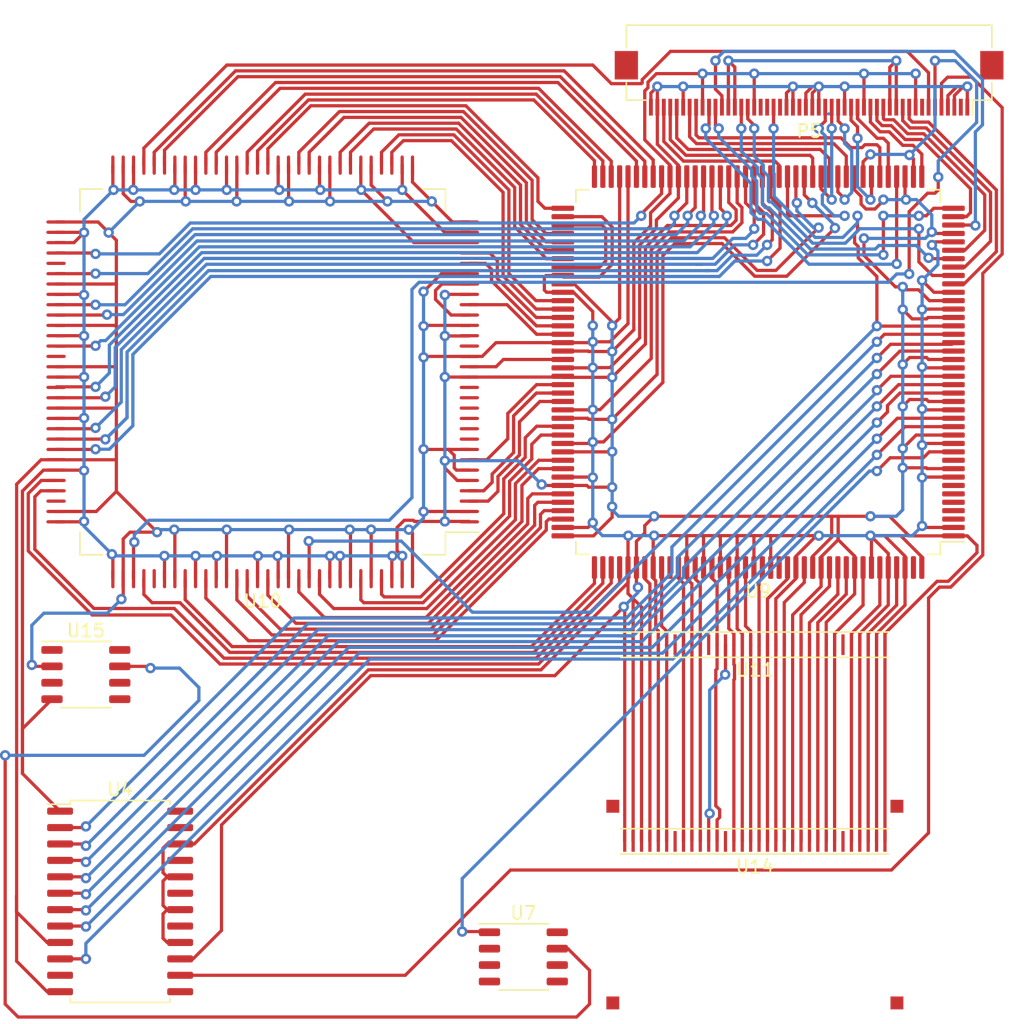
<source format=kicad_pcb>
(kicad_pcb (version 20171130) (host pcbnew "(5.1.9)-1")
  (layers (0 F.Cu signal) (31 B.Cu signal) (35 F.Paste user) (37 F.SilkS user) (38 B.Mask user) (39 F.Mask user) (44 Edge.Cuts user))
  (net 0 "")
  (net 1 GND)
  (net 2 "Net-(R24-Pad2)")
  (net 3 "Net-(P1-Pad5)")
  (net 4 "Net-(P1-Pad7)")
  (net 5 "Net-(P1-Pad9)")
  (net 6 +3V3)
  (net 7 "Net-(P1-Pad11)")
  (net 8 "Net-(P1-Pad13)")
  (net 9 "Net-(P1-Pad15)")
  (net 10 "Net-(P1-Pad17)")
  (net 11 "Net-(P1-Pad19)")
  (net 12 "Net-(P1-Pad21)")
  (net 13 /VREF)
  (net 14 "Net-(P1-Pad25)")
  (net 15 "Net-(P1-Pad27)")
  (net 16 "Net-(P1-Pad31)")
  (net 17 "Net-(U10-Pad86)")
  (net 18 "Net-(U10-Pad87)")
  (net 19 "Net-(U10-Pad94)")
  (net 20 "Net-(U10-Pad98)")
  (net 21 "Net-(U10-Pad100)")
  (net 22 "Net-(U10-Pad103)")
  (net 23 "Net-(U10-Pad104)")
  (net 24 "Net-(U10-Pad106)")
  (net 25 "Net-(U10-Pad109)")
  (net 26 "Net-(U10-Pad111)")
  (net 27 "Net-(U10-Pad115)")
  (net 28 "Net-(U10-Pad117)")
  (net 29 "Net-(U10-Pad3)")
  (net 30 "Net-(U10-Pad4)")
  (net 31 "Net-(U10-Pad7)")
  (net 32 "Net-(U10-Pad16)")
  (net 33 "Net-(U10-Pad22)")
  (net 34 "Net-(U10-Pad26)")
  (net 35 "Net-(U10-Pad27)")
  (net 36 "Net-(U10-Pad33)")
  (net 37 "Net-(U10-Pad34)")
  (net 38 "Net-(U10-Pad37)")
  (net 39 "Net-(U10-Pad38)")
  (net 40 "Net-(U10-Pad41)")
  (net 41 "Net-(U10-Pad42)")
  (net 42 "Net-(U10-Pad45)")
  (net 43 "Net-(U10-Pad46)")
  (net 44 "Net-(U10-Pad47)")
  (net 45 "Net-(U10-Pad50)")
  (net 46 "Net-(U10-Pad51)")
  (net 47 "Net-(U10-Pad56)")
  (net 48 "Net-(U10-Pad64)")
  (net 49 "Net-(U10-Pad66)")
  (net 50 "Net-(U10-Pad69)")
  (net 51 "Net-(U10-Pad70)")
  (net 52 "Net-(U10-Pad73)")
  (net 53 "Net-(U10-Pad77)")
  (net 54 "Net-(U10-Pad78)")
  (net 55 "Net-(U10-Pad81)")
  (net 56 "Net-(U10-Pad82)")
  (net 57 "Net-(U10-Pad83)")
  (net 58 "Net-(P5-Pad3)")
  (net 59 "Net-(P5-Pad28)")
  (net 60 "Net-(P5-Pad4)")
  (net 61 "Net-(P5-Pad29)")
  (net 62 "Net-(P5-Pad5)")
  (net 63 "Net-(P5-Pad30)")
  (net 64 "Net-(P5-Pad7)")
  (net 65 "Net-(P5-Pad32)")
  (net 66 "Net-(P5-Pad8)")
  (net 67 "Net-(P5-Pad33)")
  (net 68 "Net-(P5-Pad10)")
  (net 69 "Net-(P5-Pad35)")
  (net 70 "Net-(P5-Pad11)")
  (net 71 "Net-(P5-Pad36)")
  (net 72 "Net-(P5-Pad12)")
  (net 73 "Net-(P5-Pad37)")
  (net 74 "Net-(P5-Pad15)")
  (net 75 "Net-(P5-Pad40)")
  (net 76 "Net-(P5-Pad16)")
  (net 77 "Net-(P5-Pad41)")
  (net 78 "Net-(P5-Pad20)")
  (net 79 "Net-(U4-Pad2)")
  (net 80 "Net-(U4-Pad3)")
  (net 81 "Net-(U4-Pad4)")
  (net 82 "Net-(U4-Pad5)")
  (net 83 "Net-(U4-Pad6)")
  (net 84 "Net-(U4-Pad7)")
  (net 85 "Net-(U4-Pad8)")
  (net 86 "Net-(U10-Pad55)")
  (net 87 "Net-(R28-Pad1)")
  (net 88 "Net-(U1-Pad5)")
  (net 89 "Net-(U1-Pad6)")
  (net 90 "Net-(U1-Pad7)")
  (net 91 "Net-(U9-Pad5)")
  (net 92 "Net-(U9-Pad4)")
  (net 93 "Net-(U9-Pad3)")
  (net 94 "Net-(U10-Pad95)")
  (net 95 "Net-(P5-Pad45)")
  (net 96 "Net-(U10-Pad88)")
  (net 97 "Net-(U10-Pad74)")
  (net 98 "Net-(U10-Pad65)")
  (net 99 "Net-(U10-Pad21)")
  (net 100 "Net-(U10-Pad18)")
  (net 101 "Net-(C6-Pad1)")
  (net 102 "Net-(C8-Pad2)")
  (net 103 "Net-(C7-Pad2)")
  (net 104 "Net-(C6-Pad2)")
  (net 105 "Net-(P5-Pad49)")
  (net 106 "Net-(P5-Pad46)")
  (net 107 "Net-(P5-Pad43)")
  (net 108 +12V)
  (net 109 "Net-(P5-Pad24)")
  (net 110 "Net-(P5-Pad21)")
  (net 111 "Net-(P5-Pad19)")
  (net 112 "Net-(P5-Pad18)")
  (net 113 "Net-(C143-Pad1)")
  (net 114 "Net-(R11-Pad1)")
  (net 115 "Net-(U4-Pad21)")
  (net 116 "Net-(U4-Pad19)")
  (net 117 "Net-(U4-Pad17)")
  (net 118 "Net-(U4-Pad13)")
  (net 119 "Net-(R28-Pad2)")
  (net 120 "Net-(U4-Pad10)")
  (net 121 "Net-(U7-Pad8)")
  (net 122 "Net-(C144-Pad1)")
  (net 123 "Net-(C40-Pad1)")
  (net 124 "Net-(C39-Pad1)")
  (net 125 "Net-(U7-Pad3)")
  (net 126 "Net-(U15-Pad8)")
  (net 127 "Net-(C146-Pad1)")
  (net 128 "Net-(C147-Pad1)")
  (net 129 "Net-(R32-Pad2)")
  (net 130 "Net-(U15-Pad1)")
  (net 131 "Net-(P5-Pad44)")
  (net 132 "Net-(P1-Pad29)")
  (net 133 "Net-(U11-Pad26)")
  (net 134 "Net-(P1-Pad33)")
  (net 135 "Net-(U11-Pad20)")
  (net 136 "Net-(U11-Pad6)")
  (net 137 "Net-(U14-Pad26)")
  (net 138 "Net-(U14-Pad6)")
  (module Nintendo_64:PQFP-120_28x28_Pitch0.8mm (layer F.Cu) (at 171.44 101.08 180)
    (fp_text reference U10 (at 0 -17.75) (layer F.SilkS))
    (fp_text value CPU-NUS)
    (pad 120 smd oval (at -11.6 -16 180) (size 0.25 1.5) (layers F.Cu F.Paste F.Mask) (net 1 GND))
    (pad 119 smd oval (at -10.8 -16 180) (size 0.25 1.5) (layers F.Cu F.Paste F.Mask) (net 6 +3V3))
    (pad 118 smd oval (at -10 -16 180) (size 0.25 1.5) (layers F.Cu F.Paste F.Mask) (net 6 +3V3))
    (pad 117 smd oval (at -9.2 -16 180) (size 0.25 1.5) (layers F.Cu F.Paste F.Mask) (net 28 "Net-(U10-Pad117)"))
    (pad 116 smd oval (at -8.4 -16 180) (size 0.25 1.5) (layers F.Cu F.Paste F.Mask) (net 1 GND))
    (pad 115 smd oval (at -7.6 -16 180) (size 0.25 1.5) (layers F.Cu F.Paste F.Mask) (net 27 "Net-(U10-Pad115)"))
    (pad 114 smd oval (at -6.8 -16 180) (size 0.25 1.5) (layers F.Cu F.Paste F.Mask) (net 1 GND))
    (pad 113 smd oval (at -6 -16 180) (size 0.25 1.5) (layers F.Cu F.Paste F.Mask) (net 6 +3V3))
    (pad 112 smd oval (at -5.2 -16 180) (size 0.25 1.5) (layers F.Cu F.Paste F.Mask) (net 6 +3V3))
    (pad 111 smd oval (at -4.4 -16 180) (size 0.25 1.5) (layers F.Cu F.Paste F.Mask) (net 26 "Net-(U10-Pad111)"))
    (pad 110 smd oval (at -3.6 -16 180) (size 0.25 1.5) (layers F.Cu F.Paste F.Mask) (net 78 "Net-(P5-Pad20)"))
    (pad 109 smd oval (at -2.8 -16 180) (size 0.25 1.5) (layers F.Cu F.Paste F.Mask) (net 25 "Net-(U10-Pad109)"))
    (pad 108 smd oval (at -2 -16 180) (size 0.25 1.5) (layers F.Cu F.Paste F.Mask) (net 1 GND))
    (pad 107 smd oval (at -1.2 -16 180) (size 0.25 1.5) (layers F.Cu F.Paste F.Mask) (net 6 +3V3))
    (pad 106 smd oval (at -0.4 -16 180) (size 0.25 1.5) (layers F.Cu F.Paste F.Mask) (net 24 "Net-(U10-Pad106)"))
    (pad 105 smd oval (at 0.4 -16 180) (size 0.25 1.5) (layers F.Cu F.Paste F.Mask) (net 6 +3V3))
    (pad 104 smd oval (at 1.2 -16 180) (size 0.25 1.5) (layers F.Cu F.Paste F.Mask) (net 23 "Net-(U10-Pad104)"))
    (pad 103 smd oval (at 2 -16 180) (size 0.25 1.5) (layers F.Cu F.Paste F.Mask) (net 22 "Net-(U10-Pad103)"))
    (pad 102 smd oval (at 2.8 -16 180) (size 0.25 1.5) (layers F.Cu F.Paste F.Mask) (net 1 GND))
    (pad 101 smd oval (at 3.6 -16 180) (size 0.25 1.5) (layers F.Cu F.Paste F.Mask) (net 6 +3V3))
    (pad 100 smd oval (at 4.4 -16 180) (size 0.25 1.5) (layers F.Cu F.Paste F.Mask) (net 21 "Net-(U10-Pad100)"))
    (pad 99 smd oval (at 5.2 -16 180) (size 0.25 1.5) (layers F.Cu F.Paste F.Mask) (net 6 +3V3))
    (pad 98 smd oval (at 6 -16 180) (size 0.25 1.5) (layers F.Cu F.Paste F.Mask) (net 20 "Net-(U10-Pad98)"))
    (pad 97 smd oval (at 6.8 -16 180) (size 0.25 1.5) (layers F.Cu F.Paste F.Mask) (net 1 GND))
    (pad 96 smd oval (at 7.6 -16 180) (size 0.25 1.5) (layers F.Cu F.Paste F.Mask) (net 6 +3V3))
    (pad 95 smd oval (at 8.4 -16 180) (size 0.25 1.5) (layers F.Cu F.Paste F.Mask) (net 94 "Net-(U10-Pad95)"))
    (pad 94 smd oval (at 9.2 -16 180) (size 0.25 1.5) (layers F.Cu F.Paste F.Mask) (net 19 "Net-(U10-Pad94)"))
    (pad 93 smd oval (at 10 -16 180) (size 0.25 1.5) (layers F.Cu F.Paste F.Mask) (net 95 "Net-(P5-Pad45)"))
    (pad 92 smd oval (at 10.8 -16 180) (size 0.25 1.5) (layers F.Cu F.Paste F.Mask) (net 1 GND))
    (pad 91 smd oval (at 11.6 -16 180) (size 0.25 1.5) (layers F.Cu F.Paste F.Mask) (net 6 +3V3))
    (pad 90 smd oval (at 16 -11.6 270) (size 0.25 1.5) (layers F.Cu F.Paste F.Mask) (net 6 +3V3))
    (pad 89 smd oval (at 16 -10.8 270) (size 0.25 1.5) (layers F.Cu F.Paste F.Mask) (net 1 GND))
    (pad 88 smd oval (at 16 -10 270) (size 0.25 1.5) (layers F.Cu F.Paste F.Mask) (net 96 "Net-(U10-Pad88)"))
    (pad 87 smd oval (at 16 -9.2 270) (size 0.25 1.5) (layers F.Cu F.Paste F.Mask) (net 18 "Net-(U10-Pad87)"))
    (pad 86 smd oval (at 16 -8.4 270) (size 0.25 1.5) (layers F.Cu F.Paste F.Mask) (net 17 "Net-(U10-Pad86)"))
    (pad 85 smd oval (at 16 -7.6 270) (size 0.25 1.5) (layers F.Cu F.Paste F.Mask) (net 6 +3V3))
    (pad 84 smd oval (at 16 -6.8 270) (size 0.25 1.5) (layers F.Cu F.Paste F.Mask) (net 1 GND))
    (pad 83 smd oval (at 16 -6 270) (size 0.25 1.5) (layers F.Cu F.Paste F.Mask) (net 57 "Net-(U10-Pad83)"))
    (pad 82 smd oval (at 16 -5.2 270) (size 0.25 1.5) (layers F.Cu F.Paste F.Mask) (net 56 "Net-(U10-Pad82)"))
    (pad 81 smd oval (at 16 -4.4 270) (size 0.25 1.5) (layers F.Cu F.Paste F.Mask) (net 55 "Net-(U10-Pad81)"))
    (pad 80 smd oval (at 16 -3.6 270) (size 0.25 1.5) (layers F.Cu F.Paste F.Mask) (net 6 +3V3))
    (pad 79 smd oval (at 16 -2.8 270) (size 0.25 1.5) (layers F.Cu F.Paste F.Mask) (net 1 GND))
    (pad 78 smd oval (at 16 -2 270) (size 0.25 1.5) (layers F.Cu F.Paste F.Mask) (net 54 "Net-(U10-Pad78)"))
    (pad 77 smd oval (at 16 -1.2 270) (size 0.25 1.5) (layers F.Cu F.Paste F.Mask) (net 53 "Net-(U10-Pad77)"))
    (pad 76 smd oval (at 16 -0.4 270) (size 0.25 1.5) (layers F.Cu F.Paste F.Mask) (net 6 +3V3))
    (pad 75 smd oval (at 16 0.4 270) (size 0.25 1.5) (layers F.Cu F.Paste F.Mask) (net 1 GND))
    (pad 74 smd oval (at 16 1.2 270) (size 0.25 1.5) (layers F.Cu F.Paste F.Mask) (net 97 "Net-(U10-Pad74)"))
    (pad 73 smd oval (at 16 2 270) (size 0.25 1.5) (layers F.Cu F.Paste F.Mask) (net 52 "Net-(U10-Pad73)"))
    (pad 72 smd oval (at 16 2.8 270) (size 0.25 1.5) (layers F.Cu F.Paste F.Mask) (net 6 +3V3))
    (pad 71 smd oval (at 16 3.6 270) (size 0.25 1.5) (layers F.Cu F.Paste F.Mask) (net 1 GND))
    (pad 70 smd oval (at 16 4.4 270) (size 0.25 1.5) (layers F.Cu F.Paste F.Mask) (net 51 "Net-(U10-Pad70)"))
    (pad 69 smd oval (at 16 5.2 270) (size 0.25 1.5) (layers F.Cu F.Paste F.Mask) (net 50 "Net-(U10-Pad69)"))
    (pad 68 smd oval (at 16 6 270) (size 0.25 1.5) (layers F.Cu F.Paste F.Mask) (net 6 +3V3))
    (pad 67 smd oval (at 16 6.8 270) (size 0.25 1.5) (layers F.Cu F.Paste F.Mask) (net 1 GND))
    (pad 66 smd oval (at 16 7.6 270) (size 0.25 1.5) (layers F.Cu F.Paste F.Mask) (net 49 "Net-(U10-Pad66)"))
    (pad 65 smd oval (at 16 8.4 270) (size 0.25 1.5) (layers F.Cu F.Paste F.Mask) (net 98 "Net-(U10-Pad65)"))
    (pad 64 smd oval (at 16 9.2 270) (size 0.25 1.5) (layers F.Cu F.Paste F.Mask) (net 48 "Net-(U10-Pad64)"))
    (pad 63 smd oval (at 16 10 270) (size 0.25 1.5) (layers F.Cu F.Paste F.Mask) (net 6 +3V3))
    (pad 62 smd oval (at 16 10.8 270) (size 0.25 1.5) (layers F.Cu F.Paste F.Mask) (net 6 +3V3))
    (pad 61 smd oval (at 16 11.6 270) (size 0.25 1.5) (layers F.Cu F.Paste F.Mask) (net 1 GND))
    (pad 60 smd oval (at 11.6 16 180) (size 0.25 1.5) (layers F.Cu F.Paste F.Mask) (net 6 +3V3))
    (pad 59 smd oval (at 10.8 16 180) (size 0.25 1.5) (layers F.Cu F.Paste F.Mask) (net 1 GND))
    (pad 58 smd oval (at 10 16 180) (size 0.25 1.5) (layers F.Cu F.Paste F.Mask) (net 6 +3V3))
    (pad 57 smd oval (at 9.2 16 180) (size 0.25 1.5) (layers F.Cu F.Paste F.Mask) (net 131 "Net-(P5-Pad44)"))
    (pad 56 smd oval (at 8.4 16 180) (size 0.25 1.5) (layers F.Cu F.Paste F.Mask) (net 47 "Net-(U10-Pad56)"))
    (pad 55 smd oval (at 7.6 16 180) (size 0.25 1.5) (layers F.Cu F.Paste F.Mask) (net 86 "Net-(U10-Pad55)"))
    (pad 54 smd oval (at 6.8 16 180) (size 0.25 1.5) (layers F.Cu F.Paste F.Mask) (net 6 +3V3))
    (pad 53 smd oval (at 6 16 180) (size 0.25 1.5) (layers F.Cu F.Paste F.Mask) (net 1 GND))
    (pad 52 smd oval (at 5.2 16 180) (size 0.25 1.5) (layers F.Cu F.Paste F.Mask) (net 6 +3V3))
    (pad 51 smd oval (at 4.4 16 180) (size 0.25 1.5) (layers F.Cu F.Paste F.Mask) (net 46 "Net-(U10-Pad51)"))
    (pad 50 smd oval (at 3.6 16 180) (size 0.25 1.5) (layers F.Cu F.Paste F.Mask) (net 45 "Net-(U10-Pad50)"))
    (pad 49 smd oval (at 2.8 16 180) (size 0.25 1.5) (layers F.Cu F.Paste F.Mask) (net 6 +3V3))
    (pad 48 smd oval (at 2 16 180) (size 0.25 1.5) (layers F.Cu F.Paste F.Mask) (net 1 GND))
    (pad 47 smd oval (at 1.2 16 180) (size 0.25 1.5) (layers F.Cu F.Paste F.Mask) (net 44 "Net-(U10-Pad47)"))
    (pad 46 smd oval (at 0.4 16 180) (size 0.25 1.5) (layers F.Cu F.Paste F.Mask) (net 43 "Net-(U10-Pad46)"))
    (pad 45 smd oval (at -0.4 16 180) (size 0.25 1.5) (layers F.Cu F.Paste F.Mask) (net 42 "Net-(U10-Pad45)"))
    (pad 44 smd oval (at -1.2 16 180) (size 0.25 1.5) (layers F.Cu F.Paste F.Mask) (net 6 +3V3))
    (pad 43 smd oval (at -2 16 180) (size 0.25 1.5) (layers F.Cu F.Paste F.Mask) (net 1 GND))
    (pad 42 smd oval (at -2.8 16 180) (size 0.25 1.5) (layers F.Cu F.Paste F.Mask) (net 41 "Net-(U10-Pad42)"))
    (pad 41 smd oval (at -3.6 16 180) (size 0.25 1.5) (layers F.Cu F.Paste F.Mask) (net 40 "Net-(U10-Pad41)"))
    (pad 40 smd oval (at -4.4 16 180) (size 0.25 1.5) (layers F.Cu F.Paste F.Mask) (net 6 +3V3))
    (pad 39 smd oval (at -5.2 16 180) (size 0.25 1.5) (layers F.Cu F.Paste F.Mask) (net 1 GND))
    (pad 38 smd oval (at -6 16 180) (size 0.25 1.5) (layers F.Cu F.Paste F.Mask) (net 39 "Net-(U10-Pad38)"))
    (pad 37 smd oval (at -6.8 16 180) (size 0.25 1.5) (layers F.Cu F.Paste F.Mask) (net 38 "Net-(U10-Pad37)"))
    (pad 36 smd oval (at -7.6 16 180) (size 0.25 1.5) (layers F.Cu F.Paste F.Mask) (net 6 +3V3))
    (pad 35 smd oval (at -8.4 16 180) (size 0.25 1.5) (layers F.Cu F.Paste F.Mask) (net 1 GND))
    (pad 34 smd oval (at -9.2 16 180) (size 0.25 1.5) (layers F.Cu F.Paste F.Mask) (net 37 "Net-(U10-Pad34)"))
    (pad 33 smd oval (at -10 16 180) (size 0.25 1.5) (layers F.Cu F.Paste F.Mask) (net 36 "Net-(U10-Pad33)"))
    (pad 32 smd oval (at -10.8 16 180) (size 0.25 1.5) (layers F.Cu F.Paste F.Mask) (net 6 +3V3))
    (pad 31 smd oval (at -11.6 16 180) (size 0.25 1.5) (layers F.Cu F.Paste F.Mask) (net 1 GND))
    (pad 30 smd oval (at -16 11.6 270) (size 0.25 1.5) (layers F.Cu F.Paste F.Mask) (net 1 GND))
    (pad 29 smd oval (at -16 10.8 270) (size 0.25 1.5) (layers F.Cu F.Paste F.Mask) (net 6 +3V3))
    (pad 28 smd oval (at -16 10 270) (size 0.25 1.5) (layers F.Cu F.Paste F.Mask) (net 6 +3V3))
    (pad 27 smd oval (at -16 9.2 270) (size 0.25 1.5) (layers F.Cu F.Paste F.Mask) (net 35 "Net-(U10-Pad27)"))
    (pad 26 smd oval (at -16 8.4 270) (size 0.25 1.5) (layers F.Cu F.Paste F.Mask) (net 34 "Net-(U10-Pad26)"))
    (pad 25 smd oval (at -16 7.6 270) (size 0.25 1.5) (layers F.Cu F.Paste F.Mask) (net 1 GND))
    (pad 24 smd oval (at -16 6.8 270) (size 0.25 1.5) (layers F.Cu F.Paste F.Mask) (net 99 "Net-(U10-Pad21)"))
    (pad 23 smd oval (at -16 6 270) (size 0.25 1.5) (layers F.Cu F.Paste F.Mask) (net 6 +3V3))
    (pad 22 smd oval (at -16 5.2 270) (size 0.25 1.5) (layers F.Cu F.Paste F.Mask) (net 33 "Net-(U10-Pad22)"))
    (pad 21 smd oval (at -16 4.4 270) (size 0.25 1.5) (layers F.Cu F.Paste F.Mask) (net 99 "Net-(U10-Pad21)"))
    (pad 20 smd oval (at -16 3.6 270) (size 0.25 1.5) (layers F.Cu F.Paste F.Mask) (net 1 GND))
    (pad 19 smd oval (at -16 2.8 270) (size 0.25 1.5) (layers F.Cu F.Paste F.Mask) (net 6 +3V3))
    (pad 18 smd oval (at -16 2 270) (size 0.25 1.5) (layers F.Cu F.Paste F.Mask) (net 100 "Net-(U10-Pad18)"))
    (pad 17 smd oval (at -16 1.2 270) (size 0.25 1.5) (layers F.Cu F.Paste F.Mask) (net 1 GND))
    (pad 16 smd oval (at -16 0.4 270) (size 0.25 1.5) (layers F.Cu F.Paste F.Mask) (net 32 "Net-(U10-Pad16)"))
    (pad 15 smd oval (at -16 -0.4 270) (size 0.25 1.5) (layers F.Cu F.Paste F.Mask) (net 6 +3V3))
    (pad 14 smd oval (at -16 -1.2 270) (size 0.25 1.5) (layers F.Cu F.Paste F.Mask) (net 101 "Net-(C6-Pad1)"))
    (pad 13 smd oval (at -16 -2 270) (size 0.25 1.5) (layers F.Cu F.Paste F.Mask) (net 102 "Net-(C8-Pad2)"))
    (pad 12 smd oval (at -16 -2.8 270) (size 0.25 1.5) (layers F.Cu F.Paste F.Mask) (net 103 "Net-(C7-Pad2)"))
    (pad 11 smd oval (at -16 -3.6 270) (size 0.25 1.5) (layers F.Cu F.Paste F.Mask) (net 104 "Net-(C6-Pad2)"))
    (pad 10 smd oval (at -16 -4.4 270) (size 0.25 1.5) (layers F.Cu F.Paste F.Mask) (net 101 "Net-(C6-Pad1)"))
    (pad 9 smd oval (at -16 -5.2 270) (size 0.25 1.5) (layers F.Cu F.Paste F.Mask) (net 102 "Net-(C8-Pad2)"))
    (pad 8 smd oval (at -16 -6 270) (size 0.25 1.5) (layers F.Cu F.Paste F.Mask) (net 1 GND))
    (pad 7 smd oval (at -16 -6.8 270) (size 0.25 1.5) (layers F.Cu F.Paste F.Mask) (net 31 "Net-(U10-Pad7)"))
    (pad 6 smd oval (at -16 -7.6 270) (size 0.25 1.5) (layers F.Cu F.Paste F.Mask) (net 1 GND))
    (pad 5 smd oval (at -16 -8.4 270) (size 0.25 1.5) (layers F.Cu F.Paste F.Mask) (net 6 +3V3))
    (pad 4 smd oval (at -16 -9.2 270) (size 0.25 1.5) (layers F.Cu F.Paste F.Mask) (net 30 "Net-(U10-Pad4)"))
    (pad 3 smd oval (at -16 -10 270) (size 0.25 1.5) (layers F.Cu F.Paste F.Mask) (net 29 "Net-(U10-Pad3)"))
    (pad 2 smd oval (at -16 -10.8 270) (size 0.25 1.5) (layers F.Cu F.Paste F.Mask) (net 1 GND))
    (pad 1 smd oval (at -16 -11.6 270) (size 0.25 1.5) (layers F.Cu F.Paste F.Mask) (net 6 +3V3))
  )
  (module Package_QFP:PQFP-160_28x28mm_P0.65mm (layer F.Cu) (at 209.804 101.092 180)
    (fp_text reference U9 (at 0 -16.95) (layer F.SilkS))
    (fp_text value RCP-NUS)
    (pad 160 smd roundrect (at -12.675 -15.125 180) (size 0.4 1.75) (layers F.Cu F.Paste F.Mask) (net 1 GND))
    (pad 159 smd roundrect (at -12.025 -15.125 180) (size 0.4 1.75) (layers F.Cu F.Paste F.Mask) (net 2 "Net-(R24-Pad2)"))
    (pad 158 smd roundrect (at -11.375 -15.125 180) (size 0.4 1.75) (layers F.Cu F.Paste F.Mask) (net 1 GND))
    (pad 157 smd roundrect (at -10.725 -15.125 180) (size 0.4 1.75) (layers F.Cu F.Paste F.Mask) (net 3 "Net-(P1-Pad5)"))
    (pad 156 smd roundrect (at -10.075 -15.125 180) (size 0.4 1.75) (layers F.Cu F.Paste F.Mask) (net 1 GND))
    (pad 155 smd roundrect (at -9.425 -15.125 180) (size 0.4 1.75) (layers F.Cu F.Paste F.Mask) (net 4 "Net-(P1-Pad7)"))
    (pad 154 smd roundrect (at -8.775 -15.125 180) (size 0.4 1.75) (layers F.Cu F.Paste F.Mask) (net 1 GND))
    (pad 153 smd roundrect (at -8.125 -15.125 180) (size 0.4 1.75) (layers F.Cu F.Paste F.Mask) (net 5 "Net-(P1-Pad9)"))
    (pad 152 smd roundrect (at -7.475 -15.125 180) (size 0.4 1.75) (layers F.Cu F.Paste F.Mask) (net 6 +3V3))
    (pad 151 smd roundrect (at -6.825 -15.125 180) (size 0.4 1.75) (layers F.Cu F.Paste F.Mask) (net 7 "Net-(P1-Pad11)"))
    (pad 150 smd roundrect (at -6.175 -15.125 180) (size 0.4 1.75) (layers F.Cu F.Paste F.Mask) (net 1 GND))
    (pad 149 smd roundrect (at -5.525 -15.125 180) (size 0.4 1.75) (layers F.Cu F.Paste F.Mask) (net 8 "Net-(P1-Pad13)"))
    (pad 148 smd roundrect (at -4.875 -15.125 180) (size 0.4 1.75) (layers F.Cu F.Paste F.Mask) (net 6 +3V3))
    (pad 147 smd roundrect (at -4.225 -15.125 180) (size 0.4 1.75) (layers F.Cu F.Paste F.Mask) (net 6 +3V3))
    (pad 146 smd roundrect (at -3.575 -15.125 180) (size 0.4 1.75) (layers F.Cu F.Paste F.Mask) (net 9 "Net-(P1-Pad15)"))
    (pad 145 smd roundrect (at -2.925 -15.125 180) (size 0.4 1.75) (layers F.Cu F.Paste F.Mask) (net 1 GND))
    (pad 144 smd roundrect (at -2.275 -15.125 180) (size 0.4 1.75) (layers F.Cu F.Paste F.Mask) (net 10 "Net-(P1-Pad17)"))
    (pad 143 smd roundrect (at -1.625 -15.125 180) (size 0.4 1.75) (layers F.Cu F.Paste F.Mask) (net 6 +3V3))
    (pad 142 smd roundrect (at -0.975 -15.125 180) (size 0.4 1.75) (layers F.Cu F.Paste F.Mask) (net 1 GND))
    (pad 141 smd roundrect (at -0.325 -15.125 180) (size 0.4 1.75) (layers F.Cu F.Paste F.Mask) (net 6 +3V3))
    (pad 140 smd roundrect (at 0.325 -15.125 180) (size 0.4 1.75) (layers F.Cu F.Paste F.Mask) (net 1 GND))
    (pad 139 smd roundrect (at 0.975 -15.125 180) (size 0.4 1.75) (layers F.Cu F.Paste F.Mask) (net 11 "Net-(P1-Pad19)"))
    (pad 138 smd roundrect (at 1.625 -15.125 180) (size 0.4 1.75) (layers F.Cu F.Paste F.Mask) (net 1 GND))
    (pad 137 smd roundrect (at 2.275 -15.125 180) (size 0.4 1.75) (layers F.Cu F.Paste F.Mask) (net 12 "Net-(P1-Pad21)"))
    (pad 136 smd roundrect (at 2.925 -15.125 180) (size 0.4 1.75) (layers F.Cu F.Paste F.Mask) (net 1 GND))
    (pad 135 smd roundrect (at 3.575 -15.125 180) (size 0.4 1.75) (layers F.Cu F.Paste F.Mask) (net 13 /VREF))
    (pad 134 smd roundrect (at 4.225 -15.125 180) (size 0.4 1.75) (layers F.Cu F.Paste F.Mask) (net 1 GND))
    (pad 133 smd roundrect (at 4.875 -15.125 180) (size 0.4 1.75) (layers F.Cu F.Paste F.Mask) (net 14 "Net-(P1-Pad25)"))
    (pad 132 smd roundrect (at 5.525 -15.125 180) (size 0.4 1.75) (layers F.Cu F.Paste F.Mask) (net 1 GND))
    (pad 131 smd roundrect (at 6.175 -15.125 180) (size 0.4 1.75) (layers F.Cu F.Paste F.Mask) (net 15 "Net-(P1-Pad27)"))
    (pad 130 smd roundrect (at 6.825 -15.125 180) (size 0.4 1.75) (layers F.Cu F.Paste F.Mask) (net 6 +3V3))
    (pad 129 smd roundrect (at 7.475 -15.125 180) (size 0.4 1.75) (layers F.Cu F.Paste F.Mask) (net 132 "Net-(P1-Pad29)"))
    (pad 128 smd roundrect (at 8.125 -15.125 180) (size 0.4 1.75) (layers F.Cu F.Paste F.Mask) (net 1 GND))
    (pad 127 smd roundrect (at 8.775 -15.125 180) (size 0.4 1.75) (layers F.Cu F.Paste F.Mask) (net 16 "Net-(P1-Pad31)"))
    (pad 126 smd roundrect (at 9.425 -15.125 180) (size 0.4 1.75) (layers F.Cu F.Paste F.Mask) (net 6 +3V3))
    (pad 125 smd roundrect (at 10.075 -15.125 180) (size 0.4 1.75) (layers F.Cu F.Paste F.Mask) (net 1 GND))
    (pad 124 smd roundrect (at 10.725 -15.125 180) (size 0.4 1.75) (layers F.Cu F.Paste F.Mask) (net 17 "Net-(U10-Pad86)"))
    (pad 123 smd roundrect (at 11.375 -15.125 180) (size 0.4 1.75) (layers F.Cu F.Paste F.Mask) (net 18 "Net-(U10-Pad87)"))
    (pad 122 smd roundrect (at 12.025 -15.125 180) (size 0.4 1.75) (layers F.Cu F.Paste F.Mask) (net 19 "Net-(U10-Pad94)"))
    (pad 121 smd roundrect (at 12.675 -15.125 180) (size 0.4 1.75) (layers F.Cu F.Paste F.Mask) (net 20 "Net-(U10-Pad98)"))
    (pad 120 smd roundrect (at 15.125 -12.675 180) (size 1.75 0.4) (layers F.Cu F.Paste F.Mask) (net 6 +3V3))
    (pad 119 smd roundrect (at 15.125 -12.025 180) (size 1.75 0.4) (layers F.Cu F.Paste F.Mask) (net 1 GND))
    (pad 118 smd roundrect (at 15.125 -11.375 180) (size 1.75 0.4) (layers F.Cu F.Paste F.Mask) (net 21 "Net-(U10-Pad100)"))
    (pad 117 smd roundrect (at 15.125 -10.725 180) (size 1.75 0.4) (layers F.Cu F.Paste F.Mask) (net 22 "Net-(U10-Pad103)"))
    (pad 116 smd roundrect (at 15.125 -10.075 180) (size 1.75 0.4) (layers F.Cu F.Paste F.Mask) (net 23 "Net-(U10-Pad104)"))
    (pad 115 smd roundrect (at 15.125 -9.425 180) (size 1.75 0.4) (layers F.Cu F.Paste F.Mask) (net 24 "Net-(U10-Pad106)"))
    (pad 114 smd roundrect (at 15.125 -8.775 180) (size 1.75 0.4) (layers F.Cu F.Paste F.Mask) (net 6 +3V3))
    (pad 113 smd roundrect (at 15.125 -8.125 180) (size 1.75 0.4) (layers F.Cu F.Paste F.Mask) (net 1 GND))
    (pad 112 smd roundrect (at 15.125 -7.475 180) (size 1.75 0.4) (layers F.Cu F.Paste F.Mask) (net 25 "Net-(U10-Pad109)"))
    (pad 111 smd roundrect (at 15.125 -6.825 180) (size 1.75 0.4) (layers F.Cu F.Paste F.Mask) (net 26 "Net-(U10-Pad111)"))
    (pad 110 smd roundrect (at 15.125 -6.175 180) (size 1.75 0.4) (layers F.Cu F.Paste F.Mask) (net 6 +3V3))
    (pad 109 smd roundrect (at 15.125 -5.525 180) (size 1.75 0.4) (layers F.Cu F.Paste F.Mask) (net 1 GND))
    (pad 108 smd roundrect (at 15.125 -4.875 180) (size 1.75 0.4) (layers F.Cu F.Paste F.Mask) (net 27 "Net-(U10-Pad115)"))
    (pad 107 smd roundrect (at 15.125 -4.225 180) (size 1.75 0.4) (layers F.Cu F.Paste F.Mask) (net 28 "Net-(U10-Pad117)"))
    (pad 106 smd roundrect (at 15.125 -3.575 180) (size 1.75 0.4) (layers F.Cu F.Paste F.Mask) (net 6 +3V3))
    (pad 105 smd roundrect (at 15.125 -2.925 180) (size 1.75 0.4) (layers F.Cu F.Paste F.Mask) (net 1 GND))
    (pad 104 smd roundrect (at 15.125 -2.275 180) (size 1.75 0.4) (layers F.Cu F.Paste F.Mask) (net 29 "Net-(U10-Pad3)"))
    (pad 103 smd roundrect (at 15.125 -1.625 180) (size 1.75 0.4) (layers F.Cu F.Paste F.Mask) (net 30 "Net-(U10-Pad4)"))
    (pad 102 smd roundrect (at 15.125 -0.975 180) (size 1.75 0.4) (layers F.Cu F.Paste F.Mask) (net 31 "Net-(U10-Pad7)"))
    (pad 101 smd roundrect (at 15.125 -0.325 180) (size 1.75 0.4) (layers F.Cu F.Paste F.Mask) (net 6 +3V3))
    (pad 100 smd roundrect (at 15.125 0.325 180) (size 1.75 0.4) (layers F.Cu F.Paste F.Mask) (net 1 GND))
    (pad 99 smd roundrect (at 15.125 0.975 180) (size 1.75 0.4) (layers F.Cu F.Paste F.Mask) (net 32 "Net-(U10-Pad16)"))
    (pad 98 smd roundrect (at 15.125 1.625 180) (size 1.75 0.4) (layers F.Cu F.Paste F.Mask) (net 6 +3V3))
    (pad 97 smd roundrect (at 15.125 2.275 180) (size 1.75 0.4) (layers F.Cu F.Paste F.Mask) (net 1 GND))
    (pad 96 smd roundrect (at 15.125 2.925 180) (size 1.75 0.4) (layers F.Cu F.Paste F.Mask) (net 33 "Net-(U10-Pad22)"))
    (pad 95 smd roundrect (at 15.125 3.575 180) (size 1.75 0.4) (layers F.Cu F.Paste F.Mask) (net 34 "Net-(U10-Pad26)"))
    (pad 94 smd roundrect (at 15.125 4.225 180) (size 1.75 0.4) (layers F.Cu F.Paste F.Mask) (net 35 "Net-(U10-Pad27)"))
    (pad 93 smd roundrect (at 15.125 4.875 180) (size 1.75 0.4) (layers F.Cu F.Paste F.Mask) (net 36 "Net-(U10-Pad33)"))
    (pad 92 smd roundrect (at 15.125 5.525 180) (size 1.75 0.4) (layers F.Cu F.Paste F.Mask) (net 37 "Net-(U10-Pad34)"))
    (pad 91 smd roundrect (at 15.125 6.175 180) (size 1.75 0.4) (layers F.Cu F.Paste F.Mask) (net 1 GND))
    (pad 90 smd roundrect (at 15.125 6.825 180) (size 1.75 0.4) (layers F.Cu F.Paste F.Mask) (net 6 +3V3))
    (pad 89 smd roundrect (at 15.125 7.475 180) (size 1.75 0.4) (layers F.Cu F.Paste F.Mask) (net 1 GND))
    (pad 88 smd roundrect (at 15.125 8.125 180) (size 1.75 0.4) (layers F.Cu F.Paste F.Mask) (net 6 +3V3))
    (pad 87 smd roundrect (at 15.125 8.775 180) (size 1.75 0.4) (layers F.Cu F.Paste F.Mask) (net 38 "Net-(U10-Pad37)"))
    (pad 86 smd roundrect (at 15.125 9.425 180) (size 1.75 0.4) (layers F.Cu F.Paste F.Mask) (net 39 "Net-(U10-Pad38)"))
    (pad 85 smd roundrect (at 15.125 10.075 180) (size 1.75 0.4) (layers F.Cu F.Paste F.Mask) (net 40 "Net-(U10-Pad41)"))
    (pad 84 smd roundrect (at 15.125 10.725 180) (size 1.75 0.4) (layers F.Cu F.Paste F.Mask) (net 41 "Net-(U10-Pad42)"))
    (pad 83 smd roundrect (at 15.125 11.375 180) (size 1.75 0.4) (layers F.Cu F.Paste F.Mask) (net 6 +3V3))
    (pad 82 smd roundrect (at 15.125 12.025 180) (size 1.75 0.4) (layers F.Cu F.Paste F.Mask) (net 1 GND))
    (pad 81 smd roundrect (at 15.125 12.675 180) (size 1.75 0.4) (layers F.Cu F.Paste F.Mask) (net 42 "Net-(U10-Pad45)"))
    (pad 80 smd roundrect (at 12.675 15.125 180) (size 0.4 1.75) (layers F.Cu F.Paste F.Mask) (net 43 "Net-(U10-Pad46)"))
    (pad 79 smd roundrect (at 12.025 15.125 180) (size 0.4 1.75) (layers F.Cu F.Paste F.Mask) (net 44 "Net-(U10-Pad47)"))
    (pad 78 smd roundrect (at 11.375 15.125 180) (size 0.4 1.75) (layers F.Cu F.Paste F.Mask) (net 45 "Net-(U10-Pad50)"))
    (pad 77 smd roundrect (at 10.725 15.125 180) (size 0.4 1.75) (layers F.Cu F.Paste F.Mask) (net 6 +3V3))
    (pad 76 smd roundrect (at 10.075 15.125 180) (size 0.4 1.75) (layers F.Cu F.Paste F.Mask) (net 1 GND))
    (pad 75 smd roundrect (at 9.425 15.125 180) (size 0.4 1.75) (layers F.Cu F.Paste F.Mask) (net 46 "Net-(U10-Pad51)"))
    (pad 74 smd roundrect (at 8.775 15.125 180) (size 0.4 1.75) (layers F.Cu F.Paste F.Mask) (net 86 "Net-(U10-Pad55)"))
    (pad 73 smd roundrect (at 8.125 15.125 180) (size 0.4 1.75) (layers F.Cu F.Paste F.Mask) (net 47 "Net-(U10-Pad56)"))
    (pad 72 smd roundrect (at 7.475 15.125 180) (size 0.4 1.75) (layers F.Cu F.Paste F.Mask) (net 48 "Net-(U10-Pad64)"))
    (pad 71 smd roundrect (at 6.825 15.125 180) (size 0.4 1.75) (layers F.Cu F.Paste F.Mask) (net 6 +3V3))
    (pad 70 smd roundrect (at 6.175 15.125 180) (size 0.4 1.75) (layers F.Cu F.Paste F.Mask) (net 1 GND))
    (pad 69 smd roundrect (at 5.525 15.125 180) (size 0.4 1.75) (layers F.Cu F.Paste F.Mask) (net 49 "Net-(U10-Pad66)"))
    (pad 68 smd roundrect (at 4.875 15.125 180) (size 0.4 1.75) (layers F.Cu F.Paste F.Mask) (net 50 "Net-(U10-Pad69)"))
    (pad 67 smd roundrect (at 4.225 15.125 180) (size 0.4 1.75) (layers F.Cu F.Paste F.Mask) (net 51 "Net-(U10-Pad70)"))
    (pad 66 smd roundrect (at 3.575 15.125 180) (size 0.4 1.75) (layers F.Cu F.Paste F.Mask) (net 52 "Net-(U10-Pad73)"))
    (pad 65 smd roundrect (at 2.925 15.125 180) (size 0.4 1.75) (layers F.Cu F.Paste F.Mask) (net 53 "Net-(U10-Pad77)"))
    (pad 64 smd roundrect (at 2.275 15.125 180) (size 0.4 1.75) (layers F.Cu F.Paste F.Mask) (net 6 +3V3))
    (pad 63 smd roundrect (at 1.625 15.125 180) (size 0.4 1.75) (layers F.Cu F.Paste F.Mask) (net 1 GND))
    (pad 62 smd roundrect (at 0.975 15.125 180) (size 0.4 1.75) (layers F.Cu F.Paste F.Mask) (net 54 "Net-(U10-Pad78)"))
    (pad 61 smd roundrect (at 0.325 15.125 180) (size 0.4 1.75) (layers F.Cu F.Paste F.Mask) (net 55 "Net-(U10-Pad81)"))
    (pad 60 smd roundrect (at -0.325 15.125 180) (size 0.4 1.75) (layers F.Cu F.Paste F.Mask) (net 56 "Net-(U10-Pad82)"))
    (pad 59 smd roundrect (at -0.975 15.125 180) (size 0.4 1.75) (layers F.Cu F.Paste F.Mask) (net 57 "Net-(U10-Pad83)"))
    (pad 58 smd roundrect (at -1.625 15.125 180) (size 0.4 1.75) (layers F.Cu F.Paste F.Mask) (net 58 "Net-(P5-Pad3)"))
    (pad 57 smd roundrect (at -2.275 15.125 180) (size 0.4 1.75) (layers F.Cu F.Paste F.Mask) (net 59 "Net-(P5-Pad28)"))
    (pad 56 smd roundrect (at -2.925 15.125 180) (size 0.4 1.75) (layers F.Cu F.Paste F.Mask) (net 6 +3V3))
    (pad 55 smd roundrect (at -3.575 15.125 180) (size 0.4 1.75) (layers F.Cu F.Paste F.Mask) (net 1 GND))
    (pad 54 smd roundrect (at -4.225 15.125 180) (size 0.4 1.75) (layers F.Cu F.Paste F.Mask) (net 60 "Net-(P5-Pad4)"))
    (pad 53 smd roundrect (at -4.875 15.125 180) (size 0.4 1.75) (layers F.Cu F.Paste F.Mask) (net 61 "Net-(P5-Pad29)"))
    (pad 52 smd roundrect (at -5.525 15.125 180) (size 0.4 1.75) (layers F.Cu F.Paste F.Mask) (net 62 "Net-(P5-Pad5)"))
    (pad 51 smd roundrect (at -6.175 15.125 180) (size 0.4 1.75) (layers F.Cu F.Paste F.Mask) (net 63 "Net-(P5-Pad30)"))
    (pad 50 smd roundrect (at -6.825 15.125 180) (size 0.4 1.75) (layers F.Cu F.Paste F.Mask) (net 64 "Net-(P5-Pad7)"))
    (pad 49 smd roundrect (at -7.475 15.125 180) (size 0.4 1.75) (layers F.Cu F.Paste F.Mask) (net 6 +3V3))
    (pad 48 smd roundrect (at -8.125 15.125 180) (size 0.4 1.75) (layers F.Cu F.Paste F.Mask) (net 1 GND))
    (pad 47 smd roundrect (at -8.775 15.125 180) (size 0.4 1.75) (layers F.Cu F.Paste F.Mask) (net 65 "Net-(P5-Pad32)"))
    (pad 46 smd roundrect (at -9.425 15.125 180) (size 0.4 1.75) (layers F.Cu F.Paste F.Mask) (net 66 "Net-(P5-Pad8)"))
    (pad 45 smd roundrect (at -10.075 15.125 180) (size 0.4 1.75) (layers F.Cu F.Paste F.Mask) (net 67 "Net-(P5-Pad33)"))
    (pad 44 smd roundrect (at -10.725 15.125 180) (size 0.4 1.75) (layers F.Cu F.Paste F.Mask) (net 68 "Net-(P5-Pad10)"))
    (pad 43 smd roundrect (at -11.375 15.125 180) (size 0.4 1.75) (layers F.Cu F.Paste F.Mask) (net 6 +3V3))
    (pad 42 smd roundrect (at -12.025 15.125 180) (size 0.4 1.75) (layers F.Cu F.Paste F.Mask) (net 1 GND))
    (pad 41 smd roundrect (at -12.675 15.125 180) (size 0.4 1.75) (layers F.Cu F.Paste F.Mask) (net 69 "Net-(P5-Pad35)"))
    (pad 40 smd roundrect (at -15.125 12.675 180) (size 1.75 0.4) (layers F.Cu F.Paste F.Mask) (net 70 "Net-(P5-Pad11)"))
    (pad 39 smd roundrect (at -15.125 12.025 180) (size 1.75 0.4) (layers F.Cu F.Paste F.Mask) (net 71 "Net-(P5-Pad36)"))
    (pad 38 smd roundrect (at -15.125 11.375 180) (size 1.75 0.4) (layers F.Cu F.Paste F.Mask) (net 72 "Net-(P5-Pad12)"))
    (pad 37 smd roundrect (at -15.125 10.725 180) (size 1.75 0.4) (layers F.Cu F.Paste F.Mask) (net 6 +3V3))
    (pad 36 smd roundrect (at -15.125 10.075 180) (size 1.75 0.4) (layers F.Cu F.Paste F.Mask) (net 1 GND))
    (pad 35 smd roundrect (at -15.125 9.425 180) (size 1.75 0.4) (layers F.Cu F.Paste F.Mask) (net 73 "Net-(P5-Pad37)"))
    (pad 34 smd roundrect (at -15.125 8.775 180) (size 1.75 0.4) (layers F.Cu F.Paste F.Mask) (net 74 "Net-(P5-Pad15)"))
    (pad 33 smd roundrect (at -15.125 8.125 180) (size 1.75 0.4) (layers F.Cu F.Paste F.Mask) (net 75 "Net-(P5-Pad40)"))
    (pad 32 smd roundrect (at -15.125 7.475 180) (size 1.75 0.4) (layers F.Cu F.Paste F.Mask) (net 76 "Net-(P5-Pad16)"))
    (pad 31 smd roundrect (at -15.125 6.825 180) (size 1.75 0.4) (layers F.Cu F.Paste F.Mask) (net 77 "Net-(P5-Pad41)"))
    (pad 30 smd roundrect (at -15.125 6.175 180) (size 1.75 0.4) (layers F.Cu F.Paste F.Mask) (net 1 GND))
    (pad 29 smd roundrect (at -15.125 5.525 180) (size 1.75 0.4) (layers F.Cu F.Paste F.Mask) (net 6 +3V3))
    (pad 28 smd roundrect (at -15.125 4.875 180) (size 1.75 0.4) (layers F.Cu F.Paste F.Mask) (net 1 GND))
    (pad 27 smd roundrect (at -15.125 4.225 180) (size 1.75 0.4) (layers F.Cu F.Paste F.Mask) (net 6 +3V3))
    (pad 26 smd roundrect (at -15.125 3.575 180) (size 1.75 0.4) (layers F.Cu F.Paste F.Mask) (net 78 "Net-(P5-Pad20)"))
    (pad 25 smd roundrect (at -15.125 2.925 180) (size 1.75 0.4) (layers F.Cu F.Paste F.Mask) (net 79 "Net-(U4-Pad2)"))
    (pad 24 smd roundrect (at -15.125 2.275 180) (size 1.75 0.4) (layers F.Cu F.Paste F.Mask) (net 80 "Net-(U4-Pad3)"))
    (pad 23 smd roundrect (at -15.125 1.625 180) (size 1.75 0.4) (layers F.Cu F.Paste F.Mask) (net 81 "Net-(U4-Pad4)"))
    (pad 22 smd roundrect (at -15.125 0.975 180) (size 1.75 0.4) (layers F.Cu F.Paste F.Mask) (net 6 +3V3))
    (pad 21 smd roundrect (at -15.125 0.325 180) (size 1.75 0.4) (layers F.Cu F.Paste F.Mask) (net 1 GND))
    (pad 20 smd roundrect (at -15.125 -0.325 180) (size 1.75 0.4) (layers F.Cu F.Paste F.Mask) (net 82 "Net-(U4-Pad5)"))
    (pad 19 smd roundrect (at -15.125 -0.975 180) (size 1.75 0.4) (layers F.Cu F.Paste F.Mask) (net 83 "Net-(U4-Pad6)"))
    (pad 18 smd roundrect (at -15.125 -1.625 180) (size 1.75 0.4) (layers F.Cu F.Paste F.Mask) (net 84 "Net-(U4-Pad7)"))
    (pad 17 smd roundrect (at -15.125 -2.275 180) (size 1.75 0.4) (layers F.Cu F.Paste F.Mask) (net 6 +3V3))
    (pad 16 smd roundrect (at -15.125 -2.925 180) (size 1.75 0.4) (layers F.Cu F.Paste F.Mask) (net 1 GND))
    (pad 15 smd roundrect (at -15.125 -3.575 180) (size 1.75 0.4) (layers F.Cu F.Paste F.Mask) (net 85 "Net-(U4-Pad8)"))
    (pad 14 smd roundrect (at -15.125 -4.225 180) (size 1.75 0.4) (layers F.Cu F.Paste F.Mask) (net 120 "Net-(U4-Pad10)"))
    (pad 13 smd roundrect (at -15.125 -4.875 180) (size 1.75 0.4) (layers F.Cu F.Paste F.Mask) (net 6 +3V3))
    (pad 12 smd roundrect (at -15.125 -5.525 180) (size 1.75 0.4) (layers F.Cu F.Paste F.Mask) (net 1 GND))
    (pad 11 smd roundrect (at -15.125 -6.175 180) (size 1.75 0.4) (layers F.Cu F.Paste F.Mask) (net 87 "Net-(R28-Pad1)"))
    (pad 10 smd roundrect (at -15.125 -6.825 180) (size 1.75 0.4) (layers F.Cu F.Paste F.Mask) (net 88 "Net-(U1-Pad5)"))
    (pad 9 smd roundrect (at -15.125 -7.475 180) (size 1.75 0.4) (layers F.Cu F.Paste F.Mask) (net 6 +3V3))
    (pad 8 smd roundrect (at -15.125 -8.125 180) (size 1.75 0.4) (layers F.Cu F.Paste F.Mask) (net 1 GND))
    (pad 7 smd roundrect (at -15.125 -8.775 180) (size 1.75 0.4) (layers F.Cu F.Paste F.Mask) (net 89 "Net-(U1-Pad6)"))
    (pad 6 smd roundrect (at -15.125 -9.425 180) (size 1.75 0.4) (layers F.Cu F.Paste F.Mask) (net 90 "Net-(U1-Pad7)"))
    (pad 5 smd roundrect (at -15.125 -10.075 180) (size 1.75 0.4) (layers F.Cu F.Paste F.Mask) (net 91 "Net-(U9-Pad5)"))
    (pad 4 smd roundrect (at -15.125 -10.725 180) (size 1.75 0.4) (layers F.Cu F.Paste F.Mask) (net 92 "Net-(U9-Pad4)"))
    (pad 3 smd roundrect (at -15.125 -11.375 180) (size 1.75 0.4) (layers F.Cu F.Paste F.Mask) (net 93 "Net-(U9-Pad3)"))
    (pad 2 smd roundrect (at -15.125 -12.025 180) (size 1.75 0.4) (layers F.Cu F.Paste F.Mask) (net 1 GND))
    (pad 1 smd roundrect (at -15.125 -12.675 180) (size 1.75 0.4) (layers F.Cu F.Paste F.Mask) (net 6 +3V3))
  )
  (module Nintendo_64:Hirose_FH12-50S-0.5SH_1x50-1MP_P0.50mm_Horizontal (layer F.Cu) (at 213.75 78.75 180)
    (fp_text reference P5 (at 0 -3.7 180) (layer F.SilkS))
    (fp_text value CONNECTOR_CART)
    (pad 50 smd rect (at -12.25 -1.8457) (size 0.3 1.3) (layers F.Cu F.Paste F.Mask) (net 1 GND))
    (pad 49 smd rect (at -11.75 -1.8457) (size 0.3 1.3) (layers F.Cu F.Paste F.Mask) (net 105 "Net-(P5-Pad49)"))
    (pad 48 smd rect (at -11.25 -1.8457) (size 0.3 1.3) (layers F.Cu F.Paste F.Mask) (net 1 GND))
    (pad 47 smd rect (at -10.75 -1.8457) (size 0.3 1.3) (layers F.Cu F.Paste F.Mask) (net 1 GND))
    (pad 46 smd rect (at -10.25 -1.8457) (size 0.3 1.3) (layers F.Cu F.Paste F.Mask) (net 106 "Net-(P5-Pad46)"))
    (pad 45 smd rect (at -9.75 -1.8457) (size 0.3 1.3) (layers F.Cu F.Paste F.Mask) (net 95 "Net-(P5-Pad45)"))
    (pad 44 smd rect (at -9.25 -1.8457) (size 0.3 1.3) (layers F.Cu F.Paste F.Mask) (net 131 "Net-(P5-Pad44)"))
    (pad 43 smd rect (at -8.75 -1.8457) (size 0.3 1.3) (layers F.Cu F.Paste F.Mask) (net 107 "Net-(P5-Pad43)"))
    (pad 42 smd rect (at -8.25 -1.8457) (size 0.3 1.3) (layers F.Cu F.Paste F.Mask) (net 6 +3V3))
    (pad 41 smd rect (at -7.75 -1.8457) (size 0.3 1.3) (layers F.Cu F.Paste F.Mask) (net 77 "Net-(P5-Pad41)"))
    (pad 40 smd rect (at -7.25 -1.8457) (size 0.3 1.3) (layers F.Cu F.Paste F.Mask) (net 75 "Net-(P5-Pad40)"))
    (pad 39 smd rect (at -6.75 -1.8457) (size 0.3 1.3) (layers F.Cu F.Paste F.Mask) (net 108 +12V))
    (pad 38 smd rect (at -6.25 -1.8457) (size 0.3 1.3) (layers F.Cu F.Paste F.Mask) (net 108 +12V))
    (pad 37 smd rect (at -5.75 -1.8457) (size 0.3 1.3) (layers F.Cu F.Paste F.Mask) (net 73 "Net-(P5-Pad37)"))
    (pad 36 smd rect (at -5.25 -1.8457) (size 0.3 1.3) (layers F.Cu F.Paste F.Mask) (net 71 "Net-(P5-Pad36)"))
    (pad 35 smd rect (at -4.75 -1.8457) (size 0.3 1.3) (layers F.Cu F.Paste F.Mask) (net 69 "Net-(P5-Pad35)"))
    (pad 34 smd rect (at -4.25 -1.8457) (size 0.3 1.3) (layers F.Cu F.Paste F.Mask) (net 6 +3V3))
    (pad 33 smd rect (at -3.75 -1.8457) (size 0.3 1.3) (layers F.Cu F.Paste F.Mask) (net 67 "Net-(P5-Pad33)"))
    (pad 32 smd rect (at -3.25 -1.8457) (size 0.3 1.3) (layers F.Cu F.Paste F.Mask) (net 65 "Net-(P5-Pad32)"))
    (pad 31 smd rect (at -2.75 -1.8457) (size 0.3 1.3) (layers F.Cu F.Paste F.Mask) (net 1 GND))
    (pad 30 smd rect (at -2.25 -1.8457) (size 0.3 1.3) (layers F.Cu F.Paste F.Mask) (net 63 "Net-(P5-Pad30)"))
    (pad 29 smd rect (at -1.75 -1.8457) (size 0.3 1.3) (layers F.Cu F.Paste F.Mask) (net 61 "Net-(P5-Pad29)"))
    (pad 28 smd rect (at -1.25 -1.8457) (size 0.3 1.3) (layers F.Cu F.Paste F.Mask) (net 59 "Net-(P5-Pad28)"))
    (pad 27 smd rect (at -0.75 -1.8457) (size 0.3 1.3) (layers F.Cu F.Paste F.Mask) (net 1 GND))
    (pad 26 smd rect (at -0.25 -1.8457) (size 0.3 1.3) (layers F.Cu F.Paste F.Mask) (net 1 GND))
    (pad 25 smd rect (at 0.25 -1.8457) (size 0.3 1.3) (layers F.Cu F.Paste F.Mask) (net 1 GND))
    (pad 24 smd rect (at 0.75 -1.8457) (size 0.3 1.3) (layers F.Cu F.Paste F.Mask) (net 109 "Net-(P5-Pad24)"))
    (pad 23 smd rect (at 1.25 -1.8457) (size 0.3 1.3) (layers F.Cu F.Paste F.Mask) (net 1 GND))
    (pad 22 smd rect (at 1.75 -1.8457) (size 0.3 1.3) (layers F.Cu F.Paste F.Mask) (net 1 GND))
    (pad 21 smd rect (at 2.25 -1.8457) (size 0.3 1.3) (layers F.Cu F.Paste F.Mask) (net 110 "Net-(P5-Pad21)"))
    (pad 20 smd rect (at 2.75 -1.8457) (size 0.3 1.3) (layers F.Cu F.Paste F.Mask) (net 78 "Net-(P5-Pad20)"))
    (pad 19 smd rect (at 3.25 -1.8457) (size 0.3 1.3) (layers F.Cu F.Paste F.Mask) (net 111 "Net-(P5-Pad19)"))
    (pad 18 smd rect (at 3.75 -1.8457) (size 0.3 1.3) (layers F.Cu F.Paste F.Mask) (net 112 "Net-(P5-Pad18)"))
    (pad 17 smd rect (at 4.25 -1.8457) (size 0.3 1.3) (layers F.Cu F.Paste F.Mask) (net 6 +3V3))
    (pad 16 smd rect (at 4.75 -1.8457) (size 0.3 1.3) (layers F.Cu F.Paste F.Mask) (net 76 "Net-(P5-Pad16)"))
    (pad 15 smd rect (at 5.25 -1.8457) (size 0.3 1.3) (layers F.Cu F.Paste F.Mask) (net 74 "Net-(P5-Pad15)"))
    (pad 14 smd rect (at 5.75 -1.8457) (size 0.3 1.3) (layers F.Cu F.Paste F.Mask) (net 108 +12V))
    (pad 13 smd rect (at 6.25 -1.8457) (size 0.3 1.3) (layers F.Cu F.Paste F.Mask) (net 108 +12V))
    (pad 12 smd rect (at 6.75 -1.8457) (size 0.3 1.3) (layers F.Cu F.Paste F.Mask) (net 72 "Net-(P5-Pad12)"))
    (pad 11 smd rect (at 7.25 -1.8457) (size 0.3 1.3) (layers F.Cu F.Paste F.Mask) (net 70 "Net-(P5-Pad11)"))
    (pad 10 smd rect (at 7.75 -1.8457) (size 0.3 1.3) (layers F.Cu F.Paste F.Mask) (net 68 "Net-(P5-Pad10)"))
    (pad 9 smd rect (at 8.25 -1.8457) (size 0.3 1.3) (layers F.Cu F.Paste F.Mask) (net 6 +3V3))
    (pad 8 smd rect (at 8.75 -1.8457) (size 0.3 1.3) (layers F.Cu F.Paste F.Mask) (net 66 "Net-(P5-Pad8)"))
    (pad 7 smd rect (at 9.25 -1.8457) (size 0.3 1.3) (layers F.Cu F.Paste F.Mask) (net 64 "Net-(P5-Pad7)"))
    (pad 6 smd rect (at 9.75 -1.8457) (size 0.3 1.3) (layers F.Cu F.Paste F.Mask) (net 1 GND))
    (pad 5 smd rect (at 10.25 -1.8457) (size 0.3 1.3) (layers F.Cu F.Paste F.Mask) (net 62 "Net-(P5-Pad5)"))
    (pad 4 smd rect (at 10.75 -1.8457) (size 0.3 1.3) (layers F.Cu F.Paste F.Mask) (net 60 "Net-(P5-Pad4)"))
    (pad 3 smd rect (at 11.25 -1.8457) (size 0.3 1.3) (layers F.Cu F.Paste F.Mask) (net 58 "Net-(P5-Pad3)"))
    (pad 2 smd rect (at 11.75 -1.8457) (size 0.3 1.3) (layers F.Cu F.Paste F.Mask) (net 1 GND))
    (pad 1 smd rect (at 12.25 -1.8457) (size 0.3 1.3) (layers F.Cu F.Paste F.Mask) (net 1 GND))
    (pad MP smd rect (at -14.15 1.4 180) (size 1.8 2.2) (layers F.Cu F.Paste F.Mask))
    (pad MP smd rect (at 14.15 1.4 180) (size 1.8 2.2) (layers F.Cu F.Paste F.Mask))
  )
  (module Nintendo_64:RDRAM-NUS (layer F.Cu) (at 209.55 138.41)
    (fp_text reference U14 (at 0 0.95) (layer F.SilkS))
    (fp_text value RDRAM-NUS)
    (pad 0 smd rect (at 11 11.5) (size 1 1) (layers F.Cu F.Paste F.Mask))
    (pad 0 smd rect (at -11 11.5) (size 1 1) (layers F.Cu F.Paste F.Mask))
    (pad 32 smd rect (at -10.075 -1) (size 0.25 1.6) (layers F.Cu F.Paste F.Mask) (net 6 +3V3))
    (pad 31 smd rect (at -9.425 -1) (size 0.25 1.6) (layers F.Cu F.Paste F.Mask) (net 1 GND))
    (pad 30 smd rect (at -8.775 -1) (size 0.25 1.6) (layers F.Cu F.Paste F.Mask) (net 1 GND))
    (pad 29 smd rect (at -8.125 -1) (size 0.25 1.6) (layers F.Cu F.Paste F.Mask) (net 16 "Net-(P1-Pad31)"))
    (pad 28 smd rect (at -7.475 -1) (size 0.25 1.6) (layers F.Cu F.Paste F.Mask) (net 1 GND))
    (pad 27 smd rect (at -6.825 -1) (size 0.25 1.6) (layers F.Cu F.Paste F.Mask) (net 132 "Net-(P1-Pad29)"))
    (pad 26 smd rect (at -6.175 -1) (size 0.25 1.6) (layers F.Cu F.Paste F.Mask) (net 137 "Net-(U14-Pad26)"))
    (pad 25 smd rect (at -5.525 -1) (size 0.25 1.6) (layers F.Cu F.Paste F.Mask) (net 15 "Net-(P1-Pad27)"))
    (pad 24 smd rect (at -4.875 -1) (size 0.25 1.6) (layers F.Cu F.Paste F.Mask) (net 1 GND))
    (pad 23 smd rect (at -4.225 -1) (size 0.25 1.6) (layers F.Cu F.Paste F.Mask) (net 14 "Net-(P1-Pad25)"))
    (pad 22 smd rect (at -3.575 -1) (size 0.25 1.6) (layers F.Cu F.Paste F.Mask) (net 135 "Net-(U11-Pad20)"))
    (pad 21 smd rect (at -2.925 -1) (size 0.25 1.6) (layers F.Cu F.Paste F.Mask) (net 13 /VREF))
    (pad 20 smd rect (at -2.275 -1) (size 0.25 1.6) (layers F.Cu F.Paste F.Mask) (net 6 +3V3))
    (pad 19 smd rect (at -1.625 -1) (size 0.25 1.6) (layers F.Cu F.Paste F.Mask) (net 12 "Net-(P1-Pad21)"))
    (pad 18 smd rect (at -0.975 -1) (size 0.25 1.6) (layers F.Cu F.Paste F.Mask) (net 1 GND))
    (pad 17 smd rect (at -0.325 -1) (size 0.25 1.6) (layers F.Cu F.Paste F.Mask) (net 11 "Net-(P1-Pad19)"))
    (pad 16 smd rect (at 0.325 -1) (size 0.25 1.6) (layers F.Cu F.Paste F.Mask) (net 6 +3V3))
    (pad 15 smd rect (at 0.975 -1) (size 0.25 1.6) (layers F.Cu F.Paste F.Mask) (net 10 "Net-(P1-Pad17)"))
    (pad 14 smd rect (at 1.625 -1) (size 0.25 1.6) (layers F.Cu F.Paste F.Mask) (net 1 GND))
    (pad 13 smd rect (at 2.275 -1) (size 0.25 1.6) (layers F.Cu F.Paste F.Mask) (net 9 "Net-(P1-Pad15)"))
    (pad 12 smd rect (at 2.925 -1) (size 0.25 1.6) (layers F.Cu F.Paste F.Mask) (net 6 +3V3))
    (pad 11 smd rect (at 3.575 -1) (size 0.25 1.6) (layers F.Cu F.Paste F.Mask) (net 8 "Net-(P1-Pad13)"))
    (pad 10 smd rect (at 4.225 -1) (size 0.25 1.6) (layers F.Cu F.Paste F.Mask) (net 1 GND))
    (pad 9 smd rect (at 4.875 -1) (size 0.25 1.6) (layers F.Cu F.Paste F.Mask) (net 7 "Net-(P1-Pad11)"))
    (pad 8 smd rect (at 5.525 -1) (size 0.25 1.6) (layers F.Cu F.Paste F.Mask) (net 6 +3V3))
    (pad 7 smd rect (at 6.175 -1) (size 0.25 1.6) (layers F.Cu F.Paste F.Mask) (net 5 "Net-(P1-Pad9)"))
    (pad 6 smd rect (at 6.825 -1) (size 0.25 1.6) (layers F.Cu F.Paste F.Mask) (net 138 "Net-(U14-Pad6)"))
    (pad 5 smd rect (at 7.475 -1) (size 0.25 1.6) (layers F.Cu F.Paste F.Mask) (net 4 "Net-(P1-Pad7)"))
    (pad 4 smd rect (at 8.125 -1) (size 0.25 1.6) (layers F.Cu F.Paste F.Mask) (net 1 GND))
    (pad 3 smd rect (at 8.775 -1) (size 0.25 1.6) (layers F.Cu F.Paste F.Mask) (net 3 "Net-(P1-Pad5)"))
    (pad 2 smd rect (at 9.425 -1) (size 0.25 1.6) (layers F.Cu F.Paste F.Mask) (net 1 GND))
    (pad 1 smd rect (at 10.075 -1) (size 0.25 1.6) (layers F.Cu F.Paste F.Mask) (net 6 +3V3))
  )
  (module Nintendo_64:RDRAM-NUS (layer F.Cu) (at 209.55 123.19)
    (fp_text reference U11 (at 0 0.95) (layer F.SilkS))
    (fp_text value RDRAM-NUS)
    (pad 0 smd rect (at 11 11.5) (size 1 1) (layers F.Cu F.Paste F.Mask))
    (pad 0 smd rect (at -11 11.5) (size 1 1) (layers F.Cu F.Paste F.Mask))
    (pad 32 smd rect (at -10.075 -1) (size 0.25 1.6) (layers F.Cu F.Paste F.Mask) (net 6 +3V3))
    (pad 31 smd rect (at -9.425 -1) (size 0.25 1.6) (layers F.Cu F.Paste F.Mask) (net 1 GND))
    (pad 30 smd rect (at -8.775 -1) (size 0.25 1.6) (layers F.Cu F.Paste F.Mask) (net 1 GND))
    (pad 29 smd rect (at -8.125 -1) (size 0.25 1.6) (layers F.Cu F.Paste F.Mask) (net 16 "Net-(P1-Pad31)"))
    (pad 28 smd rect (at -7.475 -1) (size 0.25 1.6) (layers F.Cu F.Paste F.Mask) (net 1 GND))
    (pad 27 smd rect (at -6.825 -1) (size 0.25 1.6) (layers F.Cu F.Paste F.Mask) (net 132 "Net-(P1-Pad29)"))
    (pad 26 smd rect (at -6.175 -1) (size 0.25 1.6) (layers F.Cu F.Paste F.Mask) (net 133 "Net-(U11-Pad26)"))
    (pad 25 smd rect (at -5.525 -1) (size 0.25 1.6) (layers F.Cu F.Paste F.Mask) (net 15 "Net-(P1-Pad27)"))
    (pad 24 smd rect (at -4.875 -1) (size 0.25 1.6) (layers F.Cu F.Paste F.Mask) (net 1 GND))
    (pad 23 smd rect (at -4.225 -1) (size 0.25 1.6) (layers F.Cu F.Paste F.Mask) (net 14 "Net-(P1-Pad25)"))
    (pad 22 smd rect (at -3.575 -1) (size 0.25 1.6) (layers F.Cu F.Paste F.Mask) (net 134 "Net-(P1-Pad33)"))
    (pad 21 smd rect (at -2.925 -1) (size 0.25 1.6) (layers F.Cu F.Paste F.Mask) (net 13 /VREF))
    (pad 20 smd rect (at -2.275 -1) (size 0.25 1.6) (layers F.Cu F.Paste F.Mask) (net 135 "Net-(U11-Pad20)"))
    (pad 19 smd rect (at -1.625 -1) (size 0.25 1.6) (layers F.Cu F.Paste F.Mask) (net 12 "Net-(P1-Pad21)"))
    (pad 18 smd rect (at -0.975 -1) (size 0.25 1.6) (layers F.Cu F.Paste F.Mask) (net 1 GND))
    (pad 17 smd rect (at -0.325 -1) (size 0.25 1.6) (layers F.Cu F.Paste F.Mask) (net 11 "Net-(P1-Pad19)"))
    (pad 16 smd rect (at 0.325 -1) (size 0.25 1.6) (layers F.Cu F.Paste F.Mask) (net 6 +3V3))
    (pad 15 smd rect (at 0.975 -1) (size 0.25 1.6) (layers F.Cu F.Paste F.Mask) (net 10 "Net-(P1-Pad17)"))
    (pad 14 smd rect (at 1.625 -1) (size 0.25 1.6) (layers F.Cu F.Paste F.Mask) (net 1 GND))
    (pad 13 smd rect (at 2.275 -1) (size 0.25 1.6) (layers F.Cu F.Paste F.Mask) (net 9 "Net-(P1-Pad15)"))
    (pad 12 smd rect (at 2.925 -1) (size 0.25 1.6) (layers F.Cu F.Paste F.Mask) (net 6 +3V3))
    (pad 11 smd rect (at 3.575 -1) (size 0.25 1.6) (layers F.Cu F.Paste F.Mask) (net 8 "Net-(P1-Pad13)"))
    (pad 10 smd rect (at 4.225 -1) (size 0.25 1.6) (layers F.Cu F.Paste F.Mask) (net 1 GND))
    (pad 9 smd rect (at 4.875 -1) (size 0.25 1.6) (layers F.Cu F.Paste F.Mask) (net 7 "Net-(P1-Pad11)"))
    (pad 8 smd rect (at 5.525 -1) (size 0.25 1.6) (layers F.Cu F.Paste F.Mask) (net 6 +3V3))
    (pad 7 smd rect (at 6.175 -1) (size 0.25 1.6) (layers F.Cu F.Paste F.Mask) (net 5 "Net-(P1-Pad9)"))
    (pad 6 smd rect (at 6.825 -1) (size 0.25 1.6) (layers F.Cu F.Paste F.Mask) (net 136 "Net-(U11-Pad6)"))
    (pad 5 smd rect (at 7.475 -1) (size 0.25 1.6) (layers F.Cu F.Paste F.Mask) (net 4 "Net-(P1-Pad7)"))
    (pad 4 smd rect (at 8.125 -1) (size 0.25 1.6) (layers F.Cu F.Paste F.Mask) (net 1 GND))
    (pad 3 smd rect (at 8.775 -1) (size 0.25 1.6) (layers F.Cu F.Paste F.Mask) (net 3 "Net-(P1-Pad5)"))
    (pad 2 smd rect (at 9.425 -1) (size 0.25 1.6) (layers F.Cu F.Paste F.Mask) (net 1 GND))
    (pad 1 smd rect (at 10.075 -1) (size 0.25 1.6) (layers F.Cu F.Paste F.Mask) (net 6 +3V3))
  )
  (module Package_SO:SOP-8_3.9x4.9mm_P1.27mm (layer F.Cu) (at 157.75 124.5)
    (fp_text reference U15 (at 0 -3.4) (layer F.SilkS))
    (fp_text value MX8330)
    (pad 8 smd roundrect (at 2.625 -1.905) (size 1.65 0.6) (layers F.Cu F.Paste F.Mask) (net 126 "Net-(U15-Pad8)"))
    (pad 7 smd roundrect (at 2.625 -0.635) (size 1.65 0.6) (layers F.Cu F.Paste F.Mask) (net 122 "Net-(C144-Pad1)"))
    (pad 6 smd roundrect (at 2.625 0.635) (size 1.65 0.6) (layers F.Cu F.Paste F.Mask) (net 127 "Net-(C146-Pad1)"))
    (pad 5 smd roundrect (at 2.625 1.905) (size 1.65 0.6) (layers F.Cu F.Paste F.Mask) (net 128 "Net-(C147-Pad1)"))
    (pad 4 smd roundrect (at -2.625 1.905) (size 1.65 0.6) (layers F.Cu F.Paste F.Mask) (net 6 +3V3))
    (pad 3 smd roundrect (at -2.625 0.635) (size 1.65 0.6) (layers F.Cu F.Paste F.Mask) (net 129 "Net-(R32-Pad2)"))
    (pad 2 smd roundrect (at -2.625 -0.635) (size 1.65 0.6) (layers F.Cu F.Paste F.Mask) (net 1 GND))
    (pad 1 smd roundrect (at -2.625 -1.905) (size 1.65 0.6) (layers F.Cu F.Paste F.Mask) (net 130 "Net-(U15-Pad1)"))
  )
  (module Package_SO:SOP-8_3.9x4.9mm_P1.27mm (layer F.Cu) (at 191.625 146.345)
    (fp_text reference U7 (at 0 -3.4) (layer F.SilkS))
    (fp_text value MX8330)
    (pad 8 smd roundrect (at 2.625 -1.905) (size 1.65 0.6) (layers F.Cu F.Paste F.Mask) (net 121 "Net-(U7-Pad8)"))
    (pad 7 smd roundrect (at 2.625 -0.635) (size 1.65 0.6) (layers F.Cu F.Paste F.Mask) (net 122 "Net-(C144-Pad1)"))
    (pad 6 smd roundrect (at 2.625 0.635) (size 1.65 0.6) (layers F.Cu F.Paste F.Mask) (net 123 "Net-(C40-Pad1)"))
    (pad 5 smd roundrect (at 2.625 1.905) (size 1.65 0.6) (layers F.Cu F.Paste F.Mask) (net 124 "Net-(C39-Pad1)"))
    (pad 4 smd roundrect (at -2.625 1.905) (size 1.65 0.6) (layers F.Cu F.Paste F.Mask) (net 6 +3V3))
    (pad 3 smd roundrect (at -2.625 0.635) (size 1.65 0.6) (layers F.Cu F.Paste F.Mask) (net 125 "Net-(U7-Pad3)"))
    (pad 2 smd roundrect (at -2.625 -0.635) (size 1.65 0.6) (layers F.Cu F.Paste F.Mask) (net 1 GND))
    (pad 1 smd roundrect (at -2.625 -1.905) (size 1.65 0.6) (layers F.Cu F.Paste F.Mask) (net 87 "Net-(R28-Pad1)"))
  )
  (module Package_SO:SOP-24_7.5x15.4mm_P1.27mm (layer F.Cu) (at 160.4 142.055)
    (fp_text reference U4 (at 0 -8.65) (layer F.SilkS))
    (fp_text value VDC-NUS)
    (pad 24 smd roundrect (at 4.65 -6.985) (size 2 0.55) (layers F.Cu F.Paste F.Mask) (net 113 "Net-(C143-Pad1)"))
    (pad 23 smd roundrect (at 4.65 -5.715) (size 2 0.55) (layers F.Cu F.Paste F.Mask) (net 114 "Net-(R11-Pad1)"))
    (pad 22 smd roundrect (at 4.65 -4.445) (size 2 0.55) (layers F.Cu F.Paste F.Mask) (net 1 GND))
    (pad 21 smd roundrect (at 4.65 -3.175) (size 2 0.55) (layers F.Cu F.Paste F.Mask) (net 115 "Net-(U4-Pad21)"))
    (pad 20 smd roundrect (at 4.65 -1.905) (size 2 0.55) (layers F.Cu F.Paste F.Mask) (net 1 GND))
    (pad 19 smd roundrect (at 4.65 -0.635) (size 2 0.55) (layers F.Cu F.Paste F.Mask) (net 116 "Net-(U4-Pad19)"))
    (pad 18 smd roundrect (at 4.65 0.635) (size 2 0.55) (layers F.Cu F.Paste F.Mask) (net 1 GND))
    (pad 17 smd roundrect (at 4.65 1.905) (size 2 0.55) (layers F.Cu F.Paste F.Mask) (net 117 "Net-(U4-Pad17)"))
    (pad 16 smd roundrect (at 4.65 3.175) (size 2 0.55) (layers F.Cu F.Paste F.Mask) (net 1 GND))
    (pad 15 smd roundrect (at 4.65 4.445) (size 2 0.55) (layers F.Cu F.Paste F.Mask) (net 6 +3V3))
    (pad 14 smd roundrect (at 4.65 5.715) (size 2 0.55) (layers F.Cu F.Paste F.Mask) (net 106 "Net-(P5-Pad46)"))
    (pad 13 smd roundrect (at 4.65 6.985) (size 2 0.55) (layers F.Cu F.Paste F.Mask) (net 118 "Net-(U4-Pad13)"))
    (pad 12 smd roundrect (at -4.65 6.985) (size 2 0.55) (layers F.Cu F.Paste F.Mask) (net 1 GND))
    (pad 11 smd roundrect (at -4.65 5.715) (size 2 0.55) (layers F.Cu F.Paste F.Mask) (net 119 "Net-(R28-Pad2)"))
    (pad 10 smd roundrect (at -4.65 4.445) (size 2 0.55) (layers F.Cu F.Paste F.Mask) (net 120 "Net-(U4-Pad10)"))
    (pad 9 smd roundrect (at -4.65 3.175) (size 2 0.55) (layers F.Cu F.Paste F.Mask) (net 1 GND))
    (pad 8 smd roundrect (at -4.65 1.905) (size 2 0.55) (layers F.Cu F.Paste F.Mask) (net 85 "Net-(U4-Pad8)"))
    (pad 7 smd roundrect (at -4.65 0.635) (size 2 0.55) (layers F.Cu F.Paste F.Mask) (net 84 "Net-(U4-Pad7)"))
    (pad 6 smd roundrect (at -4.65 -0.635) (size 2 0.55) (layers F.Cu F.Paste F.Mask) (net 83 "Net-(U4-Pad6)"))
    (pad 5 smd roundrect (at -4.65 -1.905) (size 2 0.55) (layers F.Cu F.Paste F.Mask) (net 82 "Net-(U4-Pad5)"))
    (pad 4 smd roundrect (at -4.65 -3.175) (size 2 0.55) (layers F.Cu F.Paste F.Mask) (net 81 "Net-(U4-Pad4)"))
    (pad 3 smd roundrect (at -4.65 -4.445) (size 2 0.55) (layers F.Cu F.Paste F.Mask) (net 80 "Net-(U4-Pad3)"))
    (pad 2 smd roundrect (at -4.65 -5.715) (size 2 0.55) (layers F.Cu F.Paste F.Mask) (net 79 "Net-(U4-Pad2)"))
    (pad 1 smd roundrect (at -4.65 -6.985) (size 2 0.55) (layers F.Cu F.Paste F.Mask) (net 6 +3V3))
  )
  (segment (start 189.503 98.817) (end 194.679 98.817) (width 0.25) (layer F.Cu) (net 1))
  (segment (start 188.44 99.88) (end 189.503 98.817) (width 0.25) (layer F.Cu) (net 1))
  (segment (start 187.44 99.88) (end 188.44 99.88) (width 0.25) (layer F.Cu) (net 1))
  (via (at 184.531 87.884) (size 0.8) (drill 0.4) (layers F.Cu B.Cu) (net 1))
  (segment (start 183.04 86.393) (end 184.531 87.884) (width 0.25) (layer F.Cu) (net 1))
  (segment (start 183.04 85.08) (end 183.04 86.393) (width 0.25) (layer F.Cu) (net 1))
  (via (at 159.512 90.297) (size 0.8) (drill 0.4) (layers F.Cu B.Cu) (net 1))
  (segment (start 159.512 90.297) (end 160.109901 90.894901) (width 0.25) (layer F.Cu) (net 1))
  (via (at 163.263082 113.479082) (size 0.8) (drill 0.4) (layers F.Cu B.Cu) (net 1))
  (segment (start 160.109901 110.325901) (end 163.263082 113.479082) (width 0.25) (layer F.Cu) (net 1))
  (segment (start 163.263082 113.479082) (end 163.458164 113.284) (width 0.25) (layer B.Cu) (net 1))
  (via (at 183.896 94.869) (size 0.8) (drill 0.4) (layers F.Cu B.Cu) (net 1))
  (segment (start 183.007 113.284) (end 183.896 112.395) (width 0.25) (layer B.Cu) (net 1))
  (segment (start 185.285 93.48) (end 187.44 93.48) (width 0.25) (layer F.Cu) (net 1))
  (segment (start 183.896 94.869) (end 185.285 93.48) (width 0.25) (layer F.Cu) (net 1))
  (via (at 183.896 97.536) (size 0.8) (drill 0.4) (layers F.Cu B.Cu) (net 1))
  (segment (start 183.952 97.48) (end 183.896 97.536) (width 0.25) (layer F.Cu) (net 1))
  (segment (start 187.44 97.48) (end 183.952 97.48) (width 0.25) (layer F.Cu) (net 1))
  (segment (start 183.896 97.536) (end 183.896 94.869) (width 0.25) (layer B.Cu) (net 1))
  (via (at 183.896 99.949) (size 0.8) (drill 0.4) (layers F.Cu B.Cu) (net 1))
  (segment (start 187.44 99.88) (end 183.965 99.88) (width 0.25) (layer F.Cu) (net 1))
  (segment (start 183.896 99.949) (end 183.896 97.536) (width 0.25) (layer B.Cu) (net 1))
  (segment (start 183.965 99.88) (end 183.896 99.949) (width 0.25) (layer F.Cu) (net 1))
  (via (at 183.896 107.061) (size 0.8) (drill 0.4) (layers F.Cu B.Cu) (net 1))
  (segment (start 183.915 107.08) (end 183.896 107.061) (width 0.25) (layer F.Cu) (net 1))
  (segment (start 183.896 107.061) (end 183.896 99.949) (width 0.25) (layer B.Cu) (net 1))
  (segment (start 186.271901 107.531901) (end 185.82 107.08) (width 0.25) (layer F.Cu) (net 1))
  (segment (start 186.271901 108.511901) (end 186.271901 107.531901) (width 0.25) (layer F.Cu) (net 1))
  (segment (start 186.44 108.68) (end 186.271901 108.511901) (width 0.25) (layer F.Cu) (net 1))
  (segment (start 185.82 107.08) (end 183.915 107.08) (width 0.25) (layer F.Cu) (net 1))
  (segment (start 187.44 108.68) (end 186.44 108.68) (width 0.25) (layer F.Cu) (net 1))
  (segment (start 187.44 107.08) (end 185.82 107.08) (width 0.25) (layer F.Cu) (net 1))
  (via (at 183.896 111.887) (size 0.8) (drill 0.4) (layers F.Cu B.Cu) (net 1))
  (segment (start 183.903 111.88) (end 183.896 111.887) (width 0.25) (layer F.Cu) (net 1))
  (segment (start 187.44 111.88) (end 183.903 111.88) (width 0.25) (layer F.Cu) (net 1))
  (segment (start 183.896 111.887) (end 183.896 107.061) (width 0.25) (layer B.Cu) (net 1))
  (segment (start 183.896 112.395) (end 183.896 111.887) (width 0.25) (layer B.Cu) (net 1))
  (via (at 182.753 113.284) (size 0.8) (drill 0.4) (layers F.Cu B.Cu) (net 1))
  (segment (start 183.04 113.571) (end 182.753 113.284) (width 0.25) (layer F.Cu) (net 1))
  (segment (start 183.04 117.08) (end 183.04 113.571) (width 0.25) (layer F.Cu) (net 1))
  (segment (start 182.753 113.284) (end 183.007 113.284) (width 0.25) (layer B.Cu) (net 1))
  (via (at 179.832 113.284) (size 0.8) (drill 0.4) (layers F.Cu B.Cu) (net 1))
  (segment (start 179.84 113.292) (end 179.832 113.284) (width 0.25) (layer F.Cu) (net 1))
  (segment (start 179.84 117.08) (end 179.84 113.292) (width 0.25) (layer F.Cu) (net 1))
  (segment (start 179.832 113.284) (end 182.753 113.284) (width 0.25) (layer B.Cu) (net 1))
  (via (at 178.181 113.284) (size 0.8) (drill 0.4) (layers F.Cu B.Cu) (net 1))
  (segment (start 178.181 113.284) (end 179.832 113.284) (width 0.25) (layer B.Cu) (net 1))
  (segment (start 178.24 113.343) (end 178.181 113.284) (width 0.25) (layer F.Cu) (net 1))
  (segment (start 178.24 117.08) (end 178.24 113.343) (width 0.25) (layer F.Cu) (net 1))
  (segment (start 173.44 113.326) (end 173.482 113.284) (width 0.25) (layer F.Cu) (net 1))
  (segment (start 173.44 117.08) (end 173.44 113.326) (width 0.25) (layer F.Cu) (net 1))
  (via (at 173.482 113.284) (size 0.8) (drill 0.4) (layers F.Cu B.Cu) (net 1))
  (segment (start 173.482 113.284) (end 178.181 113.284) (width 0.25) (layer B.Cu) (net 1))
  (segment (start 168.64 113.3) (end 168.656 113.284) (width 0.25) (layer F.Cu) (net 1))
  (segment (start 168.64 117.08) (end 168.64 113.3) (width 0.25) (layer F.Cu) (net 1))
  (segment (start 168.656 113.284) (end 173.482 113.284) (width 0.25) (layer B.Cu) (net 1))
  (via (at 168.656 113.284) (size 0.8) (drill 0.4) (layers F.Cu B.Cu) (net 1))
  (via (at 164.592 113.284) (size 0.8) (drill 0.4) (layers F.Cu B.Cu) (net 1))
  (segment (start 164.64 113.332) (end 164.592 113.284) (width 0.25) (layer F.Cu) (net 1))
  (segment (start 164.64 117.08) (end 164.64 113.332) (width 0.25) (layer F.Cu) (net 1))
  (segment (start 164.592 113.284) (end 168.656 113.284) (width 0.25) (layer B.Cu) (net 1))
  (segment (start 163.458164 113.284) (end 164.592 113.284) (width 0.25) (layer B.Cu) (net 1))
  (segment (start 161.165064 113.479082) (end 163.263082 113.479082) (width 0.25) (layer F.Cu) (net 1))
  (segment (start 160.64 114.004146) (end 161.165064 113.479082) (width 0.25) (layer F.Cu) (net 1))
  (segment (start 160.64 117.08) (end 160.64 114.004146) (width 0.25) (layer F.Cu) (net 1))
  (segment (start 158.555802 111.88) (end 160.109901 110.325901) (width 0.25) (layer F.Cu) (net 1))
  (segment (start 155.44 111.88) (end 158.555802 111.88) (width 0.25) (layer F.Cu) (net 1))
  (segment (start 155.44 107.88) (end 160.09 107.88) (width 0.25) (layer F.Cu) (net 1))
  (segment (start 160.109901 107.860099) (end 160.109901 110.325901) (width 0.25) (layer F.Cu) (net 1))
  (segment (start 160.09 107.88) (end 160.109901 107.860099) (width 0.25) (layer F.Cu) (net 1))
  (segment (start 160.078802 103.88) (end 160.109901 103.848901) (width 0.25) (layer F.Cu) (net 1))
  (segment (start 155.44 103.88) (end 160.078802 103.88) (width 0.25) (layer F.Cu) (net 1))
  (segment (start 160.109901 103.848901) (end 160.109901 107.860099) (width 0.25) (layer F.Cu) (net 1))
  (segment (start 159.989 100.68) (end 160.109901 100.800901) (width 0.25) (layer F.Cu) (net 1))
  (segment (start 155.44 100.68) (end 159.989 100.68) (width 0.25) (layer F.Cu) (net 1))
  (segment (start 160.109901 100.800901) (end 160.109901 103.848901) (width 0.25) (layer F.Cu) (net 1))
  (segment (start 160.091 97.48) (end 160.109901 97.498901) (width 0.25) (layer F.Cu) (net 1))
  (segment (start 155.44 97.48) (end 160.091 97.48) (width 0.25) (layer F.Cu) (net 1))
  (segment (start 160.109901 97.498901) (end 160.109901 100.800901) (width 0.25) (layer F.Cu) (net 1))
  (segment (start 160.101 94.28) (end 160.109901 94.271099) (width 0.25) (layer F.Cu) (net 1))
  (segment (start 155.44 94.28) (end 160.101 94.28) (width 0.25) (layer F.Cu) (net 1))
  (segment (start 160.109901 94.271099) (end 160.109901 97.498901) (width 0.25) (layer F.Cu) (net 1))
  (segment (start 160.109901 90.894901) (end 160.109901 94.271099) (width 0.25) (layer F.Cu) (net 1))
  (segment (start 158.695 89.48) (end 159.512 90.297) (width 0.25) (layer F.Cu) (net 1))
  (segment (start 155.44 89.48) (end 158.695 89.48) (width 0.25) (layer F.Cu) (net 1))
  (segment (start 161.925 87.884) (end 159.512 90.297) (width 0.25) (layer B.Cu) (net 1))
  (via (at 161.925 87.884) (size 0.8) (drill 0.4) (layers F.Cu B.Cu) (net 1))
  (segment (start 161.233146 87.884) (end 161.925 87.884) (width 0.25) (layer F.Cu) (net 1))
  (segment (start 160.64 87.290854) (end 161.233146 87.884) (width 0.25) (layer F.Cu) (net 1))
  (segment (start 160.64 85.08) (end 160.64 87.290854) (width 0.25) (layer F.Cu) (net 1))
  (segment (start 165.44 87.843) (end 165.481 87.884) (width 0.25) (layer F.Cu) (net 1))
  (via (at 165.481 87.884) (size 0.8) (drill 0.4) (layers F.Cu B.Cu) (net 1))
  (segment (start 165.44 85.08) (end 165.44 87.843) (width 0.25) (layer F.Cu) (net 1))
  (segment (start 165.481 87.884) (end 161.925 87.884) (width 0.25) (layer B.Cu) (net 1))
  (via (at 169.418 87.884) (size 0.8) (drill 0.4) (layers F.Cu B.Cu) (net 1))
  (segment (start 169.44 87.862) (end 169.418 87.884) (width 0.25) (layer F.Cu) (net 1))
  (segment (start 169.44 85.08) (end 169.44 87.862) (width 0.25) (layer F.Cu) (net 1))
  (segment (start 169.418 87.884) (end 165.481 87.884) (width 0.25) (layer B.Cu) (net 1))
  (via (at 173.482 87.884) (size 0.8) (drill 0.4) (layers F.Cu B.Cu) (net 1))
  (segment (start 173.444901 87.846901) (end 173.482 87.884) (width 0.25) (layer F.Cu) (net 1))
  (segment (start 173.444901 85.084901) (end 173.444901 87.846901) (width 0.25) (layer F.Cu) (net 1))
  (segment (start 173.44 85.08) (end 173.444901 85.084901) (width 0.25) (layer F.Cu) (net 1))
  (segment (start 173.482 87.884) (end 169.418 87.884) (width 0.25) (layer B.Cu) (net 1))
  (via (at 176.657 87.884) (size 0.8) (drill 0.4) (layers F.Cu B.Cu) (net 1))
  (segment (start 176.64 85.08) (end 176.64 87.867) (width 0.25) (layer F.Cu) (net 1))
  (segment (start 176.657 87.884) (end 173.482 87.884) (width 0.25) (layer B.Cu) (net 1))
  (segment (start 176.64 87.867) (end 176.657 87.884) (width 0.25) (layer F.Cu) (net 1))
  (via (at 181.102 87.884) (size 0.8) (drill 0.4) (layers F.Cu B.Cu) (net 1))
  (segment (start 179.84 86.622) (end 181.102 87.884) (width 0.25) (layer F.Cu) (net 1))
  (segment (start 179.84 85.08) (end 179.84 86.622) (width 0.25) (layer F.Cu) (net 1))
  (segment (start 181.102 87.884) (end 176.657 87.884) (width 0.25) (layer B.Cu) (net 1))
  (segment (start 184.531 87.884) (end 181.102 87.884) (width 0.25) (layer B.Cu) (net 1))
  (segment (start 186.127 89.48) (end 184.531 87.884) (width 0.25) (layer F.Cu) (net 1))
  (segment (start 187.44 89.48) (end 186.127 89.48) (width 0.25) (layer F.Cu) (net 1))
  (segment (start 200.125 122.19) (end 200.125 137.41) (width 0.25) (layer F.Cu) (net 1))
  (segment (start 200.775 122.19) (end 200.775 137.41) (width 0.25) (layer F.Cu) (net 1))
  (segment (start 202.075 122.19) (end 202.075 137.41) (width 0.25) (layer F.Cu) (net 1))
  (segment (start 204.675 122.19) (end 204.675 137.41) (width 0.25) (layer F.Cu) (net 1))
  (segment (start 218.975 122.19) (end 218.975 137.41) (width 0.25) (layer F.Cu) (net 1))
  (segment (start 217.675 137.41) (end 217.675 122.19) (width 0.25) (layer F.Cu) (net 1))
  (segment (start 213.775 122.225) (end 213.775 137.41) (width 0.25) (layer F.Cu) (net 1))
  (segment (start 213.775 122.19) (end 213.775 122.225) (width 0.25) (layer F.Cu) (net 1))
  (segment (start 211.175 137.41) (end 211.175 122.19) (width 0.25) (layer F.Cu) (net 1))
  (segment (start 208.575 122.19) (end 208.575 137.41) (width 0.25) (layer F.Cu) (net 1))
  (segment (start 212.729 117.078268) (end 212.729 116.217) (width 0.25) (layer F.Cu) (net 1))
  (segment (start 211.175 118.632268) (end 212.729 117.078268) (width 0.25) (layer F.Cu) (net 1))
  (segment (start 211.175 122.19) (end 211.175 118.632268) (width 0.25) (layer F.Cu) (net 1))
  (segment (start 213.775 120.49) (end 213.775 122.19) (width 0.25) (layer F.Cu) (net 1))
  (segment (start 215.979 118.286) (end 213.775 120.49) (width 0.25) (layer F.Cu) (net 1))
  (segment (start 215.979 116.217) (end 215.979 118.286) (width 0.25) (layer F.Cu) (net 1))
  (segment (start 208.179 120.94791) (end 208.179 116.217) (width 0.25) (layer F.Cu) (net 1))
  (segment (start 208.575 121.34391) (end 208.179 120.94791) (width 0.25) (layer F.Cu) (net 1))
  (segment (start 208.575 122.19) (end 208.575 121.34391) (width 0.25) (layer F.Cu) (net 1))
  (segment (start 204.279 117.042916) (end 204.279 116.217) (width 0.25) (layer F.Cu) (net 1))
  (segment (start 204.5 117.263916) (end 204.279 117.042916) (width 0.25) (layer F.Cu) (net 1))
  (segment (start 204.5 117.299268) (end 204.5 117.263916) (width 0.25) (layer F.Cu) (net 1))
  (segment (start 204.675 117.474268) (end 204.5 117.299268) (width 0.25) (layer F.Cu) (net 1))
  (segment (start 204.675 122.19) (end 204.675 117.474268) (width 0.25) (layer F.Cu) (net 1))
  (segment (start 201.679 117.042916) (end 201.679 116.217) (width 0.25) (layer F.Cu) (net 1))
  (segment (start 201.87491 117.238826) (end 201.679 117.042916) (width 0.25) (layer F.Cu) (net 1))
  (segment (start 201.87491 120.926178) (end 201.87491 117.238826) (width 0.25) (layer F.Cu) (net 1))
  (segment (start 202.075 121.126268) (end 201.87491 120.926178) (width 0.25) (layer F.Cu) (net 1))
  (segment (start 202.075 122.19) (end 202.075 121.126268) (width 0.25) (layer F.Cu) (net 1))
  (segment (start 200.125 122.19) (end 200.125 118.625) (width 0.25) (layer F.Cu) (net 1))
  (segment (start 199.729 118.229) (end 199.729 116.217) (width 0.25) (layer F.Cu) (net 1))
  (segment (start 200.125 118.625) (end 199.729 118.229) (width 0.25) (layer F.Cu) (net 1))
  (segment (start 200.775 119.275) (end 200.125 118.625) (width 0.25) (layer F.Cu) (net 1))
  (segment (start 200.775 122.19) (end 200.775 119.275) (width 0.25) (layer F.Cu) (net 1))
  (segment (start 219.879 119.121) (end 219.879 116.217) (width 0.25) (layer F.Cu) (net 1))
  (segment (start 217.675 121.325) (end 219.879 119.121) (width 0.25) (layer F.Cu) (net 1))
  (segment (start 217.675 122.19) (end 217.675 121.325) (width 0.25) (layer F.Cu) (net 1))
  (segment (start 221.179 119.126178) (end 221.179 116.217) (width 0.25) (layer F.Cu) (net 1))
  (segment (start 218.975 121.330178) (end 221.179 119.126178) (width 0.25) (layer F.Cu) (net 1))
  (segment (start 218.975 122.19) (end 218.975 121.330178) (width 0.25) (layer F.Cu) (net 1))
  (segment (start 154.278552 107.88) (end 155.44 107.88) (width 0.25) (layer F.Cu) (net 1))
  (segment (start 152.389182 109.76937) (end 154.278552 107.88) (width 0.25) (layer F.Cu) (net 1))
  (segment (start 154.75 145.23) (end 152.389182 142.869182) (width 0.25) (layer F.Cu) (net 1))
  (segment (start 155.75 145.23) (end 154.75 145.23) (width 0.25) (layer F.Cu) (net 1))
  (segment (start 152.389182 146.679182) (end 152.389182 141.639182) (width 0.25) (layer F.Cu) (net 1))
  (segment (start 154.75 149.04) (end 152.389182 146.679182) (width 0.25) (layer F.Cu) (net 1))
  (segment (start 155.75 149.04) (end 154.75 149.04) (width 0.25) (layer F.Cu) (net 1))
  (segment (start 152.389182 141.639182) (end 152.389182 109.76937) (width 0.25) (layer F.Cu) (net 1))
  (segment (start 152.389182 142.869182) (end 152.389182 141.639182) (width 0.25) (layer F.Cu) (net 1))
  (via (at 226 79) (size 0.8) (drill 0.4) (layers F.Cu B.Cu) (net 1))
  (segment (start 226 79) (end 226 80.5957) (width 0.25) (layer F.Cu) (net 1))
  (segment (start 225.6957 79) (end 226 79) (width 0.25) (layer F.Cu) (net 1))
  (segment (start 225 79.6957) (end 225.6957 79) (width 0.25) (layer F.Cu) (net 1))
  (segment (start 225 80.5957) (end 225 79.6957) (width 0.25) (layer F.Cu) (net 1))
  (segment (start 225.1957 79) (end 226 79) (width 0.25) (layer F.Cu) (net 1))
  (segment (start 224.5 79.6957) (end 225.1957 79) (width 0.25) (layer F.Cu) (net 1))
  (segment (start 224.5 80.5957) (end 224.5 79.6957) (width 0.25) (layer F.Cu) (net 1))
  (via (at 216.5 79) (size 0.8) (drill 0.4) (layers F.Cu B.Cu) (net 1))
  (segment (start 216.5 80.5957) (end 216.5 79) (width 0.25) (layer F.Cu) (net 1))
  (via (at 214.5 79) (size 0.8) (drill 0.4) (layers F.Cu B.Cu) (net 1))
  (segment (start 214.5 80.5957) (end 214.5 79) (width 0.25) (layer F.Cu) (net 1))
  (segment (start 214.5 79) (end 216.5 79) (width 0.25) (layer B.Cu) (net 1))
  (segment (start 214 79.5) (end 214.5 79) (width 0.25) (layer F.Cu) (net 1))
  (segment (start 214 80.5957) (end 214 79.5) (width 0.25) (layer F.Cu) (net 1))
  (segment (start 214 79) (end 214.5 79) (width 0.25) (layer F.Cu) (net 1))
  (segment (start 213.5 79.5) (end 214 79) (width 0.25) (layer F.Cu) (net 1))
  (segment (start 213.5 80.5957) (end 213.5 79.5) (width 0.25) (layer F.Cu) (net 1))
  (via (at 212.5 79) (size 0.8) (drill 0.4) (layers F.Cu B.Cu) (net 1))
  (segment (start 212.5 80.5957) (end 212.5 79) (width 0.25) (layer F.Cu) (net 1))
  (segment (start 212.5 79) (end 214.5 79) (width 0.25) (layer B.Cu) (net 1))
  (segment (start 212 79.5) (end 212.5 79) (width 0.25) (layer F.Cu) (net 1))
  (segment (start 212 80.5957) (end 212 79.5) (width 0.25) (layer F.Cu) (net 1))
  (via (at 204 79) (size 0.8) (drill 0.4) (layers F.Cu B.Cu) (net 1))
  (segment (start 204 79) (end 212.5 79) (width 0.25) (layer B.Cu) (net 1))
  (segment (start 204 80.5957) (end 204 79) (width 0.25) (layer F.Cu) (net 1))
  (segment (start 166.14 137.61) (end 165.05 137.61) (width 0.25) (layer F.Cu) (net 1))
  (segment (start 179.616903 124.133097) (end 166.14 137.61) (width 0.25) (layer F.Cu) (net 1))
  (segment (start 192.988439 124.133097) (end 179.616903 124.133097) (width 0.25) (layer F.Cu) (net 1))
  (segment (start 199.729 117.392536) (end 192.988439 124.133097) (width 0.25) (layer F.Cu) (net 1))
  (segment (start 199.729 116.217) (end 199.729 117.392536) (width 0.25) (layer F.Cu) (net 1))
  (segment (start 163.72509 139.82509) (end 164.05 140.15) (width 0.25) (layer F.Cu) (net 1))
  (segment (start 163.72509 137.93491) (end 163.72509 139.82509) (width 0.25) (layer F.Cu) (net 1))
  (segment (start 165.05 137.61) (end 164.05 137.61) (width 0.25) (layer F.Cu) (net 1))
  (segment (start 164.05 140.15) (end 165.05 140.15) (width 0.25) (layer F.Cu) (net 1))
  (segment (start 164.05 137.61) (end 163.72509 137.93491) (width 0.25) (layer F.Cu) (net 1))
  (segment (start 164.05 142.69) (end 163.72509 142.36509) (width 0.25) (layer F.Cu) (net 1))
  (segment (start 165.05 142.69) (end 164.05 142.69) (width 0.25) (layer F.Cu) (net 1))
  (segment (start 163.72509 142.36509) (end 163.72509 140.47491) (width 0.25) (layer F.Cu) (net 1))
  (segment (start 163.72509 140.47491) (end 164.05 140.15) (width 0.25) (layer F.Cu) (net 1))
  (segment (start 165.05 145.23) (end 164.05 145.23) (width 0.25) (layer F.Cu) (net 1))
  (segment (start 163.72509 143.01491) (end 164.05 142.69) (width 0.25) (layer F.Cu) (net 1))
  (segment (start 164.05 145.23) (end 163.72509 144.90509) (width 0.25) (layer F.Cu) (net 1))
  (segment (start 163.72509 144.90509) (end 163.72509 143.01491) (width 0.25) (layer F.Cu) (net 1))
  (via (at 222.5 113) (size 0.8) (drill 0.4) (layers F.Cu B.Cu) (net 1))
  (segment (start 222.5 113) (end 221.75 113.75) (width 0.25) (layer B.Cu) (net 1))
  (via (at 201.75 113.75) (size 0.8) (drill 0.4) (layers F.Cu B.Cu) (net 1))
  (segment (start 197.75 113.75) (end 197.25 113.25) (width 0.25) (layer B.Cu) (net 1))
  (segment (start 197.25 113.25) (end 197 113) (width 0.25) (layer B.Cu) (net 1))
  (via (at 197 112.75) (size 0.8) (drill 0.4) (layers F.Cu B.Cu) (net 1))
  (segment (start 194.679 113.117) (end 196.633 113.117) (width 0.25) (layer F.Cu) (net 1))
  (segment (start 196.633 113.117) (end 197 112.75) (width 0.25) (layer F.Cu) (net 1))
  (segment (start 197 113) (end 197 112.75) (width 0.25) (layer B.Cu) (net 1))
  (segment (start 201.679 113.821) (end 201.75 113.75) (width 0.25) (layer F.Cu) (net 1))
  (segment (start 201.679 116.217) (end 201.679 113.821) (width 0.25) (layer F.Cu) (net 1))
  (via (at 218.5 113.75) (size 0.8) (drill 0.4) (layers F.Cu B.Cu) (net 1))
  (segment (start 218.579 113.829) (end 218.5 113.75) (width 0.25) (layer F.Cu) (net 1))
  (segment (start 218.579 116.217) (end 218.579 113.829) (width 0.25) (layer F.Cu) (net 1))
  (segment (start 222.617 113.117) (end 222.5 113) (width 0.25) (layer F.Cu) (net 1))
  (segment (start 224.929 113.117) (end 222.617 113.117) (width 0.25) (layer F.Cu) (net 1))
  (via (at 222.5 106.75) (size 0.8) (drill 0.4) (layers F.Cu B.Cu) (net 1))
  (segment (start 222.633 106.617) (end 222.5 106.75) (width 0.25) (layer F.Cu) (net 1))
  (segment (start 224.929 106.617) (end 222.633 106.617) (width 0.25) (layer F.Cu) (net 1))
  (via (at 222.5 109.25) (size 0.8) (drill 0.4) (layers F.Cu B.Cu) (net 1))
  (segment (start 222.533 109.217) (end 222.5 109.25) (width 0.25) (layer F.Cu) (net 1))
  (segment (start 224.929 109.217) (end 222.533 109.217) (width 0.25) (layer F.Cu) (net 1))
  (segment (start 222.5 109.25) (end 222.5 113) (width 0.25) (layer B.Cu) (net 1))
  (segment (start 222.5 106.75) (end 222.5 109.25) (width 0.25) (layer B.Cu) (net 1))
  (via (at 222.5 100.6921) (size 0.8) (drill 0.4) (layers F.Cu B.Cu) (net 1))
  (segment (start 222.5749 100.767) (end 222.5 100.6921) (width 0.25) (layer F.Cu) (net 1))
  (segment (start 224.929 100.767) (end 222.5749 100.767) (width 0.25) (layer F.Cu) (net 1))
  (via (at 222.5 103.9421) (size 0.8) (drill 0.4) (layers F.Cu B.Cu) (net 1))
  (segment (start 222.5749 104.017) (end 222.5 103.9421) (width 0.25) (layer F.Cu) (net 1))
  (segment (start 224.929 104.017) (end 222.5749 104.017) (width 0.25) (layer F.Cu) (net 1))
  (via (at 197 98.75) (size 0.8) (drill 0.4) (layers F.Cu B.Cu) (net 1))
  (segment (start 196.933 98.817) (end 197 98.75) (width 0.25) (layer F.Cu) (net 1))
  (segment (start 194.679 98.817) (end 196.933 98.817) (width 0.25) (layer F.Cu) (net 1))
  (via (at 197 100.75) (size 0.8) (drill 0.4) (layers F.Cu B.Cu) (net 1))
  (segment (start 194.679 100.767) (end 196.983 100.767) (width 0.25) (layer F.Cu) (net 1))
  (segment (start 196.983 100.767) (end 197 100.75) (width 0.25) (layer F.Cu) (net 1))
  (segment (start 197 100.75) (end 197 98.75) (width 0.25) (layer B.Cu) (net 1))
  (via (at 197 104) (size 0.8) (drill 0.4) (layers F.Cu B.Cu) (net 1))
  (segment (start 196.983 104.017) (end 197 104) (width 0.25) (layer F.Cu) (net 1))
  (segment (start 194.679 104.017) (end 196.983 104.017) (width 0.25) (layer F.Cu) (net 1))
  (segment (start 197 104) (end 197 100.75) (width 0.25) (layer B.Cu) (net 1))
  (segment (start 196.883 106.617) (end 197 106.5) (width 0.25) (layer F.Cu) (net 1))
  (via (at 197 106.5) (size 0.8) (drill 0.4) (layers F.Cu B.Cu) (net 1))
  (segment (start 194.679 106.617) (end 196.883 106.617) (width 0.25) (layer F.Cu) (net 1))
  (segment (start 197 106.5) (end 197 104) (width 0.25) (layer B.Cu) (net 1))
  (via (at 197 109.25) (size 0.8) (drill 0.4) (layers F.Cu B.Cu) (net 1))
  (segment (start 196.967 109.217) (end 197 109.25) (width 0.25) (layer F.Cu) (net 1))
  (segment (start 194.679 109.217) (end 196.967 109.217) (width 0.25) (layer F.Cu) (net 1))
  (segment (start 197 109.25) (end 197 106.5) (width 0.25) (layer B.Cu) (net 1))
  (segment (start 197 112.75) (end 197 109.25) (width 0.25) (layer B.Cu) (net 1))
  (via (at 199.75 113.75) (size 0.8) (drill 0.4) (layers F.Cu B.Cu) (net 1))
  (segment (start 199.729 113.771) (end 199.75 113.75) (width 0.25) (layer F.Cu) (net 1))
  (segment (start 199.729 116.217) (end 199.729 113.771) (width 0.25) (layer F.Cu) (net 1))
  (segment (start 199.75 113.75) (end 197.75 113.75) (width 0.25) (layer B.Cu) (net 1))
  (segment (start 201.75 113.75) (end 199.75 113.75) (width 0.25) (layer B.Cu) (net 1))
  (segment (start 204.279 113.779) (end 204.25 113.75) (width 0.25) (layer F.Cu) (net 1))
  (segment (start 204.279 116.217) (end 204.279 113.779) (width 0.25) (layer F.Cu) (net 1))
  (segment (start 204.25 113.75) (end 201.75 113.75) (width 0.25) (layer F.Cu) (net 1))
  (segment (start 206.879 113.879) (end 206.75 113.75) (width 0.25) (layer F.Cu) (net 1))
  (segment (start 206.879 116.217) (end 206.879 113.879) (width 0.25) (layer F.Cu) (net 1))
  (segment (start 208.179 113.821) (end 208.25 113.75) (width 0.25) (layer F.Cu) (net 1))
  (segment (start 208.179 116.217) (end 208.179 113.821) (width 0.25) (layer F.Cu) (net 1))
  (segment (start 208.25 113.75) (end 206.75 113.75) (width 0.25) (layer F.Cu) (net 1))
  (segment (start 205.579 113.829) (end 205.5 113.75) (width 0.25) (layer F.Cu) (net 1))
  (segment (start 205.579 116.217) (end 205.579 113.829) (width 0.25) (layer F.Cu) (net 1))
  (segment (start 205.5 113.75) (end 204.25 113.75) (width 0.25) (layer F.Cu) (net 1))
  (segment (start 206.75 113.75) (end 205.5 113.75) (width 0.25) (layer F.Cu) (net 1))
  (segment (start 209.479 113.771) (end 209.5 113.75) (width 0.25) (layer F.Cu) (net 1))
  (segment (start 209.5 113.75) (end 208.25 113.75) (width 0.25) (layer F.Cu) (net 1))
  (segment (start 209.479 116.217) (end 209.479 113.771) (width 0.25) (layer F.Cu) (net 1))
  (segment (start 210.779 113.779) (end 210.75 113.75) (width 0.25) (layer F.Cu) (net 1))
  (segment (start 210.779 116.217) (end 210.779 113.779) (width 0.25) (layer F.Cu) (net 1))
  (segment (start 210.75 113.75) (end 209.5 113.75) (width 0.25) (layer F.Cu) (net 1))
  (segment (start 221.75 113.75) (end 218.5 113.75) (width 0.25) (layer B.Cu) (net 1))
  (segment (start 219.879 115.129) (end 218.5 113.75) (width 0.25) (layer F.Cu) (net 1))
  (segment (start 219.879 116.217) (end 219.879 115.129) (width 0.25) (layer F.Cu) (net 1))
  (segment (start 219.587 113.75) (end 218.5 113.75) (width 0.25) (layer F.Cu) (net 1))
  (segment (start 221.179 115.342) (end 219.587 113.75) (width 0.25) (layer F.Cu) (net 1))
  (segment (start 221.179 116.217) (end 221.179 115.342) (width 0.25) (layer F.Cu) (net 1))
  (segment (start 220.837916 113.75) (end 218.5 113.75) (width 0.25) (layer F.Cu) (net 1))
  (segment (start 222.479 115.391084) (end 220.837916 113.75) (width 0.25) (layer F.Cu) (net 1))
  (segment (start 222.479 116.217) (end 222.479 115.391084) (width 0.25) (layer F.Cu) (net 1))
  (via (at 222.5 94) (size 0.8) (drill 0.4) (layers F.Cu B.Cu) (net 1))
  (segment (start 222.5 100.5) (end 222.5 106.75) (width 0.25) (layer B.Cu) (net 1))
  (segment (start 222.5 96.25) (end 222.5 100.5) (width 0.25) (layer B.Cu) (net 1))
  (segment (start 223.033 96.217) (end 224.929 96.217) (width 0.25) (layer F.Cu) (net 1))
  (segment (start 222.5 96.25) (end 223.033 96.217) (width 0.25) (layer F.Cu) (net 1))
  (via (at 222.5 96.25) (size 0.8) (drill 0.4) (layers F.Cu B.Cu) (net 1))
  (segment (start 223.417 94.917) (end 222.5 94) (width 0.25) (layer F.Cu) (net 1))
  (segment (start 224.929 94.917) (end 223.417 94.917) (width 0.25) (layer F.Cu) (net 1))
  (segment (start 222.5 96.25) (end 222.5 94) (width 0.25) (layer B.Cu) (net 1))
  (via (at 223.262582 91.262582) (size 0.8) (drill 0.4) (layers F.Cu B.Cu) (net 1))
  (segment (start 223.724901 92.775099) (end 222.5 94) (width 0.25) (layer B.Cu) (net 1))
  (segment (start 223.724901 91.724901) (end 223.724901 92.775099) (width 0.25) (layer B.Cu) (net 1))
  (segment (start 223.262582 91.262582) (end 223.724901 91.724901) (width 0.25) (layer B.Cu) (net 1))
  (segment (start 223.508164 91.017) (end 223.262582 91.262582) (width 0.25) (layer F.Cu) (net 1))
  (segment (start 224.929 91.017) (end 223.508164 91.017) (width 0.25) (layer F.Cu) (net 1))
  (segment (start 197 98.75) (end 197 97.5) (width 0.25) (layer B.Cu) (net 1))
  (via (at 197 97.5) (size 0.8) (drill 0.4) (layers F.Cu B.Cu) (net 1))
  (segment (start 197 96.412084) (end 197 97.5) (width 0.25) (layer F.Cu) (net 1))
  (segment (start 195.504916 94.917) (end 197 96.412084) (width 0.25) (layer F.Cu) (net 1))
  (segment (start 194.679 94.917) (end 195.504916 94.917) (width 0.25) (layer F.Cu) (net 1))
  (segment (start 193.417 94.917) (end 194.679 94.917) (width 0.25) (layer F.Cu) (net 1))
  (segment (start 193.25 94.75) (end 193.417 94.917) (width 0.25) (layer F.Cu) (net 1))
  (segment (start 193.25 93.75) (end 193.25 94.75) (width 0.25) (layer F.Cu) (net 1))
  (segment (start 193.383 93.617) (end 193.25 93.75) (width 0.25) (layer F.Cu) (net 1))
  (segment (start 194.679 93.617) (end 193.383 93.617) (width 0.25) (layer F.Cu) (net 1))
  (segment (start 197.703268 89.067) (end 196.933 89.067) (width 0.25) (layer F.Cu) (net 1))
  (segment (start 198.5 92.75) (end 198.5 89.863732) (width 0.25) (layer F.Cu) (net 1))
  (segment (start 196.933 89.067) (end 194.679 89.067) (width 0.25) (layer F.Cu) (net 1))
  (segment (start 197.50791 93.74209) (end 198.5 92.75) (width 0.25) (layer F.Cu) (net 1))
  (segment (start 194.74209 93.74209) (end 197.50791 93.74209) (width 0.25) (layer F.Cu) (net 1))
  (segment (start 194.679 93.679) (end 194.74209 93.74209) (width 0.25) (layer F.Cu) (net 1))
  (segment (start 198.5 89.863732) (end 197.703268 89.067) (width 0.25) (layer F.Cu) (net 1))
  (segment (start 194.679 93.617) (end 194.679 93.679) (width 0.25) (layer F.Cu) (net 1))
  (segment (start 198.322854 98.75) (end 197 98.75) (width 0.25) (layer F.Cu) (net 1))
  (segment (start 199.729 97.343854) (end 198.322854 98.75) (width 0.25) (layer F.Cu) (net 1))
  (segment (start 202 79) (end 204 79) (width 0.25) (layer B.Cu) (net 1))
  (via (at 202 79) (size 0.8) (drill 0.4) (layers F.Cu B.Cu) (net 1))
  (segment (start 201.5 79.5) (end 202 79) (width 0.25) (layer F.Cu) (net 1))
  (segment (start 201.5 80.5957) (end 201.5 79.5) (width 0.25) (layer F.Cu) (net 1))
  (segment (start 202 80.5957) (end 202 79) (width 0.25) (layer F.Cu) (net 1))
  (segment (start 203.629 87.625146) (end 201.924811 89.329335) (width 0.25) (layer F.Cu) (net 1))
  (segment (start 203.629 85.967) (end 203.629 87.625146) (width 0.25) (layer F.Cu) (net 1))
  (segment (start 201.92481 89.965604) (end 200.62882 91.261594) (width 0.25) (layer F.Cu) (net 1))
  (segment (start 201.924811 89.329335) (end 201.92481 89.965604) (width 0.25) (layer F.Cu) (net 1))
  (segment (start 198.322854 100.75) (end 197 100.75) (width 0.25) (layer F.Cu) (net 1))
  (segment (start 200.62882 98.444034) (end 198.322854 100.75) (width 0.25) (layer F.Cu) (net 1))
  (segment (start 200.62882 91.261594) (end 200.62882 98.444034) (width 0.25) (layer F.Cu) (net 1))
  (segment (start 207.834025 90.25) (end 202.91295 90.25) (width 0.25) (layer F.Cu) (net 1))
  (segment (start 208.549714 89.534311) (end 207.834025 90.25) (width 0.25) (layer F.Cu) (net 1))
  (segment (start 208.549714 88.355446) (end 208.549714 89.534311) (width 0.25) (layer F.Cu) (net 1))
  (segment (start 208.179 87.984732) (end 208.549714 88.355446) (width 0.25) (layer F.Cu) (net 1))
  (segment (start 208.179 85.967) (end 208.179 87.984732) (width 0.25) (layer F.Cu) (net 1))
  (segment (start 197.565685 104) (end 197 104) (width 0.25) (layer F.Cu) (net 1))
  (segment (start 201.52864 91.63431) (end 201.52864 100.037045) (width 0.25) (layer F.Cu) (net 1))
  (segment (start 201.52864 100.037045) (end 197.565685 104) (width 0.25) (layer F.Cu) (net 1))
  (segment (start 202.91295 90.25) (end 201.52864 91.63431) (width 0.25) (layer F.Cu) (net 1))
  (via (at 215.75 89.947965) (size 0.8) (drill 0.4) (layers F.Cu B.Cu) (net 1))
  (segment (start 212.023155 93.67481) (end 209.538542 93.67481) (width 0.25) (layer F.Cu) (net 1))
  (segment (start 215.75 89.947965) (end 212.023155 93.67481) (width 0.25) (layer F.Cu) (net 1))
  (segment (start 209.538542 93.67481) (end 207.013552 91.14982) (width 0.25) (layer F.Cu) (net 1))
  (segment (start 203.35018 91.14982) (end 202.42846 92.07154) (width 0.25) (layer F.Cu) (net 1))
  (segment (start 207.013552 91.14982) (end 203.35018 91.14982) (width 0.25) (layer F.Cu) (net 1))
  (segment (start 197.822854 106.5) (end 197 106.5) (width 0.25) (layer F.Cu) (net 1))
  (segment (start 202.42846 101.894394) (end 197.822854 106.5) (width 0.25) (layer F.Cu) (net 1))
  (segment (start 202.42846 92.07154) (end 202.42846 101.894394) (width 0.25) (layer F.Cu) (net 1))
  (via (at 214 88) (size 0.8) (drill 0.4) (layers F.Cu B.Cu) (net 1))
  (segment (start 213.379 87.379) (end 214 88) (width 0.25) (layer F.Cu) (net 1))
  (segment (start 213.379 85.967) (end 213.379 87.379) (width 0.25) (layer F.Cu) (net 1))
  (segment (start 215.75 89.75) (end 215.75 89.947965) (width 0.25) (layer B.Cu) (net 1))
  (segment (start 214 88) (end 215.75 89.75) (width 0.25) (layer B.Cu) (net 1))
  (via (at 221.520172 84.295336) (size 0.8) (drill 0.4) (layers F.Cu B.Cu) (net 1))
  (segment (start 221.829 84.604164) (end 221.520172 84.295336) (width 0.25) (layer F.Cu) (net 1))
  (segment (start 221.829 85.967) (end 221.829 84.604164) (width 0.25) (layer F.Cu) (net 1))
  (segment (start 223.5 82.315508) (end 223.5 79) (width 0.25) (layer B.Cu) (net 1))
  (segment (start 221.520172 84.295336) (end 223.5 82.315508) (width 0.25) (layer B.Cu) (net 1))
  (segment (start 223.5 79) (end 226 79) (width 0.25) (layer B.Cu) (net 1))
  (segment (start 216.5 79) (end 223.5 79) (width 0.25) (layer B.Cu) (net 1))
  (via (at 218.5 84.25) (size 0.8) (drill 0.4) (layers F.Cu B.Cu) (net 1))
  (segment (start 217.929 84.821) (end 218.5 84.25) (width 0.25) (layer F.Cu) (net 1))
  (segment (start 217.929 85.967) (end 217.929 84.821) (width 0.25) (layer F.Cu) (net 1))
  (segment (start 221.474836 84.25) (end 221.520172 84.295336) (width 0.25) (layer B.Cu) (net 1))
  (segment (start 218.5 84.25) (end 221.474836 84.25) (width 0.25) (layer B.Cu) (net 1))
  (segment (start 202 83.463) (end 202 80.5957) (width 0.25) (layer F.Cu) (net 1))
  (segment (start 203.629 85.092) (end 202 83.463) (width 0.25) (layer F.Cu) (net 1))
  (segment (start 203.629 85.967) (end 203.629 85.092) (width 0.25) (layer F.Cu) (net 1))
  (segment (start 199.729 85.967) (end 199.729 97.343854) (width 0.25) (layer F.Cu) (net 1))
  (via (at 160.5 118.661144) (size 0.8) (drill 0.4) (layers F.Cu B.Cu) (net 1))
  (segment (start 160.64 118.521144) (end 160.5 118.661144) (width 0.25) (layer F.Cu) (net 1))
  (segment (start 160.64 117.08) (end 160.64 118.521144) (width 0.25) (layer F.Cu) (net 1))
  (segment (start 160.5 118.661144) (end 159.411144 119.75) (width 0.25) (layer B.Cu) (net 1))
  (segment (start 159.411144 119.75) (end 154.5 119.75) (width 0.25) (layer B.Cu) (net 1))
  (via (at 153.56399 123.75) (size 0.8) (drill 0.4) (layers F.Cu B.Cu) (net 1))
  (segment (start 153.56399 120.68601) (end 153.56399 123.75) (width 0.25) (layer B.Cu) (net 1))
  (segment (start 154.5 119.75) (end 153.56399 120.68601) (width 0.25) (layer B.Cu) (net 1))
  (segment (start 153.67899 123.865) (end 153.56399 123.75) (width 0.25) (layer F.Cu) (net 1))
  (segment (start 155.125 123.865) (end 153.67899 123.865) (width 0.25) (layer F.Cu) (net 1))
  (segment (start 214.5 113.75) (end 210.75 113.75) (width 0.25) (layer F.Cu) (net 1))
  (segment (start 218.5 113.75) (end 214.5 113.75) (width 0.25) (layer B.Cu) (net 1))
  (via (at 214.5 113.75) (size 0.8) (drill 0.4) (layers F.Cu B.Cu) (net 1))
  (segment (start 214.321 113.75) (end 214.5 113.75) (width 0.25) (layer F.Cu) (net 1))
  (segment (start 212.729 115.342) (end 214.321 113.75) (width 0.25) (layer F.Cu) (net 1))
  (segment (start 212.729 116.217) (end 212.729 115.342) (width 0.25) (layer F.Cu) (net 1))
  (segment (start 218.325 121.330178) (end 218.325 122.19) (width 0.25) (layer F.Cu) (net 3))
  (segment (start 220.529 119.126178) (end 218.325 121.330178) (width 0.25) (layer F.Cu) (net 3))
  (segment (start 220.529 116.217) (end 220.529 119.126178) (width 0.25) (layer F.Cu) (net 3))
  (segment (start 218.325 122.19) (end 218.325 137.41) (width 0.25) (layer F.Cu) (net 3))
  (segment (start 217.025 121.330178) (end 217.025 122.19) (width 0.25) (layer F.Cu) (net 4))
  (segment (start 219.229 119.126178) (end 217.025 121.330178) (width 0.25) (layer F.Cu) (net 4))
  (segment (start 219.229 116.217) (end 219.229 119.126178) (width 0.25) (layer F.Cu) (net 4))
  (segment (start 217.025 122.19) (end 217.025 137.41) (width 0.25) (layer F.Cu) (net 4))
  (segment (start 215.725 121.330178) (end 215.725 122.19) (width 0.25) (layer F.Cu) (net 5))
  (segment (start 217.929 119.126178) (end 215.725 121.330178) (width 0.25) (layer F.Cu) (net 5))
  (segment (start 217.929 116.217) (end 217.929 119.126178) (width 0.25) (layer F.Cu) (net 5))
  (segment (start 215.725 122.225) (end 215.725 137.41) (width 0.25) (layer F.Cu) (net 5))
  (segment (start 215.725 122.19) (end 215.725 122.225) (width 0.25) (layer F.Cu) (net 5))
  (segment (start 194.616 101.48) (end 194.679 101.417) (width 0.25) (layer F.Cu) (net 6))
  (segment (start 187.44 101.48) (end 194.616 101.48) (width 0.25) (layer F.Cu) (net 6))
  (via (at 193.04 109.7921) (size 0.8) (drill 0.4) (layers F.Cu B.Cu) (net 6))
  (segment (start 193.1149 109.867) (end 193.04 109.7921) (width 0.25) (layer F.Cu) (net 6))
  (segment (start 194.679 109.867) (end 193.1149 109.867) (width 0.25) (layer F.Cu) (net 6))
  (segment (start 193.04 109.7921) (end 191.1979 107.95) (width 0.25) (layer B.Cu) (net 6))
  (via (at 185.547 107.95) (size 0.8) (drill 0.4) (layers F.Cu B.Cu) (net 6))
  (segment (start 191.1979 107.95) (end 185.547 107.95) (width 0.25) (layer B.Cu) (net 6))
  (segment (start 186.511315 109.48) (end 187.44 109.48) (width 0.25) (layer F.Cu) (net 6))
  (segment (start 185.547 108.515685) (end 186.511315 109.48) (width 0.25) (layer F.Cu) (net 6))
  (segment (start 185.547 107.95) (end 185.547 108.515685) (width 0.25) (layer F.Cu) (net 6))
  (via (at 185.547 98.298) (size 0.8) (drill 0.4) (layers F.Cu B.Cu) (net 6))
  (segment (start 185.547 98.298) (end 187.422 98.298) (width 0.25) (layer F.Cu) (net 6))
  (via (at 185.547 95.123) (size 0.8) (drill 0.4) (layers F.Cu B.Cu) (net 6))
  (segment (start 185.547 98.298) (end 185.547 95.123) (width 0.25) (layer B.Cu) (net 6))
  (segment (start 185.59 95.08) (end 185.547 95.123) (width 0.25) (layer F.Cu) (net 6))
  (segment (start 187.44 95.08) (end 185.59 95.08) (width 0.25) (layer F.Cu) (net 6))
  (via (at 185.547 112.649) (size 0.8) (drill 0.4) (layers F.Cu B.Cu) (net 6))
  (segment (start 185.547 107.95) (end 185.547 112.649) (width 0.25) (layer B.Cu) (net 6))
  (segment (start 187.409 112.649) (end 187.44 112.68) (width 0.25) (layer F.Cu) (net 6))
  (segment (start 185.547 112.649) (end 187.409 112.649) (width 0.25) (layer F.Cu) (net 6))
  (via (at 182.245 115.316) (size 0.8) (drill 0.4) (layers F.Cu B.Cu) (net 6))
  (via (at 182.245 86.995) (size 0.8) (drill 0.4) (layers F.Cu B.Cu) (net 6))
  (segment (start 157.607 89.281) (end 159.893 86.995) (width 0.25) (layer B.Cu) (net 6))
  (segment (start 182.245 85.085) (end 182.24 85.08) (width 0.25) (layer F.Cu) (net 6))
  (segment (start 182.245 86.995) (end 182.245 85.085) (width 0.25) (layer F.Cu) (net 6))
  (via (at 179.07 86.995) (size 0.8) (drill 0.4) (layers F.Cu B.Cu) (net 6))
  (segment (start 179.04 85.08) (end 179.04 86.965) (width 0.25) (layer F.Cu) (net 6))
  (segment (start 179.07 86.995) (end 182.245 86.995) (width 0.25) (layer B.Cu) (net 6))
  (segment (start 179.04 86.965) (end 179.07 86.995) (width 0.25) (layer F.Cu) (net 6))
  (via (at 175.895 86.995) (size 0.8) (drill 0.4) (layers F.Cu B.Cu) (net 6))
  (segment (start 175.84 86.94) (end 175.895 86.995) (width 0.25) (layer F.Cu) (net 6))
  (segment (start 175.84 85.08) (end 175.84 86.94) (width 0.25) (layer F.Cu) (net 6))
  (segment (start 175.895 86.995) (end 179.07 86.995) (width 0.25) (layer B.Cu) (net 6))
  (via (at 172.72 86.995) (size 0.8) (drill 0.4) (layers F.Cu B.Cu) (net 6))
  (segment (start 172.64 85.08) (end 172.64 86.915) (width 0.25) (layer F.Cu) (net 6))
  (segment (start 172.72 86.995) (end 175.895 86.995) (width 0.25) (layer B.Cu) (net 6))
  (segment (start 172.64 86.915) (end 172.72 86.995) (width 0.25) (layer F.Cu) (net 6))
  (via (at 168.656 86.995) (size 0.8) (drill 0.4) (layers F.Cu B.Cu) (net 6))
  (segment (start 168.64 86.979) (end 168.656 86.995) (width 0.25) (layer F.Cu) (net 6))
  (segment (start 168.64 85.08) (end 168.64 86.979) (width 0.25) (layer F.Cu) (net 6))
  (segment (start 168.656 86.995) (end 172.72 86.995) (width 0.25) (layer B.Cu) (net 6))
  (via (at 166.243 86.995) (size 0.8) (drill 0.4) (layers F.Cu B.Cu) (net 6))
  (segment (start 166.24 86.992) (end 166.243 86.995) (width 0.25) (layer F.Cu) (net 6))
  (segment (start 166.24 85.08) (end 166.24 86.992) (width 0.25) (layer F.Cu) (net 6))
  (segment (start 166.243 86.995) (end 168.656 86.995) (width 0.25) (layer B.Cu) (net 6))
  (segment (start 164.64 86.947) (end 164.592 86.995) (width 0.25) (layer F.Cu) (net 6))
  (via (at 164.592 86.995) (size 0.8) (drill 0.4) (layers F.Cu B.Cu) (net 6))
  (segment (start 164.64 85.08) (end 164.64 86.947) (width 0.25) (layer F.Cu) (net 6))
  (segment (start 164.592 86.995) (end 166.243 86.995) (width 0.25) (layer B.Cu) (net 6))
  (via (at 161.417 86.995) (size 0.8) (drill 0.4) (layers F.Cu B.Cu) (net 6))
  (segment (start 161.44 85.08) (end 161.44 86.972) (width 0.25) (layer F.Cu) (net 6))
  (segment (start 161.44 86.972) (end 161.417 86.995) (width 0.25) (layer F.Cu) (net 6))
  (segment (start 161.417 86.995) (end 164.592 86.995) (width 0.25) (layer B.Cu) (net 6))
  (segment (start 159.893 86.995) (end 161.417 86.995) (width 0.25) (layer B.Cu) (net 6))
  (via (at 159.893 86.995) (size 0.8) (drill 0.4) (layers F.Cu B.Cu) (net 6))
  (segment (start 159.84 86.942) (end 159.893 86.995) (width 0.25) (layer F.Cu) (net 6))
  (segment (start 159.84 85.08) (end 159.84 86.942) (width 0.25) (layer F.Cu) (net 6))
  (via (at 157.607 90.297) (size 0.8) (drill 0.4) (layers F.Cu B.Cu) (net 6))
  (segment (start 157.59 90.28) (end 157.607 90.297) (width 0.25) (layer F.Cu) (net 6))
  (segment (start 155.44 90.28) (end 157.59 90.28) (width 0.25) (layer F.Cu) (net 6))
  (segment (start 157.607 90.297) (end 157.607 89.281) (width 0.25) (layer B.Cu) (net 6))
  (via (at 157.607 95.123) (size 0.8) (drill 0.4) (layers F.Cu B.Cu) (net 6))
  (segment (start 157.564 95.08) (end 157.607 95.123) (width 0.25) (layer F.Cu) (net 6))
  (segment (start 155.44 95.08) (end 157.564 95.08) (width 0.25) (layer F.Cu) (net 6))
  (segment (start 157.607 95.123) (end 157.607 90.297) (width 0.25) (layer B.Cu) (net 6))
  (via (at 157.607 98.298) (size 0.8) (drill 0.4) (layers F.Cu B.Cu) (net 6))
  (segment (start 155.44 98.28) (end 157.589 98.28) (width 0.25) (layer F.Cu) (net 6))
  (segment (start 157.607 98.298) (end 157.607 95.123) (width 0.25) (layer B.Cu) (net 6))
  (segment (start 157.589 98.28) (end 157.607 98.298) (width 0.25) (layer F.Cu) (net 6))
  (segment (start 157.6 101.48) (end 157.607 101.473) (width 0.25) (layer F.Cu) (net 6))
  (segment (start 155.44 101.48) (end 157.6 101.48) (width 0.25) (layer F.Cu) (net 6))
  (via (at 157.607 101.473) (size 0.8) (drill 0.4) (layers F.Cu B.Cu) (net 6))
  (segment (start 157.607 101.473) (end 157.607 98.298) (width 0.25) (layer B.Cu) (net 6))
  (via (at 157.607 104.648) (size 0.8) (drill 0.4) (layers F.Cu B.Cu) (net 6))
  (segment (start 157.575 104.68) (end 157.607 104.648) (width 0.25) (layer F.Cu) (net 6))
  (segment (start 155.44 104.68) (end 157.575 104.68) (width 0.25) (layer F.Cu) (net 6))
  (segment (start 157.607 104.648) (end 157.607 101.473) (width 0.25) (layer B.Cu) (net 6))
  (segment (start 155.44 108.68) (end 157.575 108.68) (width 0.25) (layer F.Cu) (net 6))
  (segment (start 157.575 108.68) (end 157.607 108.712) (width 0.25) (layer F.Cu) (net 6))
  (segment (start 157.607 108.712) (end 157.607 104.648) (width 0.25) (layer B.Cu) (net 6))
  (via (at 157.607 108.712) (size 0.8) (drill 0.4) (layers F.Cu B.Cu) (net 6))
  (via (at 157.607 112.649) (size 0.8) (drill 0.4) (layers F.Cu B.Cu) (net 6))
  (segment (start 157.576 112.68) (end 157.607 112.649) (width 0.25) (layer F.Cu) (net 6))
  (segment (start 155.44 112.68) (end 157.576 112.68) (width 0.25) (layer F.Cu) (net 6))
  (segment (start 157.607 112.649) (end 157.607 108.712) (width 0.25) (layer B.Cu) (net 6))
  (segment (start 157.607 113.03) (end 157.607 112.649) (width 0.25) (layer B.Cu) (net 6))
  (via (at 159.766 115.189) (size 0.8) (drill 0.4) (layers F.Cu B.Cu) (net 6))
  (segment (start 159.84 115.263) (end 159.766 115.189) (width 0.25) (layer F.Cu) (net 6))
  (segment (start 159.84 117.08) (end 159.84 115.263) (width 0.25) (layer F.Cu) (net 6))
  (segment (start 159.766 115.189) (end 157.607 113.03) (width 0.25) (layer B.Cu) (net 6))
  (segment (start 159.893 115.316) (end 159.766 115.189) (width 0.25) (layer B.Cu) (net 6))
  (via (at 163.83 115.316) (size 0.8) (drill 0.4) (layers F.Cu B.Cu) (net 6))
  (segment (start 163.84 115.326) (end 163.83 115.316) (width 0.25) (layer F.Cu) (net 6))
  (segment (start 163.84 117.08) (end 163.84 115.326) (width 0.25) (layer F.Cu) (net 6))
  (segment (start 163.83 115.316) (end 159.893 115.316) (width 0.25) (layer B.Cu) (net 6))
  (via (at 166.243 115.316) (size 0.8) (drill 0.4) (layers F.Cu B.Cu) (net 6))
  (segment (start 166.24 115.319) (end 166.243 115.316) (width 0.25) (layer F.Cu) (net 6))
  (segment (start 166.24 117.08) (end 166.24 115.319) (width 0.25) (layer F.Cu) (net 6))
  (segment (start 166.243 115.316) (end 163.83 115.316) (width 0.25) (layer B.Cu) (net 6))
  (via (at 167.894 115.316) (size 0.8) (drill 0.4) (layers F.Cu B.Cu) (net 6))
  (segment (start 167.84 115.37) (end 167.894 115.316) (width 0.25) (layer F.Cu) (net 6))
  (segment (start 167.84 117.08) (end 167.84 115.37) (width 0.25) (layer F.Cu) (net 6))
  (segment (start 167.894 115.316) (end 166.243 115.316) (width 0.25) (layer B.Cu) (net 6))
  (via (at 171.069 115.316) (size 0.8) (drill 0.4) (layers F.Cu B.Cu) (net 6))
  (segment (start 171.04 115.345) (end 171.069 115.316) (width 0.25) (layer F.Cu) (net 6))
  (segment (start 171.04 117.08) (end 171.04 115.345) (width 0.25) (layer F.Cu) (net 6))
  (segment (start 171.069 115.316) (end 167.894 115.316) (width 0.25) (layer B.Cu) (net 6))
  (via (at 172.593 115.316) (size 0.8) (drill 0.4) (layers F.Cu B.Cu) (net 6))
  (segment (start 172.64 115.363) (end 172.593 115.316) (width 0.25) (layer F.Cu) (net 6))
  (segment (start 172.64 117.08) (end 172.64 115.363) (width 0.25) (layer F.Cu) (net 6))
  (segment (start 172.593 115.316) (end 171.069 115.316) (width 0.25) (layer B.Cu) (net 6))
  (via (at 176.657 115.316) (size 0.8) (drill 0.4) (layers F.Cu B.Cu) (net 6))
  (segment (start 176.64 115.333) (end 176.657 115.316) (width 0.25) (layer F.Cu) (net 6))
  (segment (start 176.64 117.08) (end 176.64 115.333) (width 0.25) (layer F.Cu) (net 6))
  (segment (start 176.657 115.316) (end 172.593 115.316) (width 0.25) (layer B.Cu) (net 6))
  (segment (start 177.44 115.337) (end 177.419 115.316) (width 0.25) (layer F.Cu) (net 6))
  (via (at 177.419 115.316) (size 0.8) (drill 0.4) (layers F.Cu B.Cu) (net 6))
  (segment (start 177.44 117.08) (end 177.44 115.337) (width 0.25) (layer F.Cu) (net 6))
  (segment (start 177.419 115.316) (end 176.657 115.316) (width 0.25) (layer B.Cu) (net 6))
  (segment (start 181.44 115.359) (end 181.483 115.316) (width 0.25) (layer F.Cu) (net 6))
  (via (at 181.483 115.316) (size 0.8) (drill 0.4) (layers F.Cu B.Cu) (net 6))
  (segment (start 181.44 117.08) (end 181.44 115.359) (width 0.25) (layer F.Cu) (net 6))
  (segment (start 181.483 115.316) (end 177.419 115.316) (width 0.25) (layer B.Cu) (net 6))
  (segment (start 182.245 115.316) (end 181.483 115.316) (width 0.25) (layer B.Cu) (net 6))
  (segment (start 182.24 115.321) (end 182.245 115.316) (width 0.25) (layer F.Cu) (net 6))
  (segment (start 182.24 117.08) (end 182.24 115.321) (width 0.25) (layer F.Cu) (net 6))
  (segment (start 185.554 101.48) (end 185.547 101.473) (width 0.25) (layer F.Cu) (net 6))
  (segment (start 187.44 101.48) (end 185.554 101.48) (width 0.25) (layer F.Cu) (net 6))
  (via (at 185.547 101.473) (size 0.8) (drill 0.4) (layers F.Cu B.Cu) (net 6))
  (segment (start 185.547 101.473) (end 185.547 98.298) (width 0.25) (layer B.Cu) (net 6))
  (segment (start 185.547 107.95) (end 185.547 101.473) (width 0.25) (layer B.Cu) (net 6))
  (segment (start 187.422 98.298) (end 187.44 98.28) (width 0.25) (layer F.Cu) (net 6))
  (segment (start 185.53 90.28) (end 182.245 86.995) (width 0.25) (layer F.Cu) (net 6))
  (segment (start 187.44 90.28) (end 185.53 90.28) (width 0.25) (layer F.Cu) (net 6))
  (segment (start 183.155 91.08) (end 179.07 86.995) (width 0.25) (layer F.Cu) (net 6))
  (segment (start 187.44 91.08) (end 183.155 91.08) (width 0.25) (layer F.Cu) (net 6))
  (segment (start 181.845001 114.916001) (end 182.245 115.316) (width 0.25) (layer F.Cu) (net 6))
  (segment (start 181.845001 113.119145) (end 181.845001 114.916001) (width 0.25) (layer F.Cu) (net 6))
  (segment (start 182.405047 112.559099) (end 181.845001 113.119145) (width 0.25) (layer F.Cu) (net 6))
  (segment (start 183.100953 112.559099) (end 182.405047 112.559099) (width 0.25) (layer F.Cu) (net 6))
  (segment (start 183.190854 112.649) (end 183.100953 112.559099) (width 0.25) (layer F.Cu) (net 6))
  (segment (start 185.547 112.649) (end 183.190854 112.649) (width 0.25) (layer F.Cu) (net 6))
  (segment (start 156.824 91.08) (end 157.607 90.297) (width 0.25) (layer F.Cu) (net 6))
  (segment (start 155.44 91.08) (end 156.824 91.08) (width 0.25) (layer F.Cu) (net 6))
  (segment (start 199.475 135.349822) (end 199.475 137.41) (width 0.25) (layer F.Cu) (net 6))
  (segment (start 199.475 122.19) (end 199.475 135.349822) (width 0.25) (layer F.Cu) (net 6))
  (segment (start 209.875 122.19) (end 209.875 137.41) (width 0.25) (layer F.Cu) (net 6))
  (segment (start 212.475 137.41) (end 212.475 122.19) (width 0.25) (layer F.Cu) (net 6))
  (segment (start 215.075 122.19) (end 215.075 137.41) (width 0.25) (layer F.Cu) (net 6))
  (segment (start 219.625 137.41) (end 219.625 122.19) (width 0.25) (layer F.Cu) (net 6))
  (segment (start 210.129 117.042916) (end 210.129 116.217) (width 0.25) (layer F.Cu) (net 6))
  (segment (start 209.875 117.296916) (end 210.129 117.042916) (width 0.25) (layer F.Cu) (net 6))
  (segment (start 209.875 122.19) (end 209.875 117.296916) (width 0.25) (layer F.Cu) (net 6))
  (segment (start 215.075 120.462536) (end 217.279 118.258536) (width 0.25) (layer F.Cu) (net 6))
  (segment (start 217.279 118.258536) (end 217.279 116.217) (width 0.25) (layer F.Cu) (net 6))
  (segment (start 215.075 122.19) (end 215.075 120.462536) (width 0.25) (layer F.Cu) (net 6))
  (segment (start 212.475 122.19) (end 212.475 119.888732) (width 0.25) (layer F.Cu) (net 6))
  (segment (start 214.679 117.684732) (end 214.679 116.217) (width 0.25) (layer F.Cu) (net 6))
  (segment (start 212.475 119.888732) (end 214.679 117.684732) (width 0.25) (layer F.Cu) (net 6))
  (via (at 199.4001 119.25) (size 0.8) (drill 0.4) (layers F.Cu B.Cu) (net 6))
  (segment (start 199.475 119.3249) (end 199.4001 119.25) (width 0.25) (layer F.Cu) (net 6))
  (segment (start 199.475 122.19) (end 199.475 119.3249) (width 0.25) (layer F.Cu) (net 6))
  (segment (start 199.4001 119.25) (end 200.5 118.1501) (width 0.25) (layer B.Cu) (net 6))
  (via (at 200.5 117.75) (size 0.8) (drill 0.4) (layers F.Cu B.Cu) (net 6))
  (segment (start 200.5 118.1501) (end 200.5 117.75) (width 0.25) (layer B.Cu) (net 6))
  (segment (start 200.379 117.629) (end 200.5 117.75) (width 0.25) (layer F.Cu) (net 6))
  (segment (start 200.379 116.217) (end 200.379 117.629) (width 0.25) (layer F.Cu) (net 6))
  (segment (start 226.005096 113.767) (end 224.929 113.767) (width 0.25) (layer F.Cu) (net 6))
  (segment (start 226.75 114.511904) (end 226.005096 113.767) (width 0.25) (layer F.Cu) (net 6))
  (segment (start 226.75 115.065) (end 226.75 114.511904) (width 0.25) (layer F.Cu) (net 6))
  (segment (start 219.625 122.19) (end 219.625 121.316446) (width 0.25) (layer F.Cu) (net 6))
  (segment (start 223.658946 117.2825) (end 224.5325 117.2825) (width 0.25) (layer F.Cu) (net 6))
  (segment (start 219.625 121.316446) (end 223.658946 117.2825) (width 0.25) (layer F.Cu) (net 6))
  (segment (start 224.5325 117.2825) (end 226.75 115.065) (width 0.25) (layer F.Cu) (net 6))
  (segment (start 154.462732 108.68) (end 155.44 108.68) (width 0.25) (layer F.Cu) (net 6))
  (segment (start 152.839091 110.303641) (end 154.462732 108.68) (width 0.25) (layer F.Cu) (net 6))
  (segment (start 152.83909 132.15909) (end 152.839091 110.303641) (width 0.25) (layer F.Cu) (net 6))
  (segment (start 155.75 135.07) (end 152.83909 132.15909) (width 0.25) (layer F.Cu) (net 6))
  (via (at 205.5 78) (size 0.8) (drill 0.4) (layers F.Cu B.Cu) (net 6))
  (segment (start 205.5 80.5957) (end 205.5 78) (width 0.25) (layer F.Cu) (net 6))
  (via (at 222 78) (size 0.8) (drill 0.4) (layers F.Cu B.Cu) (net 6))
  (segment (start 222 78) (end 222 80.5957) (width 0.25) (layer F.Cu) (net 6))
  (via (at 209.5 78) (size 0.8) (drill 0.4) (layers F.Cu B.Cu) (net 6))
  (segment (start 209.5 80.5957) (end 209.5 78) (width 0.25) (layer F.Cu) (net 6))
  (segment (start 205.5 78) (end 209.5 78) (width 0.25) (layer B.Cu) (net 6))
  (via (at 218 78) (size 0.8) (drill 0.4) (layers F.Cu B.Cu) (net 6))
  (segment (start 218 80.5957) (end 218 78) (width 0.25) (layer F.Cu) (net 6))
  (segment (start 218 78) (end 222 78) (width 0.25) (layer B.Cu) (net 6))
  (segment (start 209.5 78) (end 218 78) (width 0.25) (layer B.Cu) (net 6))
  (segment (start 179.803261 124.583007) (end 194.067093 124.583007) (width 0.25) (layer F.Cu) (net 6))
  (segment (start 168.25 136.136268) (end 179.803261 124.583007) (width 0.25) (layer F.Cu) (net 6))
  (segment (start 194.067093 124.583007) (end 199.4001 119.25) (width 0.25) (layer F.Cu) (net 6))
  (segment (start 168.25 144.3) (end 168.25 136.136268) (width 0.25) (layer F.Cu) (net 6))
  (segment (start 166.05 146.5) (end 168.25 144.3) (width 0.25) (layer F.Cu) (net 6))
  (segment (start 165.05 146.5) (end 166.05 146.5) (width 0.25) (layer F.Cu) (net 6))
  (via (at 221.2539 87.75) (size 0.8) (drill 0.4) (layers F.Cu B.Cu) (net 6))
  (segment (start 221.179 87.6751) (end 221.2539 87.75) (width 0.25) (layer F.Cu) (net 6))
  (segment (start 221.179 85.967) (end 221.179 87.6751) (width 0.25) (layer F.Cu) (net 6))
  (via (at 219.5 87.75) (size 0.8) (drill 0.4) (layers F.Cu B.Cu) (net 6))
  (segment (start 218.847953 88.474901) (end 219.5 87.822854) (width 0.25) (layer F.Cu) (net 6))
  (segment (start 218.152047 88.474901) (end 218.847953 88.474901) (width 0.25) (layer F.Cu) (net 6))
  (segment (start 219.5 87.822854) (end 219.5 87.75) (width 0.25) (layer F.Cu) (net 6))
  (segment (start 219.5 87.75) (end 221.2539 87.75) (width 0.25) (layer B.Cu) (net 6))
  (via (at 223.25 90.25) (size 0.8) (drill 0.4) (layers F.Cu B.Cu) (net 6))
  (segment (start 223.25 88.927146) (end 223.25 90.25) (width 0.25) (layer B.Cu) (net 6))
  (segment (start 222.072854 87.75) (end 223.25 88.927146) (width 0.25) (layer B.Cu) (net 6))
  (segment (start 221.2539 87.75) (end 222.072854 87.75) (width 0.25) (layer B.Cu) (net 6))
  (segment (start 223.367 90.367) (end 223.25 90.25) (width 0.25) (layer F.Cu) (net 6))
  (segment (start 224.929 90.367) (end 223.367 90.367) (width 0.25) (layer F.Cu) (net 6))
  (via (at 218.5 112.25) (size 0.8) (drill 0.4) (layers F.Cu B.Cu) (net 6))
  (segment (start 220.5 112.25) (end 218.5 112.25) (width 0.25) (layer B.Cu) (net 6))
  (segment (start 221 111.75) (end 220.5 112.25) (width 0.25) (layer B.Cu) (net 6))
  (via (at 201.75 112.25) (size 0.8) (drill 0.4) (layers F.Cu B.Cu) (net 6))
  (segment (start 201.75 112.25) (end 199 112.25) (width 0.25) (layer B.Cu) (net 6))
  (segment (start 199 112.25) (end 198.5 111.75) (width 0.25) (layer B.Cu) (net 6))
  (via (at 198.5 99.5) (size 0.8) (drill 0.4) (layers F.Cu B.Cu) (net 6))
  (segment (start 196.677146 99.5) (end 198.5 99.5) (width 0.25) (layer F.Cu) (net 6))
  (segment (start 194.679 99.467) (end 196.644146 99.467) (width 0.25) (layer F.Cu) (net 6))
  (segment (start 196.644146 99.467) (end 196.677146 99.5) (width 0.25) (layer F.Cu) (net 6))
  (segment (start 194.762 101.5) (end 198.5 101.5) (width 0.25) (layer F.Cu) (net 6))
  (segment (start 194.679 101.417) (end 194.762 101.5) (width 0.25) (layer F.Cu) (net 6))
  (via (at 198.5 101.5) (size 0.8) (drill 0.4) (layers F.Cu B.Cu) (net 6))
  (segment (start 198.5 101.5) (end 198.5 99.5) (width 0.25) (layer B.Cu) (net 6))
  (via (at 198.5 107.25) (size 0.8) (drill 0.4) (layers F.Cu B.Cu) (net 6))
  (segment (start 198.483 107.267) (end 198.5 107.25) (width 0.25) (layer F.Cu) (net 6))
  (segment (start 194.679 107.267) (end 198.483 107.267) (width 0.25) (layer F.Cu) (net 6))
  (via (at 198.5 104.75) (size 0.8) (drill 0.4) (layers F.Cu B.Cu) (net 6))
  (segment (start 196.677146 104.75) (end 198.5 104.75) (width 0.25) (layer F.Cu) (net 6))
  (segment (start 196.594146 104.667) (end 196.677146 104.75) (width 0.25) (layer F.Cu) (net 6))
  (segment (start 194.679 104.667) (end 196.594146 104.667) (width 0.25) (layer F.Cu) (net 6))
  (segment (start 198.5 104.75) (end 198.5 101.5) (width 0.25) (layer B.Cu) (net 6))
  (segment (start 198.5 107.25) (end 198.5 104.75) (width 0.25) (layer B.Cu) (net 6))
  (via (at 198.5 110) (size 0.8) (drill 0.4) (layers F.Cu B.Cu) (net 6))
  (segment (start 196.677146 110) (end 198.5 110) (width 0.25) (layer F.Cu) (net 6))
  (segment (start 196.544146 109.867) (end 196.677146 110) (width 0.25) (layer F.Cu) (net 6))
  (segment (start 194.679 109.867) (end 196.544146 109.867) (width 0.25) (layer F.Cu) (net 6))
  (segment (start 198.5 110) (end 198.5 107.25) (width 0.25) (layer B.Cu) (net 6))
  (via (at 198.5 111.5) (size 0.8) (drill 0.4) (layers F.Cu B.Cu) (net 6))
  (segment (start 198.5 112.322854) (end 198.5 111.5) (width 0.25) (layer F.Cu) (net 6))
  (segment (start 197.055854 113.767) (end 198.5 112.322854) (width 0.25) (layer F.Cu) (net 6))
  (segment (start 194.679 113.767) (end 197.055854 113.767) (width 0.25) (layer F.Cu) (net 6))
  (segment (start 198.5 111.5) (end 198.5 110) (width 0.25) (layer B.Cu) (net 6))
  (segment (start 198.5 111.75) (end 198.5 111.5) (width 0.25) (layer B.Cu) (net 6))
  (segment (start 201.025099 112.974901) (end 201.75 112.25) (width 0.25) (layer F.Cu) (net 6))
  (segment (start 201.025099 113.547755) (end 201.025099 112.974901) (width 0.25) (layer F.Cu) (net 6))
  (segment (start 200.379 114.193854) (end 201.025099 113.547755) (width 0.25) (layer F.Cu) (net 6))
  (segment (start 200.379 116.217) (end 200.379 114.193854) (width 0.25) (layer F.Cu) (net 6))
  (segment (start 215.5 113.871) (end 215.5 112.25) (width 0.25) (layer F.Cu) (net 6))
  (segment (start 214.029 115.342) (end 215.5 113.871) (width 0.25) (layer F.Cu) (net 6))
  (segment (start 214.029 116.217) (end 214.029 115.342) (width 0.25) (layer F.Cu) (net 6))
  (segment (start 215.5 112.25) (end 201.75 112.25) (width 0.25) (layer F.Cu) (net 6))
  (segment (start 214.679 116.217) (end 214.679 115.391084) (width 0.25) (layer F.Cu) (net 6))
  (segment (start 214.679 115.391084) (end 216 114.070084) (width 0.25) (layer F.Cu) (net 6))
  (segment (start 216 112.25) (end 215.5 112.25) (width 0.25) (layer F.Cu) (net 6))
  (segment (start 218.5 112.25) (end 216 112.25) (width 0.25) (layer F.Cu) (net 6))
  (segment (start 216 114.063) (end 216 113.75) (width 0.25) (layer F.Cu) (net 6))
  (segment (start 217.279 115.342) (end 216 114.063) (width 0.25) (layer F.Cu) (net 6))
  (segment (start 217.279 116.217) (end 217.279 115.342) (width 0.25) (layer F.Cu) (net 6))
  (segment (start 216 113.75) (end 216 112.25) (width 0.25) (layer F.Cu) (net 6))
  (segment (start 216 114.070084) (end 216 113.75) (width 0.25) (layer F.Cu) (net 6))
  (segment (start 221.491184 113.767) (end 219.974184 112.25) (width 0.25) (layer F.Cu) (net 6))
  (segment (start 219.974184 112.25) (end 218.5 112.25) (width 0.25) (layer F.Cu) (net 6))
  (segment (start 224.929 113.767) (end 221.491184 113.767) (width 0.25) (layer F.Cu) (net 6))
  (via (at 221 108.5) (size 0.8) (drill 0.4) (layers F.Cu B.Cu) (net 6))
  (segment (start 221 108.5) (end 221 111.75) (width 0.25) (layer B.Cu) (net 6))
  (segment (start 222.822854 108.5) (end 221 108.5) (width 0.25) (layer F.Cu) (net 6))
  (segment (start 222.889854 108.567) (end 222.822854 108.5) (width 0.25) (layer F.Cu) (net 6))
  (segment (start 224.929 108.567) (end 222.889854 108.567) (width 0.25) (layer F.Cu) (net 6))
  (via (at 221 107) (size 0.8) (drill 0.4) (layers F.Cu B.Cu) (net 6))
  (segment (start 224.929 105.967) (end 222.033 105.967) (width 0.25) (layer F.Cu) (net 6))
  (segment (start 221 107) (end 221 108.5) (width 0.25) (layer B.Cu) (net 6))
  (segment (start 222.033 105.967) (end 221 107) (width 0.25) (layer F.Cu) (net 6))
  (segment (start 221 104) (end 221 107) (width 0.25) (layer B.Cu) (net 6))
  (via (at 221 103.75) (size 0.8) (drill 0.4) (layers F.Cu B.Cu) (net 6))
  (segment (start 221.532801 103.217199) (end 221 103.75) (width 0.25) (layer F.Cu) (net 6))
  (segment (start 222.847953 103.217199) (end 221.532801 103.217199) (width 0.25) (layer F.Cu) (net 6))
  (segment (start 224.929 103.367) (end 222.997754 103.367) (width 0.25) (layer F.Cu) (net 6))
  (segment (start 222.997754 103.367) (end 222.847953 103.217199) (width 0.25) (layer F.Cu) (net 6))
  (segment (start 221 103.75) (end 221 104) (width 0.25) (layer B.Cu) (net 6))
  (segment (start 221.532801 99.967199) (end 221 100.5) (width 0.25) (layer F.Cu) (net 6))
  (segment (start 222.847953 99.967199) (end 221.532801 99.967199) (width 0.25) (layer F.Cu) (net 6))
  (segment (start 222.997754 100.117) (end 222.847953 99.967199) (width 0.25) (layer F.Cu) (net 6))
  (segment (start 224.929 100.117) (end 222.997754 100.117) (width 0.25) (layer F.Cu) (net 6))
  (via (at 221 100.5) (size 0.8) (drill 0.4) (layers F.Cu B.Cu) (net 6))
  (segment (start 221 100.5) (end 221 103.75) (width 0.25) (layer B.Cu) (net 6))
  (via (at 221 94.5) (size 0.8) (drill 0.4) (layers F.Cu B.Cu) (net 6))
  (segment (start 224.929 95.567) (end 223.067 95.567) (width 0.25) (layer F.Cu) (net 6))
  (segment (start 221.224901 94.724901) (end 221 94.5) (width 0.25) (layer F.Cu) (net 6))
  (segment (start 222.224901 94.724901) (end 221.224901 94.724901) (width 0.25) (layer F.Cu) (net 6))
  (segment (start 223.067 95.567) (end 222.224901 94.724901) (width 0.25) (layer F.Cu) (net 6))
  (via (at 221 96.25) (size 0.8) (drill 0.4) (layers F.Cu B.Cu) (net 6))
  (segment (start 221 96.25) (end 221 100.5) (width 0.25) (layer B.Cu) (net 6))
  (segment (start 221 94.5) (end 221 96.25) (width 0.25) (layer B.Cu) (net 6))
  (segment (start 222.75 90.75) (end 223.25 90.25) (width 0.25) (layer B.Cu) (net 6))
  (segment (start 218 90.75) (end 222.75 90.75) (width 0.25) (layer B.Cu) (net 6))
  (via (at 218 90.75) (size 0.8) (drill 0.4) (layers F.Cu B.Cu) (net 6))
  (segment (start 218 92.065685) (end 218 90.75) (width 0.25) (layer F.Cu) (net 6))
  (segment (start 220.434315 94.5) (end 218 92.065685) (width 0.25) (layer F.Cu) (net 6))
  (segment (start 221 94.5) (end 220.434315 94.5) (width 0.25) (layer F.Cu) (net 6))
  (segment (start 221.724901 96.974901) (end 221 96.25) (width 0.25) (layer F.Cu) (net 6))
  (segment (start 222.847953 96.974901) (end 221.724901 96.974901) (width 0.25) (layer F.Cu) (net 6))
  (segment (start 222.955854 96.867) (end 222.847953 96.974901) (width 0.25) (layer F.Cu) (net 6))
  (segment (start 224.929 96.867) (end 222.955854 96.867) (width 0.25) (layer F.Cu) (net 6))
  (segment (start 198.5 99.5) (end 198.5 97.5) (width 0.25) (layer B.Cu) (net 6))
  (via (at 198.5 97.5) (size 0.8) (drill 0.4) (layers F.Cu B.Cu) (net 6))
  (segment (start 198.5 97.213) (end 198.5 97.5) (width 0.25) (layer F.Cu) (net 6))
  (segment (start 195.554 94.267) (end 198.5 97.213) (width 0.25) (layer F.Cu) (net 6))
  (segment (start 194.679 94.267) (end 195.554 94.267) (width 0.25) (layer F.Cu) (net 6))
  (segment (start 195.554 92.967) (end 195.587 93) (width 0.25) (layer F.Cu) (net 6))
  (segment (start 194.679 92.967) (end 195.554 92.967) (width 0.25) (layer F.Cu) (net 6))
  (segment (start 195.587 93) (end 197.5 93) (width 0.25) (layer F.Cu) (net 6))
  (segment (start 197.5 93) (end 198 92.5) (width 0.25) (layer F.Cu) (net 6))
  (segment (start 198 92.5) (end 198 90) (width 0.25) (layer F.Cu) (net 6))
  (segment (start 197.717 89.717) (end 194.679 89.717) (width 0.25) (layer F.Cu) (net 6))
  (segment (start 198 90) (end 197.717 89.717) (width 0.25) (layer F.Cu) (net 6))
  (segment (start 199.079 96.921) (end 198.5 97.5) (width 0.25) (layer F.Cu) (net 6))
  (segment (start 199.079 85.967) (end 199.079 96.921) (width 0.25) (layer F.Cu) (net 6))
  (segment (start 200.17891 97.82109) (end 198.5 99.5) (width 0.25) (layer F.Cu) (net 6))
  (segment (start 200.17891 91.075236) (end 200.17891 97.82109) (width 0.25) (layer F.Cu) (net 6))
  (segment (start 201.474901 88.775099) (end 201.474901 89.779245) (width 0.25) (layer F.Cu) (net 6))
  (segment (start 202.979 87.271) (end 201.474901 88.775099) (width 0.25) (layer F.Cu) (net 6))
  (segment (start 201.474901 89.779245) (end 200.17891 91.075236) (width 0.25) (layer F.Cu) (net 6))
  (segment (start 202.979 85.967) (end 202.979 87.271) (width 0.25) (layer F.Cu) (net 6))
  (segment (start 207.529 85.967) (end 207.529 87.971) (width 0.25) (layer F.Cu) (net 6))
  (segment (start 208.099804 88.541804) (end 208.099804 89.347953) (width 0.25) (layer F.Cu) (net 6))
  (segment (start 208.099804 89.347953) (end 207.697757 89.75) (width 0.25) (layer F.Cu) (net 6))
  (segment (start 207.529 87.971) (end 208.099804 88.541804) (width 0.25) (layer F.Cu) (net 6))
  (segment (start 202.776682 89.75) (end 202.374719 90.151963) (width 0.25) (layer F.Cu) (net 6))
  (segment (start 204.5 89.75) (end 202.776682 89.75) (width 0.25) (layer F.Cu) (net 6))
  (segment (start 207.697757 89.75) (end 204.5 89.75) (width 0.25) (layer F.Cu) (net 6))
  (segment (start 202.374719 90.151963) (end 201.07873 91.447952) (width 0.25) (layer F.Cu) (net 6))
  (segment (start 201.07873 98.92127) (end 198.5 101.5) (width 0.25) (layer F.Cu) (net 6))
  (segment (start 201.07873 91.447952) (end 201.07873 98.92127) (width 0.25) (layer F.Cu) (net 6))
  (segment (start 217.279 85.967) (end 217.279 87.003901) (width 0.25) (layer F.Cu) (net 6))
  (segment (start 217.775099 88.097953) (end 218.152047 88.474901) (width 0.25) (layer F.Cu) (net 6))
  (segment (start 217.775099 87.5) (end 217.775099 88.097953) (width 0.25) (layer F.Cu) (net 6))
  (segment (start 217.279 87.003901) (end 217.775099 87.5) (width 0.25) (layer F.Cu) (net 6))
  (via (at 214.486183 89.915946) (size 0.8) (drill 0.4) (layers F.Cu B.Cu) (net 6))
  (segment (start 209.724901 93.224901) (end 207.19991 90.69991) (width 0.25) (layer F.Cu) (net 6))
  (segment (start 211.177228 93.224901) (end 209.724901 93.224901) (width 0.25) (layer F.Cu) (net 6))
  (segment (start 214.486183 89.915946) (end 211.177228 93.224901) (width 0.25) (layer F.Cu) (net 6))
  (segment (start 207.19991 90.69991) (end 203.099308 90.69991) (width 0.25) (layer F.Cu) (net 6))
  (segment (start 203.099308 90.69991) (end 201.97855 91.820668) (width 0.25) (layer F.Cu) (net 6))
  (segment (start 201.97855 101.27145) (end 198.5 104.75) (width 0.25) (layer F.Cu) (net 6))
  (segment (start 201.97855 91.820668) (end 201.97855 101.27145) (width 0.25) (layer F.Cu) (net 6))
  (via (at 212.8039 88) (size 0.8) (drill 0.4) (layers F.Cu B.Cu) (net 6))
  (segment (start 212.729 87.9251) (end 212.8039 88) (width 0.25) (layer F.Cu) (net 6))
  (segment (start 212.729 85.967) (end 212.729 87.9251) (width 0.25) (layer F.Cu) (net 6))
  (segment (start 212.8039 88) (end 212.8039 88.62256) (width 0.25) (layer B.Cu) (net 6))
  (segment (start 214.097286 89.915946) (end 214.486183 89.915946) (width 0.25) (layer B.Cu) (net 6))
  (segment (start 212.8039 88.62256) (end 214.097286 89.915946) (width 0.25) (layer B.Cu) (net 6))
  (segment (start 202.979 85.078268) (end 202.979 85.967) (width 0.25) (layer F.Cu) (net 6))
  (segment (start 201.025099 83.124367) (end 202.979 85.078268) (width 0.25) (layer F.Cu) (net 6))
  (segment (start 201.025099 79.338633) (end 201.025099 83.124367) (width 0.25) (layer F.Cu) (net 6))
  (segment (start 201.275099 79.088633) (end 201.025099 79.338633) (width 0.25) (layer F.Cu) (net 6))
  (segment (start 201.275099 78.652047) (end 201.275099 79.088633) (width 0.25) (layer F.Cu) (net 6))
  (segment (start 201.927146 78) (end 201.275099 78.652047) (width 0.25) (layer F.Cu) (net 6))
  (segment (start 205.5 78) (end 201.927146 78) (width 0.25) (layer F.Cu) (net 6))
  (segment (start 152.83909 128.69091) (end 155.125 126.405) (width 0.25) (layer F.Cu) (net 6))
  (segment (start 152.83909 132.15909) (end 152.83909 128.69091) (width 0.25) (layer F.Cu) (net 6))
  (segment (start 214.425 120.476268) (end 214.425 122.19) (width 0.25) (layer F.Cu) (net 7))
  (segment (start 216.629 118.272268) (end 214.425 120.476268) (width 0.25) (layer F.Cu) (net 7))
  (segment (start 216.629 116.217) (end 216.629 118.272268) (width 0.25) (layer F.Cu) (net 7))
  (segment (start 214.425 122.19) (end 214.425 137.41) (width 0.25) (layer F.Cu) (net 7))
  (segment (start 213.125 122.19) (end 213.125 137.41) (width 0.25) (layer F.Cu) (net 8))
  (segment (start 213.125 122.19) (end 213.125 119.875) (width 0.25) (layer F.Cu) (net 8))
  (segment (start 215.329 117.671) (end 215.329 116.217) (width 0.25) (layer F.Cu) (net 8))
  (segment (start 213.125 119.875) (end 215.329 117.671) (width 0.25) (layer F.Cu) (net 8))
  (segment (start 211.825 122.19) (end 211.825 137.41) (width 0.25) (layer F.Cu) (net 9))
  (segment (start 211.825 122.19) (end 211.825 118.925) (width 0.25) (layer F.Cu) (net 9))
  (segment (start 211.825 118.925) (end 213.379 117.371) (width 0.25) (layer F.Cu) (net 9))
  (segment (start 213.379 116.217) (end 213.379 117.371) (width 0.25) (layer F.Cu) (net 9))
  (segment (start 210.525 118.646) (end 210.525 122.19) (width 0.25) (layer F.Cu) (net 10))
  (segment (start 212.079 117.092) (end 210.525 118.646) (width 0.25) (layer F.Cu) (net 10))
  (segment (start 212.079 116.217) (end 212.079 117.092) (width 0.25) (layer F.Cu) (net 10))
  (segment (start 210.525 122.19) (end 210.525 137.41) (width 0.25) (layer F.Cu) (net 10))
  (segment (start 209.225 121.14) (end 209.225 122.19) (width 0.25) (layer F.Cu) (net 11))
  (segment (start 208.829 120.744) (end 209.225 121.14) (width 0.25) (layer F.Cu) (net 11))
  (segment (start 208.829 116.217) (end 208.829 120.744) (width 0.25) (layer F.Cu) (net 11))
  (segment (start 209.225 122.275) (end 209.225 137.41) (width 0.25) (layer F.Cu) (net 11))
  (segment (start 209.225 122.19) (end 209.225 122.275) (width 0.25) (layer F.Cu) (net 11))
  (segment (start 207.925 121.330178) (end 207.925 122.19) (width 0.25) (layer F.Cu) (net 12))
  (segment (start 207.529 120.934178) (end 207.925 121.330178) (width 0.25) (layer F.Cu) (net 12))
  (segment (start 207.529 116.217) (end 207.529 120.934178) (width 0.25) (layer F.Cu) (net 12))
  (segment (start 207.974901 124.847953) (end 207.974901 123.774901) (width 0.25) (layer F.Cu) (net 12))
  (segment (start 207.925 124.897854) (end 207.974901 124.847953) (width 0.25) (layer F.Cu) (net 12))
  (segment (start 207.925 137.41) (end 207.925 124.897854) (width 0.25) (layer F.Cu) (net 12))
  (segment (start 207.925 123.725) (end 207.925 122.19) (width 0.25) (layer F.Cu) (net 12))
  (segment (start 207.974901 123.774901) (end 207.925 123.725) (width 0.25) (layer F.Cu) (net 12))
  (segment (start 206.229 117.042916) (end 206.625 117.438916) (width 0.25) (layer F.Cu) (net 13))
  (segment (start 206.625 117.438916) (end 206.625 122.19) (width 0.25) (layer F.Cu) (net 13))
  (segment (start 206.229 116.217) (end 206.229 117.042916) (width 0.25) (layer F.Cu) (net 13))
  (segment (start 206.825099 134.952345) (end 206.825099 135.547655) (width 0.25) (layer F.Cu) (net 13))
  (segment (start 206.525099 134.652345) (end 206.825099 134.952345) (width 0.25) (layer F.Cu) (net 13))
  (segment (start 206.525099 124.152047) (end 206.525099 134.652345) (width 0.25) (layer F.Cu) (net 13))
  (segment (start 206.625 124.052146) (end 206.525099 124.152047) (width 0.25) (layer F.Cu) (net 13))
  (segment (start 206.625 122.19) (end 206.625 124.052146) (width 0.25) (layer F.Cu) (net 13))
  (segment (start 206.625 135.747754) (end 206.625 137.41) (width 0.25) (layer F.Cu) (net 13))
  (segment (start 206.825099 135.547655) (end 206.625 135.747754) (width 0.25) (layer F.Cu) (net 13))
  (segment (start 205.325 117.488) (end 205.325 122.19) (width 0.25) (layer F.Cu) (net 14))
  (segment (start 204.929 117.092) (end 205.325 117.488) (width 0.25) (layer F.Cu) (net 14))
  (segment (start 204.929 116.217) (end 204.929 117.092) (width 0.25) (layer F.Cu) (net 14))
  (segment (start 205.325 122.19) (end 205.325 137.41) (width 0.25) (layer F.Cu) (net 14))
  (segment (start 204.025 117.438916) (end 204.025 122.19) (width 0.25) (layer F.Cu) (net 15))
  (segment (start 203.629 117.042916) (end 204.025 117.438916) (width 0.25) (layer F.Cu) (net 15))
  (segment (start 203.629 116.217) (end 203.629 117.042916) (width 0.25) (layer F.Cu) (net 15))
  (segment (start 204.025 122.19) (end 204.025 137.41) (width 0.25) (layer F.Cu) (net 15))
  (segment (start 201.425 117.488) (end 201.425 122.19) (width 0.25) (layer F.Cu) (net 16))
  (segment (start 201.029 117.092) (end 201.425 117.488) (width 0.25) (layer F.Cu) (net 16))
  (segment (start 201.029 116.217) (end 201.029 117.092) (width 0.25) (layer F.Cu) (net 16))
  (segment (start 201.425 122.19) (end 201.425 137.41) (width 0.25) (layer F.Cu) (net 16))
  (segment (start 199.079 116.217) (end 199.079 117.092) (width 0.25) (layer F.Cu) (net 17))
  (segment (start 164.339268 119.889268) (end 158.240732 119.889268) (width 0.25) (layer F.Cu) (net 17))
  (segment (start 168.133187 123.683187) (end 164.339268 119.889268) (width 0.25) (layer F.Cu) (net 17))
  (segment (start 192.802081 123.683187) (end 168.133187 123.683187) (width 0.25) (layer F.Cu) (net 17))
  (segment (start 199.079 117.406268) (end 192.802081 123.683187) (width 0.25) (layer F.Cu) (net 17))
  (segment (start 158.240732 119.889268) (end 153.289 114.937536) (width 0.25) (layer F.Cu) (net 17))
  (segment (start 199.079 116.217) (end 199.079 117.406268) (width 0.25) (layer F.Cu) (net 17))
  (segment (start 153.289 110.49) (end 154.299 109.48) (width 0.25) (layer F.Cu) (net 17))
  (segment (start 154.299 109.48) (end 155.44 109.48) (width 0.25) (layer F.Cu) (net 17))
  (segment (start 153.289 114.937536) (end 153.289 110.49) (width 0.25) (layer F.Cu) (net 17))
  (segment (start 198.429 116.217) (end 198.429 117.092) (width 0.25) (layer F.Cu) (net 18))
  (segment (start 154.261 110.28) (end 155.44 110.28) (width 0.25) (layer F.Cu) (net 18))
  (segment (start 153.797 110.744) (end 154.261 110.28) (width 0.25) (layer F.Cu) (net 18))
  (segment (start 158.373776 119.386044) (end 153.797 114.809268) (width 0.25) (layer F.Cu) (net 18))
  (segment (start 168.445278 123.233278) (end 164.598044 119.386044) (width 0.25) (layer F.Cu) (net 18))
  (segment (start 164.598044 119.386044) (end 158.373776 119.386044) (width 0.25) (layer F.Cu) (net 18))
  (segment (start 192.615721 123.233279) (end 168.445278 123.233278) (width 0.25) (layer F.Cu) (net 18))
  (segment (start 198.429 117.42) (end 192.615721 123.233279) (width 0.25) (layer F.Cu) (net 18))
  (segment (start 153.797 114.809268) (end 153.797 110.744) (width 0.25) (layer F.Cu) (net 18))
  (segment (start 198.429 116.217) (end 198.429 117.42) (width 0.25) (layer F.Cu) (net 18))
  (segment (start 197.779 116.217) (end 197.779 117.092) (width 0.25) (layer F.Cu) (net 19))
  (segment (start 197.779 117.433732) (end 192.429363 122.783369) (width 0.25) (layer F.Cu) (net 19))
  (segment (start 197.779 116.217) (end 197.779 117.433732) (width 0.25) (layer F.Cu) (net 19))
  (segment (start 169.443631 122.783369) (end 168.883099 122.783367) (width 0.25) (layer F.Cu) (net 19))
  (segment (start 192.429363 122.783369) (end 169.443631 122.783369) (width 0.25) (layer F.Cu) (net 19))
  (segment (start 165.035866 118.936134) (end 162.878134 118.936134) (width 0.25) (layer F.Cu) (net 19))
  (segment (start 162.24 118.298) (end 162.24 117.08) (width 0.25) (layer F.Cu) (net 19))
  (segment (start 162.878134 118.936134) (end 162.24 118.298) (width 0.25) (layer F.Cu) (net 19))
  (segment (start 168.883099 122.783367) (end 165.035866 118.936134) (width 0.25) (layer F.Cu) (net 19))
  (segment (start 190.721541 122.333459) (end 192.243005 122.333459) (width 0.25) (layer F.Cu) (net 20))
  (segment (start 191.012541 122.333459) (end 190.721541 122.333459) (width 0.25) (layer F.Cu) (net 20))
  (segment (start 197.129 117.447464) (end 197.129 116.217) (width 0.25) (layer F.Cu) (net 20))
  (segment (start 192.243005 122.333459) (end 197.129 117.447464) (width 0.25) (layer F.Cu) (net 20))
  (segment (start 165.44 118.704) (end 165.44 117.08) (width 0.25) (layer F.Cu) (net 20))
  (segment (start 169.069458 122.333458) (end 165.44 118.704) (width 0.25) (layer F.Cu) (net 20))
  (segment (start 190.721541 122.333459) (end 169.069458 122.333458) (width 0.25) (layer F.Cu) (net 20))
  (segment (start 167.04 118.583) (end 167.04 117.08) (width 0.25) (layer F.Cu) (net 21))
  (segment (start 170.34055 121.88355) (end 167.04 118.583) (width 0.25) (layer F.Cu) (net 21))
  (segment (start 184.83198 121.88355) (end 170.34055 121.88355) (width 0.25) (layer F.Cu) (net 21))
  (segment (start 193.400637 113.314893) (end 184.83198 121.88355) (width 0.25) (layer F.Cu) (net 21))
  (segment (start 193.400638 112.669362) (end 193.400637 113.314893) (width 0.25) (layer F.Cu) (net 21))
  (segment (start 193.603 112.467) (end 193.400638 112.669362) (width 0.25) (layer F.Cu) (net 21))
  (segment (start 194.679 112.467) (end 193.603 112.467) (width 0.25) (layer F.Cu) (net 21))
  (segment (start 172.15064 121.43364) (end 169.44 118.723) (width 0.25) (layer F.Cu) (net 22))
  (segment (start 169.44 118.723) (end 169.44 117.08) (width 0.25) (layer F.Cu) (net 22))
  (segment (start 184.645622 121.43364) (end 172.15064 121.43364) (width 0.25) (layer F.Cu) (net 22))
  (segment (start 192.950728 113.128534) (end 184.645622 121.43364) (width 0.25) (layer F.Cu) (net 22))
  (segment (start 192.950729 112.103271) (end 192.950728 113.128534) (width 0.25) (layer F.Cu) (net 22))
  (segment (start 193.237 111.817) (end 192.950729 112.103271) (width 0.25) (layer F.Cu) (net 22))
  (segment (start 194.679 111.817) (end 193.237 111.817) (width 0.25) (layer F.Cu) (net 22))
  (segment (start 170.24 118.431) (end 170.24 117.08) (width 0.25) (layer F.Cu) (net 23))
  (segment (start 172.79273 120.98373) (end 170.24 118.431) (width 0.25) (layer F.Cu) (net 23))
  (segment (start 184.459264 120.98373) (end 172.79273 120.98373) (width 0.25) (layer F.Cu) (net 23))
  (segment (start 192.500819 112.942175) (end 184.459264 120.98373) (width 0.25) (layer F.Cu) (net 23))
  (segment (start 192.500819 111.410181) (end 192.500819 112.942175) (width 0.25) (layer F.Cu) (net 23))
  (segment (start 192.744 111.167) (end 192.500819 111.410181) (width 0.25) (layer F.Cu) (net 23))
  (segment (start 194.679 111.167) (end 192.744 111.167) (width 0.25) (layer F.Cu) (net 23))
  (segment (start 184.272906 120.53382) (end 174.01882 120.53382) (width 0.25) (layer F.Cu) (net 24))
  (segment (start 191.965909 112.840817) (end 184.272906 120.53382) (width 0.25) (layer F.Cu) (net 24))
  (segment (start 174.01882 120.53382) (end 171.84 118.355) (width 0.25) (layer F.Cu) (net 24))
  (segment (start 191.96591 110.871) (end 191.965909 112.840817) (width 0.25) (layer F.Cu) (net 24))
  (segment (start 192.31991 110.517) (end 191.96591 110.871) (width 0.25) (layer F.Cu) (net 24))
  (segment (start 171.84 118.355) (end 171.84 117.08) (width 0.25) (layer F.Cu) (net 24))
  (segment (start 194.679 110.517) (end 192.31991 110.517) (width 0.25) (layer F.Cu) (net 24))
  (segment (start 192.804 108.567) (end 191.516 109.855) (width 0.25) (layer F.Cu) (net 25))
  (segment (start 191.516 112.654458) (end 184.086548 120.08391) (width 0.25) (layer F.Cu) (net 25))
  (segment (start 191.516 109.855) (end 191.516 112.654458) (width 0.25) (layer F.Cu) (net 25))
  (segment (start 192.804 108.567) (end 194.679 108.567) (width 0.25) (layer F.Cu) (net 25))
  (segment (start 174.24 118.107268) (end 174.24 117.08) (width 0.25) (layer F.Cu) (net 25))
  (segment (start 176.216642 120.08391) (end 174.24 118.107268) (width 0.25) (layer F.Cu) (net 25))
  (segment (start 184.086548 120.08391) (end 176.216642 120.08391) (width 0.25) (layer F.Cu) (net 25))
  (segment (start 175.84 118.292) (end 175.84 117.08) (width 0.25) (layer F.Cu) (net 26))
  (segment (start 176.938819 119.390819) (end 175.84 118.292) (width 0.25) (layer F.Cu) (net 26))
  (segment (start 184.140449 119.390819) (end 176.938819 119.390819) (width 0.25) (layer F.Cu) (net 26))
  (segment (start 191.008 109.726732) (end 191.008 112.523268) (width 0.25) (layer F.Cu) (net 26))
  (segment (start 191.008 112.523268) (end 184.140449 119.390819) (width 0.25) (layer F.Cu) (net 26))
  (segment (start 192.817732 107.917) (end 191.008 109.726732) (width 0.25) (layer F.Cu) (net 26))
  (segment (start 194.679 107.917) (end 192.817732 107.917) (width 0.25) (layer F.Cu) (net 26))
  (segment (start 192.278 107.820464) (end 190.55809 109.540374) (width 0.25) (layer F.Cu) (net 27))
  (segment (start 192.278 106.68) (end 192.278 107.820464) (width 0.25) (layer F.Cu) (net 27))
  (segment (start 183.855754 118.94091) (end 179.26591 118.94091) (width 0.25) (layer F.Cu) (net 27))
  (segment (start 190.55809 112.238574) (end 183.855754 118.94091) (width 0.25) (layer F.Cu) (net 27))
  (segment (start 190.55809 109.540374) (end 190.55809 112.238574) (width 0.25) (layer F.Cu) (net 27))
  (segment (start 179.04 118.715) (end 179.04 117.08) (width 0.25) (layer F.Cu) (net 27))
  (segment (start 179.26591 118.94091) (end 179.04 118.715) (width 0.25) (layer F.Cu) (net 27))
  (segment (start 192.991 105.967) (end 194.679 105.967) (width 0.25) (layer F.Cu) (net 27))
  (segment (start 192.278 106.68) (end 192.991 105.967) (width 0.25) (layer F.Cu) (net 27))
  (segment (start 180.848 118.491) (end 180.64 118.283) (width 0.25) (layer F.Cu) (net 28))
  (segment (start 190.10818 112.052216) (end 183.669396 118.491) (width 0.25) (layer F.Cu) (net 28))
  (segment (start 183.669396 118.491) (end 180.848 118.491) (width 0.25) (layer F.Cu) (net 28))
  (segment (start 190.10818 109.354016) (end 190.10818 112.052216) (width 0.25) (layer F.Cu) (net 28))
  (segment (start 180.64 118.283) (end 180.64 117.08) (width 0.25) (layer F.Cu) (net 28))
  (segment (start 191.77 107.692196) (end 190.10818 109.354016) (width 0.25) (layer F.Cu) (net 28))
  (segment (start 191.77 106.172) (end 191.77 107.692196) (width 0.25) (layer F.Cu) (net 28))
  (segment (start 192.659 105.283) (end 191.77 106.172) (width 0.25) (layer F.Cu) (net 28))
  (segment (start 194.645 105.283) (end 194.679 105.317) (width 0.25) (layer F.Cu) (net 28))
  (segment (start 192.659 105.283) (end 194.645 105.283) (width 0.25) (layer F.Cu) (net 28))
  (segment (start 191.32009 104.94891) (end 192.902 103.367) (width 0.25) (layer F.Cu) (net 29))
  (segment (start 191.32009 107.505838) (end 191.32009 104.94891) (width 0.25) (layer F.Cu) (net 29))
  (segment (start 189.658271 109.167657) (end 191.32009 107.505838) (width 0.25) (layer F.Cu) (net 29))
  (segment (start 189.658271 110.315729) (end 189.658271 109.167657) (width 0.25) (layer F.Cu) (net 29))
  (segment (start 192.902 103.367) (end 194.679 103.367) (width 0.25) (layer F.Cu) (net 29))
  (segment (start 188.894 111.08) (end 189.658271 110.315729) (width 0.25) (layer F.Cu) (net 29))
  (segment (start 187.44 111.08) (end 188.894 111.08) (width 0.25) (layer F.Cu) (net 29))
  (segment (start 187.44 110.28) (end 187.901268 110.28) (width 0.25) (layer F.Cu) (net 30))
  (segment (start 192.633 102.717) (end 193.649 102.717) (width 0.25) (layer F.Cu) (net 30))
  (segment (start 193.649 102.717) (end 194.679 102.717) (width 0.25) (layer F.Cu) (net 30))
  (segment (start 190.87018 107.31948) (end 190.87018 104.47982) (width 0.25) (layer F.Cu) (net 30))
  (segment (start 189.208362 108.981298) (end 190.87018 107.31948) (width 0.25) (layer F.Cu) (net 30))
  (segment (start 190.87018 104.47982) (end 192.633 102.717) (width 0.25) (layer F.Cu) (net 30))
  (segment (start 189.208361 109.622639) (end 189.208362 108.981298) (width 0.25) (layer F.Cu) (net 30))
  (segment (start 188.551 110.28) (end 189.208361 109.622639) (width 0.25) (layer F.Cu) (net 30))
  (segment (start 187.44 110.28) (end 188.551 110.28) (width 0.25) (layer F.Cu) (net 30))
  (segment (start 188.792 107.88) (end 187.44 107.88) (width 0.25) (layer F.Cu) (net 31))
  (segment (start 190.42027 106.25173) (end 188.792 107.88) (width 0.25) (layer F.Cu) (net 31))
  (segment (start 190.420271 104.293461) (end 190.42027 106.25173) (width 0.25) (layer F.Cu) (net 31))
  (segment (start 192.646732 102.067) (end 190.420271 104.293461) (width 0.25) (layer F.Cu) (net 31))
  (segment (start 194.679 102.067) (end 192.646732 102.067) (width 0.25) (layer F.Cu) (net 31))
  (segment (start 194.679 100.117) (end 190.078 100.117) (width 0.25) (layer F.Cu) (net 32))
  (segment (start 189.515 100.68) (end 187.44 100.68) (width 0.25) (layer F.Cu) (net 32))
  (segment (start 190.078 100.117) (end 189.515 100.68) (width 0.25) (layer F.Cu) (net 32))
  (segment (start 192.651196 98.167) (end 194.679 98.167) (width 0.25) (layer F.Cu) (net 33))
  (segment (start 190.364196 95.88) (end 192.651196 98.167) (width 0.25) (layer F.Cu) (net 33))
  (segment (start 187.44 95.88) (end 190.364196 95.88) (width 0.25) (layer F.Cu) (net 33))
  (segment (start 189.15568 94.035216) (end 189.15568 93.39568) (width 0.25) (layer F.Cu) (net 34))
  (segment (start 189.15568 93.14368) (end 189.15568 94.035216) (width 0.25) (layer F.Cu) (net 34))
  (segment (start 188.692 92.68) (end 189.15568 93.14368) (width 0.25) (layer F.Cu) (net 34))
  (segment (start 187.44 92.68) (end 188.692 92.68) (width 0.25) (layer F.Cu) (net 34))
  (segment (start 192.637464 97.517) (end 191.959232 96.838768) (width 0.25) (layer F.Cu) (net 34))
  (segment (start 191.959232 96.838768) (end 192.512374 97.39191) (width 0.25) (layer F.Cu) (net 34))
  (segment (start 194.679 97.517) (end 192.637464 97.517) (width 0.25) (layer F.Cu) (net 34))
  (segment (start 189.15568 94.035216) (end 191.959232 96.838768) (width 0.25) (layer F.Cu) (net 34))
  (segment (start 189.60559 93.848858) (end 189.60559 92.456) (width 0.25) (layer F.Cu) (net 35))
  (segment (start 189.02959 91.88) (end 187.44 91.88) (width 0.25) (layer F.Cu) (net 35))
  (segment (start 189.60559 92.456) (end 189.02959 91.88) (width 0.25) (layer F.Cu) (net 35))
  (segment (start 192.623732 96.867) (end 189.60559 93.848858) (width 0.25) (layer F.Cu) (net 35))
  (segment (start 194.679 96.867) (end 192.623732 96.867) (width 0.25) (layer F.Cu) (net 35))
  (segment (start 181.44 84.08) (end 181.44 85.08) (width 0.25) (layer F.Cu) (net 36))
  (segment (start 182.335 83.185) (end 181.44 84.08) (width 0.25) (layer F.Cu) (net 36))
  (segment (start 186.055 83.185) (end 182.335 83.185) (width 0.25) (layer F.Cu) (net 36))
  (segment (start 190.0555 87.1855) (end 186.055 83.185) (width 0.25) (layer F.Cu) (net 36))
  (segment (start 190.0555 93.6625) (end 190.0555 87.1855) (width 0.25) (layer F.Cu) (net 36))
  (segment (start 192.61 96.217) (end 190.0555 93.6625) (width 0.25) (layer F.Cu) (net 36))
  (segment (start 194.679 96.217) (end 192.61 96.217) (width 0.25) (layer F.Cu) (net 36))
  (segment (start 181.984909 82.735091) (end 180.64 84.08) (width 0.25) (layer F.Cu) (net 37))
  (segment (start 186.241359 82.735091) (end 181.984909 82.735091) (width 0.25) (layer F.Cu) (net 37))
  (segment (start 190.50541 86.999142) (end 186.241359 82.735091) (width 0.25) (layer F.Cu) (net 37))
  (segment (start 180.64 84.08) (end 180.64 85.08) (width 0.25) (layer F.Cu) (net 37))
  (segment (start 190.50541 93.476142) (end 190.50541 86.999142) (width 0.25) (layer F.Cu) (net 37))
  (segment (start 192.596268 95.567) (end 190.50541 93.476142) (width 0.25) (layer F.Cu) (net 37))
  (segment (start 194.679 95.567) (end 192.596268 95.567) (width 0.25) (layer F.Cu) (net 37))
  (segment (start 194.679 92.317) (end 193.35632 92.317) (width 0.25) (layer F.Cu) (net 38))
  (segment (start 178.24 84.08) (end 178.24 85.08) (width 0.25) (layer F.Cu) (net 38))
  (segment (start 186.427718 82.285182) (end 180.034819 82.285181) (width 0.25) (layer F.Cu) (net 38))
  (segment (start 190.95532 86.812784) (end 186.427718 82.285182) (width 0.25) (layer F.Cu) (net 38))
  (segment (start 190.95532 89.865856) (end 190.95532 86.812784) (width 0.25) (layer F.Cu) (net 38))
  (segment (start 193.406464 92.317) (end 190.95532 89.865856) (width 0.25) (layer F.Cu) (net 38))
  (segment (start 180.034819 82.285181) (end 178.24 84.08) (width 0.25) (layer F.Cu) (net 38))
  (segment (start 194.679 92.317) (end 193.406464 92.317) (width 0.25) (layer F.Cu) (net 38))
  (segment (start 177.44 84.08) (end 177.44 85.08) (width 0.25) (layer F.Cu) (net 39))
  (segment (start 179.684727 81.835273) (end 177.44 84.08) (width 0.25) (layer F.Cu) (net 39))
  (segment (start 191.40523 86.626426) (end 186.614077 81.835273) (width 0.25) (layer F.Cu) (net 39))
  (segment (start 191.40523 89.679498) (end 191.40523 86.626426) (width 0.25) (layer F.Cu) (net 39))
  (segment (start 186.614077 81.835273) (end 179.684727 81.835273) (width 0.25) (layer F.Cu) (net 39))
  (segment (start 193.392732 91.667) (end 191.40523 89.679498) (width 0.25) (layer F.Cu) (net 39))
  (segment (start 194.679 91.667) (end 193.392732 91.667) (width 0.25) (layer F.Cu) (net 39))
  (segment (start 175.04 84.08) (end 175.04 85.08) (width 0.25) (layer F.Cu) (net 40))
  (segment (start 177.734637 81.385363) (end 175.04 84.08) (width 0.25) (layer F.Cu) (net 40))
  (segment (start 186.800436 81.385364) (end 177.734637 81.385363) (width 0.25) (layer F.Cu) (net 40))
  (segment (start 191.85514 86.440068) (end 186.800436 81.385364) (width 0.25) (layer F.Cu) (net 40))
  (segment (start 193.379 91.017) (end 191.85514 89.49314) (width 0.25) (layer F.Cu) (net 40))
  (segment (start 194.679 91.017) (end 193.379 91.017) (width 0.25) (layer F.Cu) (net 40))
  (segment (start 191.85514 89.49314) (end 191.85514 86.440068) (width 0.25) (layer F.Cu) (net 40))
  (segment (start 174.24 84.08) (end 174.24 85.08) (width 0.25) (layer F.Cu) (net 41))
  (segment (start 177.384545 80.935455) (end 174.24 84.08) (width 0.25) (layer F.Cu) (net 41))
  (segment (start 186.986795 80.935455) (end 177.384545 80.935455) (width 0.25) (layer F.Cu) (net 41))
  (segment (start 192.30505 86.25371) (end 186.986795 80.935455) (width 0.25) (layer F.Cu) (net 41))
  (segment (start 192.30505 89.306782) (end 192.30505 86.25371) (width 0.25) (layer F.Cu) (net 41))
  (segment (start 193.365268 90.367) (end 192.30505 89.306782) (width 0.25) (layer F.Cu) (net 41))
  (segment (start 194.679 90.367) (end 193.365268 90.367) (width 0.25) (layer F.Cu) (net 41))
  (segment (start 194.679 88.417) (end 193.66896 88.417) (width 0.25) (layer F.Cu) (net 42))
  (segment (start 194.679 88.417) (end 193.28796 88.417) (width 0.25) (layer F.Cu) (net 42))
  (segment (start 192.75496 87.884) (end 192.754959 86.067351) (width 0.25) (layer F.Cu) (net 42))
  (segment (start 193.28796 88.417) (end 192.75496 87.884) (width 0.25) (layer F.Cu) (net 42))
  (segment (start 187.173153 80.485545) (end 175.165455 80.485545) (width 0.25) (layer F.Cu) (net 42))
  (segment (start 192.754959 86.067351) (end 187.173153 80.485545) (width 0.25) (layer F.Cu) (net 42))
  (segment (start 171.84 83.811) (end 171.84 85.08) (width 0.25) (layer F.Cu) (net 42))
  (segment (start 175.165455 80.485545) (end 171.84 83.811) (width 0.25) (layer F.Cu) (net 42))
  (segment (start 174.979097 80.035635) (end 192.430635 80.035635) (width 0.25) (layer F.Cu) (net 43))
  (segment (start 171.04 83.974732) (end 174.979097 80.035635) (width 0.25) (layer F.Cu) (net 43))
  (segment (start 171.04 85.08) (end 171.04 83.974732) (width 0.25) (layer F.Cu) (net 43))
  (segment (start 197.129 84.734) (end 197.129 85.967) (width 0.25) (layer F.Cu) (net 43))
  (segment (start 192.430635 80.035635) (end 197.129 84.734) (width 0.25) (layer F.Cu) (net 43))
  (segment (start 197.779 84.747732) (end 197.779 85.967) (width 0.25) (layer F.Cu) (net 44))
  (segment (start 192.616994 79.585726) (end 197.779 84.747732) (width 0.25) (layer F.Cu) (net 44))
  (segment (start 174.734275 79.585725) (end 192.616994 79.585726) (width 0.25) (layer F.Cu) (net 44))
  (segment (start 170.24 84.08) (end 174.734275 79.585725) (width 0.25) (layer F.Cu) (net 44))
  (segment (start 170.24 85.08) (end 170.24 84.08) (width 0.25) (layer F.Cu) (net 44))
  (segment (start 198.429 84.761464) (end 198.429 85.967) (width 0.25) (layer F.Cu) (net 45))
  (segment (start 192.803353 79.135817) (end 198.429 84.761464) (width 0.25) (layer F.Cu) (net 45))
  (segment (start 172.784183 79.135817) (end 192.803353 79.135817) (width 0.25) (layer F.Cu) (net 45))
  (segment (start 167.84 84.08) (end 172.784183 79.135817) (width 0.25) (layer F.Cu) (net 45))
  (segment (start 167.84 85.08) (end 167.84 84.08) (width 0.25) (layer F.Cu) (net 45))
  (segment (start 172.434093 78.685907) (end 167.04 84.08) (width 0.25) (layer F.Cu) (net 46))
  (segment (start 167.04 84.08) (end 167.04 85.08) (width 0.25) (layer F.Cu) (net 46))
  (segment (start 200.379 84.765268) (end 194.299639 78.685907) (width 0.25) (layer F.Cu) (net 46))
  (segment (start 194.299639 78.685907) (end 172.434093 78.685907) (width 0.25) (layer F.Cu) (net 46))
  (segment (start 200.379 85.967) (end 200.379 84.765268) (width 0.25) (layer F.Cu) (net 46))
  (segment (start 163.04 84.08) (end 163.04 85.08) (width 0.25) (layer F.Cu) (net 47))
  (segment (start 169.333913 77.786087) (end 163.04 84.08) (width 0.25) (layer F.Cu) (net 47))
  (segment (start 194.786087 77.786087) (end 169.333913 77.786087) (width 0.25) (layer F.Cu) (net 47))
  (segment (start 201.679 84.679) (end 194.786087 77.786087) (width 0.25) (layer F.Cu) (net 47))
  (segment (start 201.679 85.967) (end 201.679 84.679) (width 0.25) (layer F.Cu) (net 47))
  (via (at 158.496 91.948) (size 0.8) (drill 0.4) (layers F.Cu B.Cu) (net 48))
  (segment (start 158.428 91.88) (end 158.496 91.948) (width 0.25) (layer F.Cu) (net 48))
  (segment (start 155.44 91.88) (end 158.428 91.88) (width 0.25) (layer F.Cu) (net 48))
  (via (at 200.75 89) (size 0.8) (drill 0.4) (layers F.Cu B.Cu) (net 48))
  (segment (start 200.193854 89.556146) (end 200.75 89) (width 0.25) (layer B.Cu) (net 48))
  (segment (start 165.833248 89.556146) (end 200.193854 89.556146) (width 0.25) (layer B.Cu) (net 48))
  (segment (start 163.441395 91.948) (end 165.833248 89.556146) (width 0.25) (layer B.Cu) (net 48))
  (segment (start 158.496 91.948) (end 163.441395 91.948) (width 0.25) (layer B.Cu) (net 48))
  (segment (start 200.75 88.863732) (end 200.75 89) (width 0.25) (layer F.Cu) (net 48))
  (segment (start 202.329 87.284732) (end 200.75 88.863732) (width 0.25) (layer F.Cu) (net 48))
  (segment (start 202.329 85.967) (end 202.329 87.284732) (width 0.25) (layer F.Cu) (net 48))
  (via (at 158.496 93.472) (size 0.8) (drill 0.4) (layers F.Cu B.Cu) (net 49))
  (segment (start 158.488 93.48) (end 158.496 93.472) (width 0.25) (layer F.Cu) (net 49))
  (segment (start 155.44 93.48) (end 158.488 93.48) (width 0.25) (layer F.Cu) (net 49))
  (via (at 203.327 89) (size 0.8) (drill 0.4) (layers F.Cu B.Cu) (net 49))
  (segment (start 203.327 89.565685) (end 203.327 89) (width 0.25) (layer B.Cu) (net 49))
  (segment (start 166.019606 90.006056) (end 202.886629 90.006056) (width 0.25) (layer B.Cu) (net 49))
  (segment (start 162.553663 93.472) (end 166.019606 90.006056) (width 0.25) (layer B.Cu) (net 49))
  (segment (start 202.886629 90.006056) (end 203.327 89.565685) (width 0.25) (layer B.Cu) (net 49))
  (segment (start 158.496 93.472) (end 162.553663 93.472) (width 0.25) (layer B.Cu) (net 49))
  (segment (start 203.327 88.947728) (end 203.327 89) (width 0.25) (layer F.Cu) (net 49))
  (segment (start 204.279 87.995728) (end 203.327 88.947728) (width 0.25) (layer F.Cu) (net 49))
  (segment (start 204.279 85.967) (end 204.279 87.995728) (width 0.25) (layer F.Cu) (net 49))
  (segment (start 204.940901 85.978901) (end 204.929 85.967) (width 0.25) (layer F.Cu) (net 50))
  (via (at 158.496 95.885) (size 0.8) (drill 0.4) (layers F.Cu B.Cu) (net 50))
  (segment (start 155.44 95.88) (end 158.491 95.88) (width 0.25) (layer F.Cu) (net 50))
  (segment (start 158.491 95.88) (end 158.496 95.885) (width 0.25) (layer F.Cu) (net 50))
  (via (at 204.347582 89) (size 0.8) (drill 0.4) (layers F.Cu B.Cu) (net 50))
  (segment (start 204.347582 89.565685) (end 204.347582 89) (width 0.25) (layer B.Cu) (net 50))
  (segment (start 203.457302 90.455965) (end 204.347582 89.565685) (width 0.25) (layer B.Cu) (net 50))
  (segment (start 166.205966 90.455966) (end 203.457302 90.455965) (width 0.25) (layer B.Cu) (net 50))
  (segment (start 160.776931 95.885) (end 166.205966 90.455966) (width 0.25) (layer B.Cu) (net 50))
  (segment (start 158.496 95.885) (end 160.776931 95.885) (width 0.25) (layer B.Cu) (net 50))
  (segment (start 204.347582 88.947728) (end 204.347582 89) (width 0.25) (layer F.Cu) (net 50))
  (segment (start 204.929 88.36631) (end 204.347582 88.947728) (width 0.25) (layer F.Cu) (net 50))
  (segment (start 204.929 85.967) (end 204.929 88.36631) (width 0.25) (layer F.Cu) (net 50))
  (via (at 159.385 96.647) (size 0.8) (drill 0.4) (layers F.Cu B.Cu) (net 51))
  (segment (start 159.352 96.68) (end 159.385 96.647) (width 0.25) (layer F.Cu) (net 51))
  (segment (start 155.44 96.68) (end 159.352 96.68) (width 0.25) (layer F.Cu) (net 51))
  (via (at 205.368164 89) (size 0.8) (drill 0.4) (layers F.Cu B.Cu) (net 51))
  (segment (start 160.651199 96.647) (end 159.385 96.647) (width 0.25) (layer B.Cu) (net 51))
  (segment (start 204.049639 90.950361) (end 166.347835 90.950361) (width 0.25) (layer B.Cu) (net 51))
  (segment (start 166.347835 90.950361) (end 160.651199 96.647) (width 0.25) (layer B.Cu) (net 51))
  (segment (start 205.368164 89.631836) (end 204.049639 90.950361) (width 0.25) (layer B.Cu) (net 51))
  (segment (start 205.368164 89) (end 205.368164 89.631836) (width 0.25) (layer B.Cu) (net 51))
  (segment (start 205.579 88.789164) (end 205.368164 89) (width 0.25) (layer F.Cu) (net 51))
  (segment (start 205.579 85.967) (end 205.579 88.789164) (width 0.25) (layer F.Cu) (net 51))
  (via (at 158.496 99.06) (size 0.8) (drill 0.4) (layers F.Cu B.Cu) (net 52))
  (segment (start 158.476 99.08) (end 158.496 99.06) (width 0.25) (layer F.Cu) (net 52))
  (segment (start 155.44 99.08) (end 158.476 99.08) (width 0.25) (layer F.Cu) (net 52))
  (via (at 206.375 89) (size 0.8) (drill 0.4) (layers F.Cu B.Cu) (net 52))
  (segment (start 204.540414 91.400271) (end 206.375 89.565685) (width 0.25) (layer B.Cu) (net 52))
  (segment (start 166.534193 91.400271) (end 204.540414 91.400271) (width 0.25) (layer B.Cu) (net 52))
  (segment (start 206.375 89.565685) (end 206.375 89) (width 0.25) (layer B.Cu) (net 52))
  (segment (start 159.274463 98.660001) (end 166.534193 91.400271) (width 0.25) (layer B.Cu) (net 52))
  (segment (start 158.895999 98.660001) (end 159.274463 98.660001) (width 0.25) (layer B.Cu) (net 52))
  (segment (start 158.496 99.06) (end 158.895999 98.660001) (width 0.25) (layer B.Cu) (net 52))
  (segment (start 206.229 88.854) (end 206.375 89) (width 0.25) (layer F.Cu) (net 52))
  (segment (start 206.229 85.967) (end 206.229 88.854) (width 0.25) (layer F.Cu) (net 52))
  (via (at 158.496 102.235) (size 0.8) (drill 0.4) (layers F.Cu B.Cu) (net 53))
  (segment (start 155.485 102.235) (end 155.44 102.28) (width 0.25) (layer F.Cu) (net 53))
  (segment (start 158.496 102.235) (end 155.485 102.235) (width 0.25) (layer F.Cu) (net 53))
  (via (at 207.374903 89) (size 0.8) (drill 0.4) (layers F.Cu B.Cu) (net 53))
  (segment (start 205.090407 91.850181) (end 207.374903 89.565685) (width 0.25) (layer B.Cu) (net 53))
  (segment (start 166.720551 91.850181) (end 205.090407 91.850181) (width 0.25) (layer B.Cu) (net 53))
  (segment (start 207.374903 89.565685) (end 207.374903 89) (width 0.25) (layer B.Cu) (net 53))
  (segment (start 159.570091 99.000641) (end 166.720551 91.850181) (width 0.25) (layer B.Cu) (net 53))
  (segment (start 159.57009 101.16091) (end 159.570091 99.000641) (width 0.25) (layer B.Cu) (net 53))
  (segment (start 158.496 102.235) (end 159.57009 101.16091) (width 0.25) (layer B.Cu) (net 53))
  (segment (start 207.374903 88.927049) (end 207.374903 89) (width 0.25) (layer F.Cu) (net 53))
  (segment (start 206.879 88.431146) (end 207.374903 88.927049) (width 0.25) (layer F.Cu) (net 53))
  (segment (start 206.879 85.967) (end 206.879 88.431146) (width 0.25) (layer F.Cu) (net 53))
  (via (at 159.258 102.997) (size 0.8) (drill 0.4) (layers F.Cu B.Cu) (net 54))
  (segment (start 159.175 103.08) (end 159.258 102.997) (width 0.25) (layer F.Cu) (net 54))
  (segment (start 155.44 103.08) (end 159.175 103.08) (width 0.25) (layer F.Cu) (net 54))
  (segment (start 208.788 86.008) (end 208.829 85.967) (width 0.25) (layer F.Cu) (net 54))
  (via (at 209.5 90) (size 0.8) (drill 0.4) (layers F.Cu B.Cu) (net 54))
  (segment (start 209.5 90.091576) (end 209.5 90) (width 0.25) (layer B.Cu) (net 54))
  (segment (start 207.841196 90.75) (end 208.841576 90.75) (width 0.25) (layer B.Cu) (net 54))
  (segment (start 208.841576 90.75) (end 209.5 90.091576) (width 0.25) (layer B.Cu) (net 54))
  (segment (start 206.291106 92.30009) (end 207.841196 90.75) (width 0.25) (layer B.Cu) (net 54))
  (segment (start 166.906909 92.300091) (end 206.291106 92.30009) (width 0.25) (layer B.Cu) (net 54))
  (segment (start 160.02 99.187) (end 166.906909 92.300091) (width 0.25) (layer B.Cu) (net 54))
  (segment (start 160.02 102.235) (end 160.02 99.187) (width 0.25) (layer B.Cu) (net 54))
  (segment (start 159.258 102.997) (end 160.02 102.235) (width 0.25) (layer B.Cu) (net 54))
  (segment (start 209.5 88.669464) (end 209.5 90) (width 0.25) (layer F.Cu) (net 54))
  (segment (start 208.829 87.998464) (end 209.5 88.669464) (width 0.25) (layer F.Cu) (net 54))
  (segment (start 208.829 85.967) (end 208.829 87.998464) (width 0.25) (layer F.Cu) (net 54))
  (segment (start 155.44 105.48) (end 158.426 105.48) (width 0.25) (layer F.Cu) (net 55))
  (segment (start 158.426 105.48) (end 158.496 105.41) (width 0.25) (layer F.Cu) (net 55))
  (via (at 158.496 105.41) (size 0.8) (drill 0.4) (layers F.Cu B.Cu) (net 55))
  (segment (start 209.423 86.023) (end 209.479 85.967) (width 0.25) (layer F.Cu) (net 55))
  (segment (start 158.496 105.41) (end 160.488909 103.417091) (width 0.25) (layer B.Cu) (net 55))
  (segment (start 160.488909 103.417091) (end 160.488909 99.354359) (width 0.25) (layer B.Cu) (net 55))
  (segment (start 165.796634 94.046634) (end 167.093268 92.75) (width 0.25) (layer B.Cu) (net 55))
  (segment (start 160.488909 99.354359) (end 165.796634 94.046634) (width 0.25) (layer B.Cu) (net 55))
  (segment (start 167.093268 92.75) (end 205 92.75) (width 0.25) (layer B.Cu) (net 55))
  (segment (start 205 92.75) (end 205.500611 92.75) (width 0.25) (layer B.Cu) (net 55))
  (via (at 209.41443 91.25) (size 0.8) (drill 0.4) (layers F.Cu B.Cu) (net 55))
  (segment (start 207.977464 91.25) (end 209.41443 91.25) (width 0.25) (layer B.Cu) (net 55))
  (segment (start 206.477464 92.75) (end 207.977464 91.25) (width 0.25) (layer B.Cu) (net 55))
  (segment (start 205 92.75) (end 206.477464 92.75) (width 0.25) (layer B.Cu) (net 55))
  (segment (start 210.224901 90.439529) (end 209.41443 91.25) (width 0.25) (layer F.Cu) (net 55))
  (segment (start 209.479 88.012196) (end 210.224901 88.758097) (width 0.25) (layer F.Cu) (net 55))
  (segment (start 210.224901 88.758097) (end 210.224901 90.439529) (width 0.25) (layer F.Cu) (net 55))
  (segment (start 209.479 85.967) (end 209.479 88.012196) (width 0.25) (layer F.Cu) (net 55))
  (segment (start 159.258 106.299) (end 158.896 106.28) (width 0.25) (layer F.Cu) (net 56))
  (segment (start 158.896 106.28) (end 155.44 106.28) (width 0.25) (layer F.Cu) (net 56))
  (via (at 159.258 106.299) (size 0.8) (drill 0.4) (layers F.Cu B.Cu) (net 56))
  (segment (start 160.938818 104.618182) (end 160.938818 103.407819) (width 0.25) (layer B.Cu) (net 56))
  (segment (start 159.258 106.299) (end 160.938818 104.618182) (width 0.25) (layer B.Cu) (net 56))
  (segment (start 160.938819 99.540717) (end 167.235257 93.244279) (width 0.25) (layer B.Cu) (net 56))
  (segment (start 160.938819 104.618181) (end 160.938819 99.540717) (width 0.25) (layer B.Cu) (net 56))
  (segment (start 159.258 106.299) (end 160.938819 104.618181) (width 0.25) (layer B.Cu) (net 56))
  (segment (start 205.755721 93.244279) (end 206.000095 93.244279) (width 0.25) (layer B.Cu) (net 56))
  (segment (start 167.235257 93.244279) (end 205.755721 93.244279) (width 0.25) (layer B.Cu) (net 56))
  (via (at 210.5 91.25) (size 0.8) (drill 0.4) (layers F.Cu B.Cu) (net 56))
  (segment (start 209.699909 92.050091) (end 210.5 91.25) (width 0.25) (layer B.Cu) (net 56))
  (segment (start 207.813641 92.050091) (end 209.699909 92.050091) (width 0.25) (layer B.Cu) (net 56))
  (segment (start 206.619453 93.244279) (end 207.813641 92.050091) (width 0.25) (layer B.Cu) (net 56))
  (segment (start 205.755721 93.244279) (end 206.619453 93.244279) (width 0.25) (layer B.Cu) (net 56))
  (segment (start 210.899999 90.850001) (end 210.5 91.25) (width 0.25) (layer F.Cu) (net 56))
  (segment (start 210.899999 88.796927) (end 210.899999 90.850001) (width 0.25) (layer F.Cu) (net 56))
  (segment (start 210.129 88.025928) (end 210.899999 88.796927) (width 0.25) (layer F.Cu) (net 56))
  (segment (start 210.129 85.967) (end 210.129 88.025928) (width 0.25) (layer F.Cu) (net 56))
  (via (at 158.496 107.061) (size 0.8) (drill 0.4) (layers F.Cu B.Cu) (net 57))
  (segment (start 158.477 107.08) (end 158.496 107.061) (width 0.25) (layer F.Cu) (net 57))
  (segment (start 155.44 107.08) (end 158.477 107.08) (width 0.25) (layer F.Cu) (net 57))
  (segment (start 207.699452 92.800548) (end 208 92.5) (width 0.25) (layer B.Cu) (net 57))
  (segment (start 206.805811 93.694189) (end 208 92.5) (width 0.25) (layer B.Cu) (net 57))
  (segment (start 167.421615 93.694189) (end 206.805811 93.694189) (width 0.25) (layer B.Cu) (net 57))
  (segment (start 161.388729 99.727075) (end 167.421615 93.694189) (width 0.25) (layer B.Cu) (net 57))
  (segment (start 161.388729 105.241125) (end 161.388729 99.727075) (width 0.25) (layer B.Cu) (net 57))
  (segment (start 159.568854 107.061) (end 161.388729 105.241125) (width 0.25) (layer B.Cu) (net 57))
  (segment (start 158.496 107.061) (end 159.568854 107.061) (width 0.25) (layer B.Cu) (net 57))
  (segment (start 208 92.5) (end 210.5 92.5) (width 0.25) (layer B.Cu) (net 57))
  (segment (start 210.779 87.556206) (end 210.779 85.967) (width 0.25) (layer F.Cu) (net 57))
  (via (at 210.5 92.5) (size 0.8) (drill 0.4) (layers F.Cu B.Cu) (net 57))
  (segment (start 210.779 87.556206) (end 211.5 88.277206) (width 0.25) (layer F.Cu) (net 57))
  (segment (start 211.5 91.5) (end 210.5 92.5) (width 0.25) (layer F.Cu) (net 57))
  (segment (start 211.5 88.277206) (end 211.5 91.5) (width 0.25) (layer F.Cu) (net 57))
  (segment (start 202.5 80.5957) (end 202.5 83.25) (width 0.25) (layer F.Cu) (net 58))
  (segment (start 204.01709 84.76709) (end 211.10409 84.76709) (width 0.25) (layer F.Cu) (net 58))
  (segment (start 202.5 83.25) (end 204.01709 84.76709) (width 0.25) (layer F.Cu) (net 58))
  (segment (start 211.429 85.092) (end 211.10409 84.76709) (width 0.25) (layer F.Cu) (net 58))
  (segment (start 211.429 85.967) (end 211.429 85.092) (width 0.25) (layer F.Cu) (net 58))
  (segment (start 212.09 85.956) (end 212.079 85.967) (width 0.25) (layer F.Cu) (net 59))
  (via (at 216.5 89) (size 0.8) (drill 0.4) (layers F.Cu B.Cu) (net 59))
  (segment (start 212.079 85.967) (end 212.079 88.829) (width 0.25) (layer F.Cu) (net 59))
  (segment (start 212.25 89) (end 216.5 89) (width 0.25) (layer F.Cu) (net 59))
  (segment (start 212.079 88.829) (end 212.25 89) (width 0.25) (layer F.Cu) (net 59))
  (via (at 214.5 82.24255) (size 0.8) (drill 0.4) (layers F.Cu B.Cu) (net 59))
  (segment (start 215.677146 89) (end 216.5 89) (width 0.25) (layer B.Cu) (net 59))
  (segment (start 214.5 82.169696) (end 214.5 82.24255) (width 0.25) (layer F.Cu) (net 59))
  (segment (start 215 81.669696) (end 214.5 82.169696) (width 0.25) (layer F.Cu) (net 59))
  (segment (start 215 80.5957) (end 215 81.669696) (width 0.25) (layer F.Cu) (net 59))
  (segment (start 214.775099 88.097953) (end 215.677146 89) (width 0.25) (layer B.Cu) (net 59))
  (segment (start 214.775099 88.097953) (end 214.775099 87.402047) (width 0.25) (layer B.Cu) (net 59))
  (segment (start 215 87.177146) (end 215 82.815404) (width 0.25) (layer B.Cu) (net 59))
  (segment (start 214.775099 87.402047) (end 215 87.177146) (width 0.25) (layer B.Cu) (net 59))
  (segment (start 214.5 82.315404) (end 214.5 82.24255) (width 0.25) (layer B.Cu) (net 59))
  (segment (start 215 82.815404) (end 214.5 82.315404) (width 0.25) (layer B.Cu) (net 59))
  (segment (start 203 83.113732) (end 203 80.5957) (width 0.25) (layer F.Cu) (net 60))
  (segment (start 204.203448 84.31718) (end 203 83.113732) (width 0.25) (layer F.Cu) (net 60))
  (segment (start 213.81718 84.31718) (end 204.203448 84.31718) (width 0.25) (layer F.Cu) (net 60))
  (segment (start 214.029 84.529) (end 213.81718 84.31718) (width 0.25) (layer F.Cu) (net 60))
  (segment (start 214.029 85.967) (end 214.029 84.529) (width 0.25) (layer F.Cu) (net 60))
  (via (at 215.5 82.24255) (size 0.8) (drill 0.4) (layers F.Cu B.Cu) (net 61))
  (segment (start 215.5 80.5957) (end 215.5 82.24255) (width 0.25) (layer F.Cu) (net 61))
  (segment (start 214.679 86.929) (end 214.679 85.967) (width 0.25) (layer F.Cu) (net 61))
  (segment (start 215.5 87.75) (end 214.679 86.929) (width 0.25) (layer F.Cu) (net 61))
  (via (at 215.5 87.75) (size 0.8) (drill 0.4) (layers F.Cu B.Cu) (net 61))
  (segment (start 215.5 87.75) (end 215.5 82.24255) (width 0.25) (layer B.Cu) (net 61))
  (segment (start 215.265 85.903) (end 215.329 85.967) (width 0.25) (layer F.Cu) (net 62))
  (segment (start 203.5 82.977464) (end 203.5 80.5957) (width 0.25) (layer F.Cu) (net 62))
  (segment (start 204.389806 83.86727) (end 203.5 82.977464) (width 0.25) (layer F.Cu) (net 62))
  (segment (start 214.61727 83.86727) (end 204.389806 83.86727) (width 0.25) (layer F.Cu) (net 62))
  (segment (start 215.329 84.579) (end 214.61727 83.86727) (width 0.25) (layer F.Cu) (net 62))
  (segment (start 215.329 85.967) (end 215.329 84.579) (width 0.25) (layer F.Cu) (net 62))
  (segment (start 215.264999 81.11037) (end 215.265 81.110369) (width 0.25) (layer B.Cu) (net 63))
  (segment (start 216 80.5957) (end 216 81.669696) (width 0.25) (layer F.Cu) (net 63))
  (segment (start 216 81.669696) (end 216.5 82.169696) (width 0.25) (layer F.Cu) (net 63))
  (segment (start 216.5 82.169696) (end 216.5 82.24255) (width 0.25) (layer F.Cu) (net 63))
  (via (at 216.5 82.24255) (size 0.8) (drill 0.4) (layers F.Cu B.Cu) (net 63))
  (via (at 216.5 87.75) (size 0.8) (drill 0.4) (layers F.Cu B.Cu) (net 63))
  (segment (start 216.5 87.677146) (end 216.5 87.75) (width 0.25) (layer F.Cu) (net 63))
  (segment (start 215.979 87.156146) (end 216.5 87.677146) (width 0.25) (layer F.Cu) (net 63))
  (segment (start 215.979 85.967) (end 215.979 87.156146) (width 0.25) (layer F.Cu) (net 63))
  (segment (start 216.5 87.75) (end 217.05009 87.19991) (width 0.25) (layer B.Cu) (net 63))
  (segment (start 217.05009 87.19991) (end 217.05009 83.94991) (width 0.25) (layer B.Cu) (net 63))
  (segment (start 216.5 83.39982) (end 217.05009 83.94991) (width 0.25) (layer B.Cu) (net 63))
  (segment (start 216.5 82.24255) (end 216.5 83.39982) (width 0.25) (layer B.Cu) (net 63))
  (segment (start 216.662 85.934) (end 216.629 85.967) (width 0.25) (layer F.Cu) (net 64))
  (segment (start 204.5 82.5) (end 204.5 80.5957) (width 0.25) (layer F.Cu) (net 64))
  (segment (start 204.5 82.886268) (end 204.5 82.5) (width 0.25) (layer F.Cu) (net 64))
  (segment (start 205.031091 83.417359) (end 204.5 82.886268) (width 0.25) (layer F.Cu) (net 64))
  (segment (start 215.66736 83.41736) (end 205.031091 83.417359) (width 0.25) (layer F.Cu) (net 64))
  (segment (start 216.629 84.379) (end 215.66736 83.41736) (width 0.25) (layer F.Cu) (net 64))
  (segment (start 216.629 85.967) (end 216.629 84.379) (width 0.25) (layer F.Cu) (net 64))
  (via (at 217.5 83) (size 0.8) (drill 0.4) (layers F.Cu B.Cu) (net 65))
  (via (at 218.5 87.75) (size 0.8) (drill 0.4) (layers F.Cu B.Cu) (net 65))
  (segment (start 217.5 86.75) (end 218.5 87.75) (width 0.25) (layer B.Cu) (net 65))
  (segment (start 217.5 83) (end 217.5 86.75) (width 0.25) (layer B.Cu) (net 65))
  (segment (start 218.579 87.671) (end 218.5 87.75) (width 0.25) (layer F.Cu) (net 65))
  (segment (start 218.579 85.967) (end 218.579 87.671) (width 0.25) (layer F.Cu) (net 65))
  (segment (start 217 81.61679) (end 217.5 82.11679) (width 0.25) (layer F.Cu) (net 65))
  (segment (start 217 80.5957) (end 217 81.61679) (width 0.25) (layer F.Cu) (net 65))
  (segment (start 217.5 82.11679) (end 217.5 83) (width 0.25) (layer F.Cu) (net 65))
  (segment (start 219.202 85.94) (end 219.229 85.967) (width 0.25) (layer F.Cu) (net 66))
  (segment (start 205 82.75) (end 205 80.5957) (width 0.25) (layer F.Cu) (net 66))
  (segment (start 205.21745 82.96745) (end 205 82.75) (width 0.25) (layer F.Cu) (net 66))
  (segment (start 216.21745 82.96745) (end 205.21745 82.96745) (width 0.25) (layer F.Cu) (net 66))
  (segment (start 216.974901 83.724901) (end 216.21745 82.96745) (width 0.25) (layer F.Cu) (net 66))
  (segment (start 217.847953 83.724901) (end 216.974901 83.724901) (width 0.25) (layer F.Cu) (net 66))
  (segment (start 218.072854 83.5) (end 217.847953 83.724901) (width 0.25) (layer F.Cu) (net 66))
  (segment (start 219.229 83.729) (end 219 83.5) (width 0.25) (layer F.Cu) (net 66))
  (segment (start 219.229 85.967) (end 219.229 83.729) (width 0.25) (layer F.Cu) (net 66))
  (segment (start 219 83.5) (end 218.072854 83.5) (width 0.25) (layer F.Cu) (net 66))
  (segment (start 219.879 83.379) (end 219.879 85.967) (width 0.25) (layer F.Cu) (net 67))
  (segment (start 219.5 83) (end 219.879 83.379) (width 0.25) (layer F.Cu) (net 67))
  (segment (start 219.019478 83) (end 219.5 83) (width 0.25) (layer F.Cu) (net 67))
  (segment (start 217.5 81.480522) (end 219.019478 83) (width 0.25) (layer F.Cu) (net 67))
  (segment (start 217.5 80.5957) (end 217.5 81.480522) (width 0.25) (layer F.Cu) (net 67))
  (segment (start 217.5 81.480522) (end 217.590079 81.570601) (width 0.25) (layer F.Cu) (net 67))
  (via (at 205.75 82.24255) (size 0.8) (drill 0.4) (layers F.Cu B.Cu) (net 68))
  (segment (start 206 81.99255) (end 205.75 82.24255) (width 0.25) (layer F.Cu) (net 68))
  (segment (start 206 80.5957) (end 206 81.99255) (width 0.25) (layer F.Cu) (net 68))
  (segment (start 220.529 92.9459) (end 220.529 85.967) (width 0.25) (layer F.Cu) (net 68))
  (segment (start 220.529 92.721) (end 220.529 92.9459) (width 0.25) (layer F.Cu) (net 68))
  (via (at 220.529 92.721) (size 0.8) (drill 0.4) (layers F.Cu B.Cu) (net 68))
  (segment (start 220.502504 92.747496) (end 220.529 92.721) (width 0.25) (layer B.Cu) (net 68))
  (segment (start 213.747496 92.747496) (end 220.502504 92.747496) (width 0.25) (layer B.Cu) (net 68))
  (segment (start 210.275099 89.275099) (end 213.747496 92.747496) (width 0.25) (layer B.Cu) (net 68))
  (segment (start 209.775099 89.275099) (end 210.275099 89.275099) (width 0.25) (layer B.Cu) (net 68))
  (segment (start 209.25 88.75) (end 209.775099 89.275099) (width 0.25) (layer B.Cu) (net 68))
  (segment (start 209.25 86.5) (end 209.25 88.75) (width 0.25) (layer B.Cu) (net 68))
  (segment (start 205.75 83) (end 209.25 86.5) (width 0.25) (layer B.Cu) (net 68))
  (segment (start 205.75 82.24255) (end 205.75 83) (width 0.25) (layer B.Cu) (net 68))
  (segment (start 218.5 80.5957) (end 218.5 81.753058) (width 0.25) (layer F.Cu) (net 69))
  (segment (start 219.246942 82.5) (end 219.95493 82.5) (width 0.25) (layer F.Cu) (net 69))
  (segment (start 218.5 81.753058) (end 219.246942 82.5) (width 0.25) (layer F.Cu) (net 69))
  (segment (start 219.95493 82.5) (end 221.004569 83.549639) (width 0.25) (layer F.Cu) (net 69))
  (segment (start 221.004569 83.549639) (end 221.799639 83.549639) (width 0.25) (layer F.Cu) (net 69))
  (segment (start 222.479 84.229) (end 222.479 85.967) (width 0.25) (layer F.Cu) (net 69))
  (segment (start 221.799639 83.549639) (end 222.479 84.229) (width 0.25) (layer F.Cu) (net 69))
  (via (at 206.749903 82.24255) (size 0.8) (drill 0.4) (layers F.Cu B.Cu) (net 70))
  (via (at 222.25 89) (size 0.8) (drill 0.4) (layers F.Cu B.Cu) (net 70))
  (segment (start 223.398685 88.417) (end 224.929 88.417) (width 0.25) (layer F.Cu) (net 70))
  (segment (start 222.815685 89) (end 223.398685 88.417) (width 0.25) (layer F.Cu) (net 70))
  (segment (start 222.25 89) (end 222.815685 89) (width 0.25) (layer F.Cu) (net 70))
  (via (at 219.5 92.022595) (size 0.8) (drill 0.4) (layers F.Cu B.Cu) (net 70))
  (segment (start 219.5 92.022595) (end 219.5 89) (width 0.25) (layer F.Cu) (net 70))
  (via (at 219.5 89) (size 0.8) (drill 0.4) (layers F.Cu B.Cu) (net 70))
  (segment (start 219.5 89) (end 222.25 89) (width 0.25) (layer B.Cu) (net 70))
  (segment (start 206.5 81.992647) (end 206.5 80.5957) (width 0.25) (layer F.Cu) (net 70))
  (segment (start 206.749903 82.24255) (end 206.5 81.992647) (width 0.25) (layer F.Cu) (net 70))
  (segment (start 210.461457 88.825189) (end 213.658863 92.022595) (width 0.25) (layer B.Cu) (net 70))
  (segment (start 209.961457 88.825189) (end 210.461457 88.825189) (width 0.25) (layer B.Cu) (net 70))
  (segment (start 209.69991 88.563642) (end 209.961457 88.825189) (width 0.25) (layer B.Cu) (net 70))
  (segment (start 209.69991 86.313642) (end 209.69991 88.563642) (width 0.25) (layer B.Cu) (net 70))
  (segment (start 213.658863 92.022595) (end 219.5 92.022595) (width 0.25) (layer B.Cu) (net 70))
  (segment (start 209.304531 85.445469) (end 209.304531 85.918263) (width 0.25) (layer B.Cu) (net 70))
  (segment (start 209.304531 85.918263) (end 209.69991 86.313642) (width 0.25) (layer B.Cu) (net 70))
  (segment (start 206.749903 82.890841) (end 209.304531 85.445469) (width 0.25) (layer B.Cu) (net 70))
  (segment (start 206.749903 82.24255) (end 206.749903 82.890841) (width 0.25) (layer B.Cu) (net 70))
  (segment (start 225.933 89.067) (end 224.929 89.067) (width 0.25) (layer F.Cu) (net 71))
  (segment (start 226.25 88.75) (end 225.933 89.067) (width 0.25) (layer F.Cu) (net 71))
  (segment (start 226.25 86.908804) (end 226.25 88.75) (width 0.25) (layer F.Cu) (net 71))
  (segment (start 222.440925 83.099729) (end 226.25 86.908804) (width 0.25) (layer F.Cu) (net 71))
  (segment (start 221.190927 83.099729) (end 222.440925 83.099729) (width 0.25) (layer F.Cu) (net 71))
  (segment (start 220.111709 82.020511) (end 221.190927 83.099729) (width 0.25) (layer F.Cu) (net 71))
  (segment (start 219.403721 82.020511) (end 220.111709 82.020511) (width 0.25) (layer F.Cu) (net 71))
  (segment (start 219 81.61679) (end 219.403721 82.020511) (width 0.25) (layer F.Cu) (net 71))
  (segment (start 219 80.5957) (end 219 81.61679) (width 0.25) (layer F.Cu) (net 71))
  (via (at 226.62528 89.75) (size 0.8) (drill 0.4) (layers F.Cu B.Cu) (net 72))
  (segment (start 226.59228 89.717) (end 226.62528 89.75) (width 0.25) (layer F.Cu) (net 72))
  (segment (start 224.929 89.717) (end 226.59228 89.717) (width 0.25) (layer F.Cu) (net 72))
  (via (at 206.5 77) (size 0.8) (drill 0.4) (layers F.Cu B.Cu) (net 72))
  (segment (start 207 79.710878) (end 207 80.5957) (width 0.25) (layer F.Cu) (net 72))
  (segment (start 206.5 79.210878) (end 207 79.710878) (width 0.25) (layer F.Cu) (net 72))
  (segment (start 206.5 77) (end 206.5 79.210878) (width 0.25) (layer F.Cu) (net 72))
  (segment (start 207.152047 76.275099) (end 206.5 76.927146) (width 0.25) (layer B.Cu) (net 72))
  (segment (start 224.984221 76.275099) (end 207.152047 76.275099) (width 0.25) (layer B.Cu) (net 72))
  (segment (start 227.17481 78.465688) (end 224.984221 76.275099) (width 0.25) (layer B.Cu) (net 72))
  (segment (start 227.174811 81.961457) (end 227.17481 78.465688) (width 0.25) (layer B.Cu) (net 72))
  (segment (start 206.5 76.927146) (end 206.5 77) (width 0.25) (layer B.Cu) (net 72))
  (segment (start 226.62528 82.510988) (end 227.174811 81.961457) (width 0.25) (layer B.Cu) (net 72))
  (segment (start 226.62528 89.75) (end 226.62528 82.510988) (width 0.25) (layer B.Cu) (net 72))
  (segment (start 225.804 91.667) (end 224.929 91.667) (width 0.25) (layer F.Cu) (net 73))
  (segment (start 227.35018 90.12082) (end 225.804 91.667) (width 0.25) (layer F.Cu) (net 73))
  (segment (start 227.35018 87.372716) (end 227.35018 90.12082) (width 0.25) (layer F.Cu) (net 73))
  (segment (start 222.627283 82.649819) (end 227.35018 87.372716) (width 0.25) (layer F.Cu) (net 73))
  (segment (start 221.377285 82.649819) (end 222.627283 82.649819) (width 0.25) (layer F.Cu) (net 73))
  (segment (start 220.298067 81.570601) (end 221.377285 82.649819) (width 0.25) (layer F.Cu) (net 73))
  (segment (start 219.590079 81.570601) (end 220.298067 81.570601) (width 0.25) (layer F.Cu) (net 73))
  (segment (start 219.5 81.480522) (end 219.590079 81.570601) (width 0.25) (layer F.Cu) (net 73))
  (segment (start 219.5 80.5957) (end 219.5 81.480522) (width 0.25) (layer F.Cu) (net 73))
  (via (at 223 92.25) (size 0.8) (drill 0.4) (layers F.Cu B.Cu) (net 74))
  (segment (start 223.067 92.317) (end 223 92.25) (width 0.25) (layer F.Cu) (net 74))
  (segment (start 224.929 92.317) (end 223.067 92.317) (width 0.25) (layer F.Cu) (net 74))
  (via (at 208.5 82.24255) (size 0.8) (drill 0.4) (layers F.Cu B.Cu) (net 74))
  (segment (start 208.5 80.5957) (end 208.5 82.24255) (width 0.25) (layer F.Cu) (net 74))
  (segment (start 222.047694 91.297694) (end 223 92.25) (width 0.25) (layer B.Cu) (net 74))
  (segment (start 219.152047 91.297694) (end 222.047694 91.297694) (width 0.25) (layer B.Cu) (net 74))
  (segment (start 210.375279 88.375279) (end 210.647816 88.37528) (width 0.25) (layer B.Cu) (net 74))
  (segment (start 210.647816 88.37528) (end 213.845221 91.572685) (width 0.25) (layer B.Cu) (net 74))
  (segment (start 210.14982 88.14982) (end 210.375279 88.375279) (width 0.25) (layer B.Cu) (net 74))
  (segment (start 218.877056 91.572685) (end 219.152047 91.297694) (width 0.25) (layer B.Cu) (net 74))
  (segment (start 210.14982 86.127284) (end 210.14982 88.14982) (width 0.25) (layer B.Cu) (net 74))
  (segment (start 209.754441 85.259111) (end 209.754441 85.731905) (width 0.25) (layer B.Cu) (net 74))
  (segment (start 213.845221 91.572685) (end 218.877056 91.572685) (width 0.25) (layer B.Cu) (net 74))
  (segment (start 208.5 84.00467) (end 209.754441 85.259111) (width 0.25) (layer B.Cu) (net 74))
  (segment (start 209.754441 85.731905) (end 210.14982 86.127284) (width 0.25) (layer B.Cu) (net 74))
  (segment (start 208.5 82.24255) (end 208.5 84.00467) (width 0.25) (layer B.Cu) (net 74))
  (segment (start 221 81.636268) (end 221 80.5957) (width 0.25) (layer F.Cu) (net 75))
  (segment (start 221.563641 82.199909) (end 221 81.636268) (width 0.25) (layer F.Cu) (net 75))
  (segment (start 222.813642 82.19991) (end 221.563641 82.199909) (width 0.25) (layer F.Cu) (net 75))
  (segment (start 227.80009 87.186358) (end 222.813642 82.19991) (width 0.25) (layer F.Cu) (net 75))
  (segment (start 227.80009 90.97091) (end 227.80009 87.186358) (width 0.25) (layer F.Cu) (net 75))
  (segment (start 225.804 92.967) (end 227.80009 90.97091) (width 0.25) (layer F.Cu) (net 75))
  (segment (start 224.929 92.967) (end 225.804 92.967) (width 0.25) (layer F.Cu) (net 75))
  (segment (start 209.5 81.9957) (end 209.5 82.24255) (width 0.25) (layer F.Cu) (net 76))
  (segment (start 209 81.4957) (end 209.5 81.9957) (width 0.25) (layer F.Cu) (net 76))
  (via (at 209.5 82.24255) (size 0.8) (drill 0.4) (layers F.Cu B.Cu) (net 76))
  (segment (start 209 80.5957) (end 209 81.4957) (width 0.25) (layer F.Cu) (net 76))
  (via (at 222.25 90) (size 0.8) (drill 0.4) (layers F.Cu B.Cu) (net 76))
  (segment (start 222.25 92.572854) (end 222.25 90) (width 0.25) (layer F.Cu) (net 76))
  (segment (start 223.294146 93.617) (end 222.25 92.572854) (width 0.25) (layer F.Cu) (net 76))
  (segment (start 224.929 93.617) (end 223.294146 93.617) (width 0.25) (layer F.Cu) (net 76))
  (segment (start 217.677146 90) (end 217.75 90) (width 0.25) (layer B.Cu) (net 76))
  (segment (start 217.75 90) (end 222.25 90) (width 0.25) (layer B.Cu) (net 76))
  (segment (start 216.554371 91.122775) (end 217.677146 90) (width 0.25) (layer B.Cu) (net 76))
  (segment (start 210.834174 87.92537) (end 214.031579 91.122775) (width 0.25) (layer B.Cu) (net 76))
  (segment (start 210.67537 87.92537) (end 210.834174 87.92537) (width 0.25) (layer B.Cu) (net 76))
  (segment (start 214.031579 91.122775) (end 216.554371 91.122775) (width 0.25) (layer B.Cu) (net 76))
  (segment (start 210.59973 87.84973) (end 210.67537 87.92537) (width 0.25) (layer B.Cu) (net 76))
  (segment (start 210.59973 85.940926) (end 210.59973 87.84973) (width 0.25) (layer B.Cu) (net 76))
  (segment (start 210.20435 85.545546) (end 210.59973 85.940926) (width 0.25) (layer B.Cu) (net 76))
  (segment (start 209.5 84.368402) (end 210.20435 85.072752) (width 0.25) (layer B.Cu) (net 76))
  (segment (start 210.20435 85.072752) (end 210.20435 85.545546) (width 0.25) (layer B.Cu) (net 76))
  (segment (start 209.5 82.24255) (end 209.5 84.368402) (width 0.25) (layer B.Cu) (net 76))
  (segment (start 221.5 81.5) (end 221.5 80.5957) (width 0.25) (layer F.Cu) (net 77))
  (segment (start 223 81.75) (end 221.75 81.75) (width 0.25) (layer F.Cu) (net 77))
  (segment (start 228.25 87) (end 223 81.75) (width 0.25) (layer F.Cu) (net 77))
  (segment (start 221.75 81.75) (end 221.5 81.5) (width 0.25) (layer F.Cu) (net 77))
  (segment (start 225.754916 94.267) (end 228.25 91.771916) (width 0.25) (layer F.Cu) (net 77))
  (segment (start 228.25 91.771916) (end 228.25 87) (width 0.25) (layer F.Cu) (net 77))
  (segment (start 224.929 94.267) (end 225.754916 94.267) (width 0.25) (layer F.Cu) (net 77))
  (via (at 175.006 114.173) (size 0.8) (drill 0.4) (layers F.Cu B.Cu) (net 78))
  (segment (start 175.04 114.207) (end 175.006 114.173) (width 0.25) (layer F.Cu) (net 78))
  (segment (start 175.04 117.08) (end 175.04 114.207) (width 0.25) (layer F.Cu) (net 78))
  (via (at 211 82.24255) (size 0.8) (drill 0.4) (layers F.Cu B.Cu) (net 78))
  (segment (start 211 80.5957) (end 211 82.24255) (width 0.25) (layer F.Cu) (net 78))
  (segment (start 224.91 97.536) (end 224.929 97.517) (width 0.25) (layer F.Cu) (net 78))
  (segment (start 219 97.536) (end 224.91 97.536) (width 0.25) (layer F.Cu) (net 78))
  (via (at 219 97.536) (size 0.8) (drill 0.4) (layers F.Cu B.Cu) (net 78))
  (segment (start 196.86091 119.67509) (end 205.268 111.268) (width 0.25) (layer B.Cu) (net 78))
  (segment (start 205.268 111.268) (end 219 97.536) (width 0.25) (layer B.Cu) (net 78))
  (segment (start 175.006 114.173) (end 182.174854 114.173) (width 0.25) (layer B.Cu) (net 78))
  (segment (start 182.174854 114.173) (end 187.676944 119.67509) (width 0.25) (layer B.Cu) (net 78))
  (segment (start 187.676944 119.67509) (end 196.86091 119.67509) (width 0.25) (layer B.Cu) (net 78))
  (segment (start 211.04964 85.754568) (end 211.04964 87.504568) (width 0.25) (layer B.Cu) (net 78))
  (segment (start 219 93.701953) (end 219 97.536) (width 0.25) (layer F.Cu) (net 78))
  (segment (start 217.5 90.177146) (end 217.275099 90.402047) (width 0.25) (layer F.Cu) (net 78))
  (segment (start 217.550091 92.252044) (end 219 93.701953) (width 0.25) (layer F.Cu) (net 78))
  (segment (start 214.217937 90.672865) (end 216.368013 90.672865) (width 0.25) (layer B.Cu) (net 78))
  (segment (start 217.55009 91.372944) (end 217.550091 92.252044) (width 0.25) (layer F.Cu) (net 78))
  (segment (start 217.275099 91.097953) (end 217.55009 91.372944) (width 0.25) (layer F.Cu) (net 78))
  (segment (start 211.04964 87.504568) (end 214.217937 90.672865) (width 0.25) (layer B.Cu) (net 78))
  (segment (start 217.275099 90.402047) (end 217.275099 91.097953) (width 0.25) (layer F.Cu) (net 78))
  (segment (start 217.5 89.540878) (end 217.5 89) (width 0.25) (layer B.Cu) (net 78))
  (segment (start 216.368013 90.672865) (end 217.5 89.540878) (width 0.25) (layer B.Cu) (net 78))
  (segment (start 217.5 89) (end 217.5 90.177146) (width 0.25) (layer F.Cu) (net 78))
  (via (at 217.5 89) (size 0.8) (drill 0.4) (layers F.Cu B.Cu) (net 78))
  (segment (start 211 85.704928) (end 211.04964 85.754568) (width 0.25) (layer B.Cu) (net 78))
  (segment (start 211 82.24255) (end 211 85.704928) (width 0.25) (layer B.Cu) (net 78))
  (via (at 157.75 136.25) (size 0.8) (drill 0.4) (layers F.Cu B.Cu) (net 79))
  (segment (start 157.66 136.34) (end 157.75 136.25) (width 0.25) (layer F.Cu) (net 79))
  (segment (start 155.75 136.34) (end 157.66 136.34) (width 0.25) (layer F.Cu) (net 79))
  (via (at 219 98.75) (size 0.8) (drill 0.4) (layers F.Cu B.Cu) (net 79))
  (segment (start 173.875 120.125) (end 157.75 136.25) (width 0.25) (layer B.Cu) (net 79))
  (segment (start 199.597954 120.125) (end 173.875 120.125) (width 0.25) (layer B.Cu) (net 79))
  (segment (start 203.12709 116.595864) (end 199.597954 120.125) (width 0.25) (layer B.Cu) (net 79))
  (segment (start 203.12709 114.62291) (end 203.12709 116.595864) (width 0.25) (layer B.Cu) (net 79))
  (segment (start 219 98.75) (end 203.12709 114.62291) (width 0.25) (layer B.Cu) (net 79))
  (segment (start 219.583 98.167) (end 224.929 98.167) (width 0.25) (layer F.Cu) (net 79))
  (segment (start 219 98.75) (end 219.583 98.167) (width 0.25) (layer F.Cu) (net 79))
  (via (at 157.75 137.75) (size 0.8) (drill 0.4) (layers F.Cu B.Cu) (net 80))
  (segment (start 157.61 137.61) (end 157.75 137.75) (width 0.25) (layer F.Cu) (net 80))
  (segment (start 155.75 137.61) (end 157.61 137.61) (width 0.25) (layer F.Cu) (net 80))
  (via (at 219 100) (size 0.8) (drill 0.4) (layers F.Cu B.Cu) (net 80))
  (segment (start 224.80791 98.94209) (end 220.05791 98.94209) (width 0.25) (layer F.Cu) (net 80))
  (segment (start 220.05791 98.94209) (end 219 100) (width 0.25) (layer F.Cu) (net 80))
  (segment (start 224.929 98.821) (end 224.80791 98.94209) (width 0.25) (layer F.Cu) (net 80))
  (segment (start 224.929 98.817) (end 224.929 98.821) (width 0.25) (layer F.Cu) (net 80))
  (segment (start 203.577 115.423) (end 219 100) (width 0.25) (layer B.Cu) (net 80))
  (segment (start 203.577 116.782222) (end 203.577 115.423) (width 0.25) (layer B.Cu) (net 80))
  (segment (start 199.784312 120.57491) (end 203.577 116.782222) (width 0.25) (layer B.Cu) (net 80))
  (segment (start 174.92509 120.57491) (end 199.784312 120.57491) (width 0.25) (layer B.Cu) (net 80))
  (segment (start 157.75 137.75) (end 174.92509 120.57491) (width 0.25) (layer B.Cu) (net 80))
  (via (at 157.75 139) (size 0.8) (drill 0.4) (layers F.Cu B.Cu) (net 81))
  (segment (start 157.63 138.88) (end 157.75 139) (width 0.25) (layer F.Cu) (net 81))
  (segment (start 155.75 138.88) (end 157.63 138.88) (width 0.25) (layer F.Cu) (net 81))
  (segment (start 175.72518 121.02482) (end 157.75 139) (width 0.25) (layer B.Cu) (net 81))
  (via (at 219 101.25) (size 0.8) (drill 0.4) (layers F.Cu B.Cu) (net 81))
  (segment (start 220.783 99.467) (end 219 101.25) (width 0.25) (layer F.Cu) (net 81))
  (segment (start 224.929 99.467) (end 220.783 99.467) (width 0.25) (layer F.Cu) (net 81))
  (segment (start 219 101.25) (end 204.02691 116.22309) (width 0.25) (layer B.Cu) (net 81))
  (segment (start 199.97067 121.02482) (end 199.52482 121.02482) (width 0.25) (layer B.Cu) (net 81))
  (segment (start 204.026909 116.968581) (end 199.97067 121.02482) (width 0.25) (layer B.Cu) (net 81))
  (segment (start 204.02691 116.22309) (end 204.026909 116.968581) (width 0.25) (layer B.Cu) (net 81))
  (segment (start 199.52482 121.02482) (end 175.72518 121.02482) (width 0.25) (layer B.Cu) (net 81))
  (via (at 157.75 140.25) (size 0.8) (drill 0.4) (layers F.Cu B.Cu) (net 82))
  (segment (start 157.65 140.15) (end 157.75 140.25) (width 0.25) (layer F.Cu) (net 82))
  (segment (start 155.75 140.15) (end 157.65 140.15) (width 0.25) (layer F.Cu) (net 82))
  (segment (start 176.5 121.5) (end 157.75 140.25) (width 0.25) (layer B.Cu) (net 82))
  (via (at 219 102.5) (size 0.8) (drill 0.4) (layers F.Cu B.Cu) (net 82))
  (segment (start 220.083 101.417) (end 219 102.5) (width 0.25) (layer F.Cu) (net 82))
  (segment (start 224.929 101.417) (end 220.083 101.417) (width 0.25) (layer F.Cu) (net 82))
  (segment (start 219 102.5) (end 219 102.75) (width 0.25) (layer B.Cu) (net 82))
  (segment (start 200.131758 121.5) (end 199.25 121.5) (width 0.25) (layer B.Cu) (net 82))
  (segment (start 219 102.631758) (end 219 102.5) (width 0.25) (layer B.Cu) (net 82))
  (segment (start 200.131758 121.5) (end 219 102.631758) (width 0.25) (layer B.Cu) (net 82))
  (segment (start 199 121.5) (end 200.131758 121.5) (width 0.25) (layer B.Cu) (net 82))
  (segment (start 199.25 121.5) (end 199 121.5) (width 0.25) (layer B.Cu) (net 82))
  (segment (start 199 121.5) (end 176.5 121.5) (width 0.25) (layer B.Cu) (net 82))
  (via (at 157.75 141.5) (size 0.8) (drill 0.4) (layers F.Cu B.Cu) (net 83))
  (segment (start 157.67 141.42) (end 157.75 141.5) (width 0.25) (layer F.Cu) (net 83))
  (segment (start 155.75 141.42) (end 157.67 141.42) (width 0.25) (layer F.Cu) (net 83))
  (via (at 219 103.75) (size 0.8) (drill 0.4) (layers F.Cu B.Cu) (net 83))
  (segment (start 220.683 102.067) (end 219 103.75) (width 0.25) (layer F.Cu) (net 83))
  (segment (start 224.929 102.067) (end 220.683 102.067) (width 0.25) (layer F.Cu) (net 83))
  (segment (start 177.30009 121.94991) (end 157.75 141.5) (width 0.25) (layer B.Cu) (net 83))
  (segment (start 200.80009 121.94991) (end 177.30009 121.94991) (width 0.25) (layer B.Cu) (net 83))
  (segment (start 219 103.75) (end 200.80009 121.94991) (width 0.25) (layer B.Cu) (net 83))
  (via (at 157.75 142.75) (size 0.8) (drill 0.4) (layers F.Cu B.Cu) (net 84))
  (segment (start 157.69 142.69) (end 157.75 142.75) (width 0.25) (layer F.Cu) (net 84))
  (segment (start 155.75 142.69) (end 157.69 142.69) (width 0.25) (layer F.Cu) (net 84))
  (via (at 219 105) (size 0.8) (drill 0.4) (layers F.Cu B.Cu) (net 84))
  (segment (start 178.10018 122.39982) (end 157.75 142.75) (width 0.25) (layer B.Cu) (net 84))
  (segment (start 201.60018 122.39982) (end 200.60018 122.39982) (width 0.25) (layer B.Cu) (net 84))
  (segment (start 219 105) (end 201.60018 122.39982) (width 0.25) (layer B.Cu) (net 84))
  (segment (start 200.60018 122.39982) (end 178.10018 122.39982) (width 0.25) (layer B.Cu) (net 84))
  (segment (start 201.423034 122.39982) (end 200.60018 122.39982) (width 0.25) (layer B.Cu) (net 84))
  (segment (start 219 105) (end 219.818134 104.181866) (width 0.25) (layer F.Cu) (net 84))
  (segment (start 220.783 102.717) (end 221.467 102.717) (width 0.25) (layer F.Cu) (net 84))
  (segment (start 219.818134 103.681866) (end 220.783 102.717) (width 0.25) (layer F.Cu) (net 84))
  (segment (start 219.818134 104.181866) (end 219.818134 103.681866) (width 0.25) (layer F.Cu) (net 84))
  (segment (start 224.929 102.717) (end 221.467 102.717) (width 0.25) (layer F.Cu) (net 84))
  (via (at 157.75 144) (size 0.8) (drill 0.4) (layers F.Cu B.Cu) (net 85))
  (segment (start 157.71 143.96) (end 157.75 144) (width 0.25) (layer F.Cu) (net 85))
  (segment (start 155.75 143.96) (end 157.71 143.96) (width 0.25) (layer F.Cu) (net 85))
  (via (at 219 106.25) (size 0.8) (drill 0.4) (layers F.Cu B.Cu) (net 85))
  (segment (start 178.90027 122.84973) (end 157.75 144) (width 0.25) (layer B.Cu) (net 85))
  (segment (start 202.40027 122.84973) (end 178.90027 122.84973) (width 0.25) (layer B.Cu) (net 85))
  (segment (start 219 106.25) (end 202.40027 122.84973) (width 0.25) (layer B.Cu) (net 85))
  (segment (start 220.583 104.667) (end 224.929 104.667) (width 0.25) (layer F.Cu) (net 85))
  (segment (start 219 106.25) (end 220.583 104.667) (width 0.25) (layer F.Cu) (net 85))
  (segment (start 163.84 83.916268) (end 163.84 85.08) (width 0.25) (layer F.Cu) (net 86))
  (segment (start 169.520271 78.235997) (end 163.84 83.916268) (width 0.25) (layer F.Cu) (net 86))
  (segment (start 194.485997 78.235997) (end 169.520271 78.235997) (width 0.25) (layer F.Cu) (net 86))
  (segment (start 201.029 84.779) (end 194.485997 78.235997) (width 0.25) (layer F.Cu) (net 86))
  (segment (start 201.029 85.967) (end 201.029 84.779) (width 0.25) (layer F.Cu) (net 86))
  (via (at 219 108.75) (size 0.8) (drill 0.4) (layers F.Cu B.Cu) (net 87))
  (segment (start 220.025099 107.724901) (end 219 108.75) (width 0.25) (layer F.Cu) (net 87))
  (segment (start 222.597953 107.724901) (end 220.025099 107.724901) (width 0.25) (layer F.Cu) (net 87))
  (segment (start 223.055854 107.267) (end 222.597953 107.724901) (width 0.25) (layer F.Cu) (net 87))
  (segment (start 224.929 107.267) (end 223.055854 107.267) (width 0.25) (layer F.Cu) (net 87))
  (via (at 186.887582 144.387582) (size 0.8) (drill 0.4) (layers F.Cu B.Cu) (net 87))
  (segment (start 186.887582 140.289564) (end 186.887582 144.387582) (width 0.25) (layer B.Cu) (net 87))
  (segment (start 218.427146 108.75) (end 186.887582 140.289564) (width 0.25) (layer B.Cu) (net 87))
  (segment (start 219 108.75) (end 218.427146 108.75) (width 0.25) (layer B.Cu) (net 87))
  (segment (start 188.947582 144.387582) (end 189 144.44) (width 0.25) (layer F.Cu) (net 87))
  (segment (start 186.887582 144.387582) (end 188.947582 144.387582) (width 0.25) (layer F.Cu) (net 87))
  (via (at 161.5 114.25) (size 0.8) (drill 0.4) (layers F.Cu B.Cu) (net 95))
  (segment (start 161.44 114.31) (end 161.5 114.25) (width 0.25) (layer F.Cu) (net 95))
  (segment (start 161.44 117.08) (end 161.44 114.31) (width 0.25) (layer F.Cu) (net 95))
  (via (at 223.75 86) (size 0.8) (drill 0.4) (layers F.Cu B.Cu) (net 95))
  (segment (start 223.75 86) (end 223.75 84.75) (width 0.25) (layer B.Cu) (net 95))
  (via (at 223.5 77) (size 0.8) (drill 0.4) (layers F.Cu B.Cu) (net 95))
  (segment (start 225.072854 77) (end 223.5 77) (width 0.25) (layer B.Cu) (net 95))
  (segment (start 226.724901 78.652047) (end 225.072854 77) (width 0.25) (layer B.Cu) (net 95))
  (segment (start 226.724901 81.775099) (end 226.724901 78.652047) (width 0.25) (layer B.Cu) (net 95))
  (segment (start 223.75 84.75) (end 226.724901 81.775099) (width 0.25) (layer B.Cu) (net 95))
  (segment (start 223.5 77) (end 223.5 80.5957) (width 0.25) (layer F.Cu) (net 95))
  (via (at 221.5 93.5) (size 0.8) (drill 0.4) (layers F.Cu B.Cu) (net 95))
  (segment (start 223.5 87.25) (end 223.75 87) (width 0.25) (layer F.Cu) (net 95))
  (segment (start 223.75 87) (end 223.75 86) (width 0.25) (layer F.Cu) (net 95))
  (segment (start 222.927146 87.25) (end 223.5 87.25) (width 0.25) (layer F.Cu) (net 95))
  (segment (start 221.5 88.677146) (end 222.927146 87.25) (width 0.25) (layer F.Cu) (net 95))
  (segment (start 221.5 93.5) (end 221.5 88.677146) (width 0.25) (layer F.Cu) (net 95))
  (segment (start 220.538198 93.5) (end 221.5 93.5) (width 0.25) (layer B.Cu) (net 95))
  (segment (start 183.548047 94.144099) (end 219.894099 94.144099) (width 0.25) (layer B.Cu) (net 95))
  (segment (start 219.894099 94.144099) (end 220.538198 93.5) (width 0.25) (layer B.Cu) (net 95))
  (segment (start 183 110.810094) (end 183 94.692146) (width 0.25) (layer B.Cu) (net 95))
  (segment (start 181.250995 112.559099) (end 183 110.810094) (width 0.25) (layer B.Cu) (net 95))
  (segment (start 162.625216 112.559099) (end 181.250995 112.559099) (width 0.25) (layer B.Cu) (net 95))
  (segment (start 183 94.692146) (end 183.548047 94.144099) (width 0.25) (layer B.Cu) (net 95))
  (segment (start 161.5 113.684315) (end 162.625216 112.559099) (width 0.25) (layer B.Cu) (net 95))
  (segment (start 161.5 114.25) (end 161.5 113.684315) (width 0.25) (layer B.Cu) (net 95))
  (segment (start 224.929 105.317) (end 224.103084 105.317) (width 0.25) (layer F.Cu) (net 120))
  (segment (start 224.895 105.283) (end 224.929 105.317) (width 0.25) (layer F.Cu) (net 120))
  (segment (start 186.031146 96.68) (end 187.44 96.68) (width 0.25) (layer F.Cu) (net 99))
  (segment (start 184.822099 95.470953) (end 186.031146 96.68) (width 0.25) (layer F.Cu) (net 99))
  (segment (start 184.822099 94.775047) (end 184.822099 95.470953) (width 0.25) (layer F.Cu) (net 99))
  (segment (start 185.317146 94.28) (end 184.822099 94.775047) (width 0.25) (layer F.Cu) (net 99))
  (segment (start 187.44 94.28) (end 185.317146 94.28) (width 0.25) (layer F.Cu) (net 99))
  (segment (start 190.625 139.625) (end 182.48 147.77) (width 0.25) (layer F.Cu) (net 106))
  (segment (start 224 80.5957) (end 224 78.75) (width 0.25) (layer F.Cu) (net 106))
  (segment (start 228.69991 80.627056) (end 228.69991 91.958274) (width 0.25) (layer F.Cu) (net 106))
  (segment (start 182.48 147.77) (end 165.05 147.77) (width 0.25) (layer F.Cu) (net 106))
  (segment (start 228.69991 91.958274) (end 227.19991 93.458274) (width 0.25) (layer F.Cu) (net 106))
  (segment (start 224 78.75) (end 224.474901 78.275099) (width 0.25) (layer F.Cu) (net 106))
  (segment (start 224.474901 78.275099) (end 226.347953 78.275099) (width 0.25) (layer F.Cu) (net 106))
  (segment (start 220.125 139.625) (end 190.625 139.625) (width 0.25) (layer F.Cu) (net 106))
  (segment (start 226.347953 78.275099) (end 228.69991 80.627056) (width 0.25) (layer F.Cu) (net 106))
  (segment (start 223.845305 117.732409) (end 223 118.577714) (width 0.25) (layer F.Cu) (net 106))
  (segment (start 227.19991 115.251358) (end 224.718859 117.732409) (width 0.25) (layer F.Cu) (net 106))
  (segment (start 224.718859 117.732409) (end 223.845305 117.732409) (width 0.25) (layer F.Cu) (net 106))
  (segment (start 227.19991 93.458274) (end 227.19991 115.251358) (width 0.25) (layer F.Cu) (net 106))
  (segment (start 223 118.577714) (end 223 136.75) (width 0.25) (layer F.Cu) (net 106))
  (segment (start 223 136.75) (end 220.125 139.625) (width 0.25) (layer F.Cu) (net 106))
  (via (at 220.5 77) (size 0.8) (drill 0.4) (layers F.Cu B.Cu) (net 108))
  (segment (start 220.5 80.5957) (end 220.5 77) (width 0.25) (layer F.Cu) (net 108))
  (via (at 207.5 77) (size 0.8) (drill 0.4) (layers F.Cu B.Cu) (net 108))
  (segment (start 220.5 77) (end 207.5 77) (width 0.25) (layer B.Cu) (net 108))
  (segment (start 207.5 77) (end 207.5 80.5957) (width 0.25) (layer F.Cu) (net 108))
  (segment (start 208 77.5) (end 207.5 77) (width 0.25) (layer F.Cu) (net 108))
  (segment (start 208 80.5957) (end 208 77.5) (width 0.25) (layer F.Cu) (net 108))
  (segment (start 220 77.5) (end 220.5 77) (width 0.25) (layer F.Cu) (net 108))
  (segment (start 220 80.5957) (end 220 77.5) (width 0.25) (layer F.Cu) (net 108))
  (via (at 157.75 146.5) (size 0.8) (drill 0.4) (layers F.Cu B.Cu) (net 120))
  (segment (start 155.75 146.5) (end 157.75 146.5) (width 0.25) (layer F.Cu) (net 120))
  (via (at 219 107.5) (size 0.8) (drill 0.4) (layers F.Cu B.Cu) (net 120))
  (segment (start 221.183 105.317) (end 219 107.5) (width 0.25) (layer F.Cu) (net 120))
  (segment (start 224.929 105.317) (end 221.183 105.317) (width 0.25) (layer F.Cu) (net 120))
  (segment (start 157.75 145.29964) (end 157.75 146.5) (width 0.25) (layer B.Cu) (net 120))
  (segment (start 179.75 123.29964) (end 157.75 145.29964) (width 0.25) (layer B.Cu) (net 120))
  (segment (start 203.20036 123.29964) (end 179.75 123.29964) (width 0.25) (layer B.Cu) (net 120))
  (segment (start 219 107.5) (end 203.20036 123.29964) (width 0.25) (layer B.Cu) (net 120))
  (segment (start 195.075 145.71) (end 196.75 147.385) (width 0.25) (layer F.Cu) (net 122))
  (segment (start 194.25 145.71) (end 195.075 145.71) (width 0.25) (layer F.Cu) (net 122))
  (segment (start 196.75 147.385) (end 196.75 150) (width 0.25) (layer F.Cu) (net 122))
  (segment (start 196.75 150) (end 195.75 151) (width 0.25) (layer F.Cu) (net 122))
  (segment (start 195.75 151) (end 152.5 151) (width 0.25) (layer F.Cu) (net 122))
  (via (at 151.5 130.75) (size 0.8) (drill 0.4) (layers F.Cu B.Cu) (net 122))
  (segment (start 151.5 150) (end 151.5 130.75) (width 0.25) (layer F.Cu) (net 122))
  (segment (start 152.5 151) (end 151.5 150) (width 0.25) (layer F.Cu) (net 122))
  (segment (start 151.5 130.75) (end 162.25 130.75) (width 0.25) (layer B.Cu) (net 122))
  (segment (start 162.25 130.75) (end 166.5 126.5) (width 0.25) (layer B.Cu) (net 122))
  (segment (start 166.5 126.5) (end 166.5 125.5) (width 0.25) (layer B.Cu) (net 122))
  (via (at 162.75 124) (size 0.8) (drill 0.4) (layers F.Cu B.Cu) (net 122))
  (segment (start 165 124) (end 162.75 124) (width 0.25) (layer B.Cu) (net 122))
  (segment (start 166.5 125.5) (end 165 124) (width 0.25) (layer B.Cu) (net 122))
  (segment (start 162.615 123.865) (end 162.75 124) (width 0.25) (layer F.Cu) (net 122))
  (segment (start 160.375 123.865) (end 162.615 123.865) (width 0.25) (layer F.Cu) (net 122))
  (segment (start 223 77.927146) (end 223 80.5957) (width 0.25) (layer F.Cu) (net 131))
  (segment (start 203.015779 76.275099) (end 221.347953 76.275099) (width 0.25) (layer F.Cu) (net 131))
  (segment (start 221.347953 76.275099) (end 223 77.927146) (width 0.25) (layer F.Cu) (net 131))
  (segment (start 200.82519 78.465688) (end 203.015779 76.275099) (width 0.25) (layer F.Cu) (net 131))
  (segment (start 200.825189 78.709633) (end 200.82519 78.465688) (width 0.25) (layer F.Cu) (net 131))
  (segment (start 200.759921 78.774901) (end 200.825189 78.709633) (width 0.25) (layer F.Cu) (net 131))
  (segment (start 168.663823 77.336177) (end 197.001355 77.336177) (width 0.25) (layer F.Cu) (net 131))
  (segment (start 197.001355 77.336177) (end 198.440079 78.774901) (width 0.25) (layer F.Cu) (net 131))
  (segment (start 162.24 83.76) (end 168.663823 77.336177) (width 0.25) (layer F.Cu) (net 131))
  (segment (start 198.440079 78.774901) (end 200.759921 78.774901) (width 0.25) (layer F.Cu) (net 131))
  (segment (start 162.24 85.08) (end 162.24 83.76) (width 0.25) (layer F.Cu) (net 131))
  (segment (start 202.725 121.14) (end 202.725 122.19) (width 0.25) (layer F.Cu) (net 132))
  (segment (start 202.329 120.744) (end 202.725 121.14) (width 0.25) (layer F.Cu) (net 132))
  (segment (start 202.329 116.217) (end 202.329 120.744) (width 0.25) (layer F.Cu) (net 132))
  (segment (start 202.725 122.225) (end 202.725 137.41) (width 0.25) (layer F.Cu) (net 132))
  (segment (start 202.725 122.19) (end 202.725 122.225) (width 0.25) (layer F.Cu) (net 132))
  (via (at 207.25 124.5) (size 0.8) (drill 0.4) (layers F.Cu B.Cu) (net 135))
  (segment (start 207.275 124.475) (end 207.25 124.5) (width 0.25) (layer F.Cu) (net 135))
  (segment (start 207.275 122.19) (end 207.275 124.475) (width 0.25) (layer F.Cu) (net 135))
  (via (at 206.0499 135.25) (size 0.8) (drill 0.4) (layers F.Cu B.Cu) (net 135))
  (segment (start 206.0499 125.7001) (end 206.0499 135.25) (width 0.25) (layer B.Cu) (net 135))
  (segment (start 207.25 124.5) (end 206.0499 125.7001) (width 0.25) (layer B.Cu) (net 135))
  (segment (start 205.975 135.3249) (end 206.0499 135.25) (width 0.25) (layer F.Cu) (net 135))
  (segment (start 205.975 137.41) (end 205.975 135.3249) (width 0.25) (layer F.Cu) (net 135))
)
</source>
